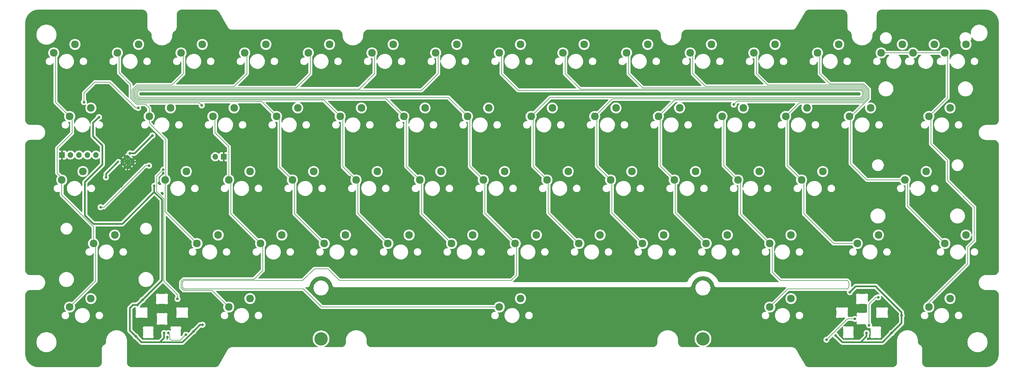
<source format=gbr>
%TF.GenerationSoftware,KiCad,Pcbnew,(7.0.0-0)*%
%TF.CreationDate,2023-06-03T23:19:53-07:00*%
%TF.ProjectId,popstar_plateless,706f7073-7461-4725-9f70-6c6174656c65,rev?*%
%TF.SameCoordinates,Original*%
%TF.FileFunction,Copper,L1,Top*%
%TF.FilePolarity,Positive*%
%FSLAX46Y46*%
G04 Gerber Fmt 4.6, Leading zero omitted, Abs format (unit mm)*
G04 Created by KiCad (PCBNEW (7.0.0-0)) date 2023-06-03 23:19:53*
%MOMM*%
%LPD*%
G01*
G04 APERTURE LIST*
%TA.AperFunction,ComponentPad*%
%ADD10C,2.300000*%
%TD*%
%TA.AperFunction,ComponentPad*%
%ADD11C,4.000000*%
%TD*%
%TA.AperFunction,ComponentPad*%
%ADD12R,1.700000X1.700000*%
%TD*%
%TA.AperFunction,ComponentPad*%
%ADD13O,1.700000X1.700000*%
%TD*%
%TA.AperFunction,ComponentPad*%
%ADD14C,0.600000*%
%TD*%
%TA.AperFunction,ViaPad*%
%ADD15C,0.800000*%
%TD*%
%TA.AperFunction,ViaPad*%
%ADD16C,0.600000*%
%TD*%
%TA.AperFunction,Conductor*%
%ADD17C,0.500000*%
%TD*%
%TA.AperFunction,Conductor*%
%ADD18C,0.600000*%
%TD*%
%TA.AperFunction,Conductor*%
%ADD19C,0.200000*%
%TD*%
G04 APERTURE END LIST*
D10*
%TO.P,SW15,1,1*%
%TO.N,COL13*%
X294640000Y-38735000D03*
%TO.P,SW15,2,2*%
%TO.N,Net-(D26-A)*%
X300990000Y-36195000D03*
%TD*%
%TO.P,SW22,1,1*%
%TO.N,COL05*%
X142240000Y-57785000D03*
%TO.P,SW22,2,2*%
%TO.N,Net-(D32-A)*%
X148590000Y-55245000D03*
%TD*%
%TO.P,SW55,1,1*%
%TO.N,COL12*%
X304165000Y-95885000D03*
%TO.P,SW55,2,2*%
%TO.N,Net-(D65-A)*%
X310515000Y-93345000D03*
%TD*%
%TO.P,SW29,1,1*%
%TO.N,COL12*%
X275590000Y-57785000D03*
%TO.P,SW29,2,2*%
%TO.N,Net-(D39-A)*%
X281940000Y-55245000D03*
%TD*%
%TO.P,SW33,1,1*%
%TO.N,COL03*%
X108902500Y-76835000D03*
%TO.P,SW33,2,2*%
%TO.N,Net-(D43-A)*%
X115252500Y-74295000D03*
%TD*%
%TO.P,SW25,1,1*%
%TO.N,COL08*%
X199390000Y-57785000D03*
%TO.P,SW25,2,2*%
%TO.N,Net-(D35-A)*%
X205740000Y-55245000D03*
%TD*%
%TO.P,SW53,1,1*%
%TO.N,COL10*%
X251777500Y-95885000D03*
%TO.P,SW53,2,2*%
%TO.N,Net-(D63-A)*%
X258127500Y-93345000D03*
%TD*%
%TO.P,SW17,1,1*%
%TO.N,COL00*%
X42227500Y-57785000D03*
%TO.P,SW17,2,2*%
%TO.N,Net-(D27-A)*%
X48577500Y-55245000D03*
%TD*%
%TO.P,SW41,1,1*%
%TO.N,COL11*%
X261302500Y-76835000D03*
%TO.P,SW41,2,2*%
%TO.N,Net-(D51-A)*%
X267652500Y-74295000D03*
%TD*%
%TO.P,SW36,1,1*%
%TO.N,COL06*%
X166052500Y-76835000D03*
%TO.P,SW36,2,2*%
%TO.N,Net-(D46-A)*%
X172402500Y-74295000D03*
%TD*%
%TO.P,SW47,1,1*%
%TO.N,COL04*%
X137477500Y-95885000D03*
%TO.P,SW47,2,2*%
%TO.N,Net-(D57-A)*%
X143827500Y-93345000D03*
%TD*%
%TO.P,SW11,1,1*%
%TO.N,COL09*%
X208915000Y-38735000D03*
%TO.P,SW11,2,2*%
%TO.N,Net-(D22-A)*%
X215265000Y-36195000D03*
%TD*%
%TO.P,SW45,1,1*%
%TO.N,COL02*%
X99377500Y-95885000D03*
%TO.P,SW45,2,2*%
%TO.N,Net-(D55-A)*%
X105727500Y-93345000D03*
%TD*%
%TO.P,SW57,1,1*%
%TO.N,COL02*%
X89852500Y-114935000D03*
%TO.P,SW57,2,2*%
%TO.N,Net-(D67-A)*%
X96202500Y-112395000D03*
%TD*%
%TO.P,SW56,1,1*%
%TO.N,COL00*%
X42227500Y-114935000D03*
%TO.P,SW56,2,2*%
%TO.N,Net-(D66-A)*%
X48577500Y-112395000D03*
%TD*%
%TO.P,SW24,1,1*%
%TO.N,COL07*%
X180340000Y-57785000D03*
%TO.P,SW24,2,2*%
%TO.N,Net-(D34-A)*%
X186690000Y-55245000D03*
%TD*%
%TO.P,SW59,1,1*%
%TO.N,COL10*%
X251777500Y-114935000D03*
%TO.P,SW59,2,2*%
%TO.N,Net-(D69-A)*%
X258127500Y-112395000D03*
%TD*%
%TO.P,SW7,1,1*%
%TO.N,COL05*%
X132715000Y-38735000D03*
%TO.P,SW7,2,2*%
%TO.N,Net-(D18-A)*%
X139065000Y-36195000D03*
%TD*%
%TO.P,SW20,1,1*%
%TO.N,COL03*%
X104140000Y-57785000D03*
%TO.P,SW20,2,2*%
%TO.N,Net-(D30-A)*%
X110490000Y-55245000D03*
%TD*%
%TO.P,SW2,1,1*%
%TO.N,COL00*%
X37465000Y-38735000D03*
%TO.P,SW2,2,2*%
%TO.N,Net-(D13-A)*%
X43815000Y-36195000D03*
%TD*%
%TO.P,SW31,1,1*%
%TO.N,COL01*%
X70802500Y-76835000D03*
%TO.P,SW31,2,2*%
%TO.N,Net-(D41-A)*%
X77152500Y-74295000D03*
%TD*%
%TO.P,SW27,1,1*%
%TO.N,COL10*%
X237490000Y-57785000D03*
%TO.P,SW27,2,2*%
%TO.N,Net-(D37-A)*%
X243840000Y-55245000D03*
%TD*%
%TO.P,SW32,1,1*%
%TO.N,COL02*%
X89852500Y-76835000D03*
%TO.P,SW32,2,2*%
%TO.N,Net-(D42-A)*%
X96202500Y-74295000D03*
%TD*%
%TO.P,SW34,1,1*%
%TO.N,COL04*%
X127952500Y-76835000D03*
%TO.P,SW34,2,2*%
%TO.N,Net-(D44-A)*%
X134302500Y-74295000D03*
%TD*%
%TO.P,SW37,1,1*%
%TO.N,COL07*%
X185102500Y-76835000D03*
%TO.P,SW37,2,2*%
%TO.N,Net-(D47-A)*%
X191452500Y-74295000D03*
%TD*%
%TO.P,SW10,1,1*%
%TO.N,COL08*%
X189865000Y-38735000D03*
%TO.P,SW10,2,2*%
%TO.N,Net-(D21-A)*%
X196215000Y-36195000D03*
%TD*%
%TO.P,SW21,1,1*%
%TO.N,COL04*%
X123190000Y-57785000D03*
%TO.P,SW21,2,2*%
%TO.N,Net-(D31-A)*%
X129540000Y-55245000D03*
%TD*%
%TO.P,SW3,1,1*%
%TO.N,COL01*%
X56515000Y-38735000D03*
%TO.P,SW3,2,2*%
%TO.N,Net-(D14-A)*%
X62865000Y-36195000D03*
%TD*%
%TO.P,SW38,1,1*%
%TO.N,COL08*%
X204152500Y-76835000D03*
%TO.P,SW38,2,2*%
%TO.N,Net-(D48-A)*%
X210502500Y-74295000D03*
%TD*%
%TO.P,SW50,1,1*%
%TO.N,COL07*%
X194627500Y-95885000D03*
%TO.P,SW50,2,2*%
%TO.N,Net-(D60-A)*%
X200977500Y-93345000D03*
%TD*%
%TO.P,SW52,1,1*%
%TO.N,COL09*%
X232727500Y-95885000D03*
%TO.P,SW52,2,2*%
%TO.N,Net-(D62-A)*%
X239077500Y-93345000D03*
%TD*%
%TO.P,SW13,1,1*%
%TO.N,COL11*%
X247015000Y-38735000D03*
%TO.P,SW13,2,2*%
%TO.N,Net-(D24-A)*%
X253365000Y-36195000D03*
%TD*%
%TO.P,SW35,1,1*%
%TO.N,COL05*%
X147002500Y-76835000D03*
%TO.P,SW35,2,2*%
%TO.N,Net-(D45-A)*%
X153352500Y-74295000D03*
%TD*%
%TO.P,SW39,1,1*%
%TO.N,COL09*%
X223202500Y-76835000D03*
%TO.P,SW39,2,2*%
%TO.N,Net-(D49-A)*%
X229552500Y-74295000D03*
%TD*%
%TO.P,SW23,1,1*%
%TO.N,COL06*%
X161290000Y-57785000D03*
%TO.P,SW23,2,2*%
%TO.N,Net-(D33-A)*%
X167640000Y-55245000D03*
%TD*%
%TO.P,SW51,1,1*%
%TO.N,COL08*%
X213677500Y-95885000D03*
%TO.P,SW51,2,2*%
%TO.N,Net-(D61-A)*%
X220027500Y-93345000D03*
%TD*%
%TO.P,SW43,1,1*%
%TO.N,COL00*%
X49371250Y-95885000D03*
%TO.P,SW43,2,2*%
%TO.N,Net-(D53-A)*%
X55721250Y-93345000D03*
%TD*%
%TO.P,SW61,1,1*%
%TO.N,COL13*%
X304165000Y-38735000D03*
%TO.P,SW61,2,2*%
%TO.N,Net-(D71-A)*%
X310515000Y-36195000D03*
%TD*%
%TO.P,SW44,1,1*%
%TO.N,COL01*%
X80327500Y-95885000D03*
%TO.P,SW44,2,2*%
%TO.N,Net-(D54-A)*%
X86677500Y-93345000D03*
%TD*%
%TO.P,SW58,1,1*%
%TO.N,COL06*%
X170815000Y-114935000D03*
%TO.P,SW58,2,2*%
%TO.N,Net-(D68-A)*%
X177165000Y-112395000D03*
%TD*%
D11*
%TO.P,S3,*%
%TO.N,*%
X231775000Y-124460000D03*
X117475000Y-124460000D03*
%TD*%
D10*
%TO.P,SW18,1,1*%
%TO.N,COL01*%
X66040000Y-57785000D03*
%TO.P,SW18,2,2*%
%TO.N,Net-(D28-A)*%
X72390000Y-55245000D03*
%TD*%
%TO.P,SW5,1,1*%
%TO.N,COL03*%
X94615000Y-38735000D03*
%TO.P,SW5,2,2*%
%TO.N,Net-(D16-A)*%
X100965000Y-36195000D03*
%TD*%
%TO.P,SW6,1,1*%
%TO.N,COL04*%
X113665000Y-38735000D03*
%TO.P,SW6,2,2*%
%TO.N,Net-(D17-A)*%
X120015000Y-36195000D03*
%TD*%
%TO.P,SW28,1,1*%
%TO.N,COL11*%
X256540000Y-57785000D03*
%TO.P,SW28,2,2*%
%TO.N,Net-(D38-A)*%
X262890000Y-55245000D03*
%TD*%
%TO.P,SW48,1,1*%
%TO.N,COL05*%
X156527500Y-95885000D03*
%TO.P,SW48,2,2*%
%TO.N,Net-(D58-A)*%
X162877500Y-93345000D03*
%TD*%
%TO.P,SW60,1,1*%
%TO.N,COL13*%
X299402500Y-114935000D03*
%TO.P,SW60,2,2*%
%TO.N,Net-(D70-A)*%
X305752500Y-112395000D03*
%TD*%
%TO.P,SW49,1,1*%
%TO.N,COL06*%
X175577500Y-95885000D03*
%TO.P,SW49,2,2*%
%TO.N,Net-(D59-A)*%
X181927500Y-93345000D03*
%TD*%
%TO.P,SW30,1,1*%
%TO.N,COL00*%
X39846250Y-76835000D03*
%TO.P,SW30,2,2*%
%TO.N,Net-(D40-A)*%
X46196250Y-74295000D03*
%TD*%
%TO.P,SW26,1,1*%
%TO.N,COL09*%
X218440000Y-57785000D03*
%TO.P,SW26,2,2*%
%TO.N,Net-(D36-A)*%
X224790000Y-55245000D03*
%TD*%
%TO.P,SW62,1,1*%
%TO.N,COL13*%
X299402500Y-57785000D03*
%TO.P,SW62,2,2*%
%TO.N,Net-(D72-A)*%
X305752500Y-55245000D03*
%TD*%
%TO.P,SW16,1,1*%
%TO.N,COL13*%
X285115000Y-38735000D03*
%TO.P,SW16,2,2*%
%TO.N,Net-(D26-A)*%
X291465000Y-36195000D03*
%TD*%
%TO.P,SW14,1,1*%
%TO.N,COL12*%
X266065000Y-38735000D03*
%TO.P,SW14,2,2*%
%TO.N,Net-(D25-A)*%
X272415000Y-36195000D03*
%TD*%
%TO.P,SW46,1,1*%
%TO.N,COL03*%
X118427500Y-95885000D03*
%TO.P,SW46,2,2*%
%TO.N,Net-(D56-A)*%
X124777500Y-93345000D03*
%TD*%
%TO.P,SW40,1,1*%
%TO.N,COL10*%
X242252500Y-76835000D03*
%TO.P,SW40,2,2*%
%TO.N,Net-(D50-A)*%
X248602500Y-74295000D03*
%TD*%
%TO.P,SW12,1,1*%
%TO.N,COL10*%
X227965000Y-38735000D03*
%TO.P,SW12,2,2*%
%TO.N,Net-(D23-A)*%
X234315000Y-36195000D03*
%TD*%
%TO.P,SW9,1,1*%
%TO.N,COL07*%
X170815000Y-38735000D03*
%TO.P,SW9,2,2*%
%TO.N,Net-(D20-A)*%
X177165000Y-36195000D03*
%TD*%
%TO.P,SW19,1,1*%
%TO.N,COL02*%
X85090000Y-57785000D03*
%TO.P,SW19,2,2*%
%TO.N,Net-(D29-A)*%
X91440000Y-55245000D03*
%TD*%
%TO.P,SW42,1,1*%
%TO.N,COL12*%
X292258750Y-76835000D03*
%TO.P,SW42,2,2*%
%TO.N,Net-(D52-A)*%
X298608750Y-74295000D03*
%TD*%
%TO.P,SW4,1,1*%
%TO.N,COL02*%
X75565000Y-38735000D03*
%TO.P,SW4,2,2*%
%TO.N,Net-(D15-A)*%
X81915000Y-36195000D03*
%TD*%
%TO.P,SW8,1,1*%
%TO.N,COL06*%
X151765000Y-38735000D03*
%TO.P,SW8,2,2*%
%TO.N,Net-(D19-A)*%
X158115000Y-36195000D03*
%TD*%
%TO.P,SW54,1,1*%
%TO.N,COL11*%
X277971250Y-95885000D03*
%TO.P,SW54,2,2*%
%TO.N,Net-(D64-A)*%
X284321250Y-93345000D03*
%TD*%
D12*
%TO.P,J2,1,Pin_1*%
%TO.N,GND*%
X39919999Y-69341999D03*
D13*
%TO.P,J2,2,Pin_2*%
%TO.N,SWCLK*%
X42459999Y-69341999D03*
%TO.P,J2,3,Pin_3*%
%TO.N,SWD*%
X44999999Y-69341999D03*
%TO.P,J2,4,Pin_4*%
%TO.N,~{RESET}*%
X47539999Y-69341999D03*
%TO.P,J2,5,Pin_5*%
%TO.N,+3V3*%
X50079999Y-69341999D03*
%TD*%
D14*
%TO.P,U6,57,GND*%
%TO.N,GND*%
X59531250Y-73240622D03*
X60432811Y-72339061D03*
X61334372Y-71437500D03*
X58629689Y-72339061D03*
X59531250Y-71437500D03*
X60432811Y-70535939D03*
X57728128Y-71437500D03*
X58629689Y-70535939D03*
X59531250Y-69634378D03*
%TD*%
D12*
%TO.P,SW1,1,1*%
%TO.N,GND*%
X88336249Y-69874999D03*
D13*
%TO.P,SW1,2,2*%
%TO.N,/~{USB_BOOT}*%
X85796249Y-69874999D03*
%TD*%
D15*
%TO.N,+1V1*%
X53086000Y-76073000D03*
X60200000Y-68850000D03*
X67000000Y-63500000D03*
D16*
X56800000Y-71350000D03*
D15*
%TO.N,GND*%
X128500000Y-89000000D03*
X282000000Y-48000000D03*
X202500000Y-120500000D03*
X165000000Y-124250000D03*
X45500000Y-76500000D03*
X83250000Y-118500000D03*
X51500000Y-104500000D03*
X65000000Y-73800500D03*
X233250000Y-47500000D03*
X288500000Y-125000000D03*
X270500000Y-124750000D03*
X166500000Y-89000000D03*
X72000000Y-82000000D03*
X70250000Y-108750000D03*
X70000000Y-81000000D03*
X67750000Y-120500000D03*
X165000000Y-120000000D03*
X56769000Y-53594000D03*
X267000000Y-125250000D03*
X155000000Y-120000000D03*
X115000000Y-120500000D03*
X62992000Y-63881000D03*
X126000000Y-76000000D03*
X261000000Y-122400000D03*
X204500000Y-89000000D03*
X60000000Y-123750000D03*
X134500000Y-46500000D03*
X54229000Y-78105000D03*
X71500000Y-88800000D03*
X283750000Y-113750000D03*
X300000000Y-93500000D03*
X306250000Y-46500000D03*
X210000000Y-120500000D03*
X292750000Y-117500000D03*
X47000000Y-63000000D03*
X49500000Y-57500000D03*
X48750000Y-73500000D03*
X196500000Y-120000000D03*
X95000000Y-122700000D03*
X65405000Y-62738000D03*
X62250000Y-112250000D03*
X59250000Y-91000000D03*
X277000000Y-107250000D03*
X265750000Y-121750000D03*
X68600000Y-101400000D03*
X76500000Y-105250000D03*
X151250000Y-116750000D03*
X66000000Y-76750000D03*
X68072000Y-71755000D03*
X64250000Y-114250000D03*
X98500000Y-121700000D03*
X76750000Y-113250000D03*
X71500000Y-101400000D03*
X50750000Y-88500000D03*
X101500000Y-123200000D03*
X233750000Y-120500000D03*
X272750000Y-110500000D03*
X51500000Y-76000000D03*
X244500000Y-120500000D03*
X289500000Y-119750000D03*
X221000000Y-76000000D03*
X163750000Y-76000000D03*
X86000000Y-122500000D03*
X55499000Y-78105000D03*
X48750000Y-83250000D03*
X109500000Y-89000000D03*
D16*
X277250000Y-119750000D03*
X71750000Y-116250000D03*
D15*
X48500000Y-104500000D03*
X72009000Y-65532000D03*
X81250000Y-122250000D03*
X48250000Y-71250000D03*
X200500000Y-82000000D03*
X68707000Y-65532000D03*
X200000000Y-116750000D03*
D16*
X69500000Y-123750000D03*
D15*
X80500000Y-73500000D03*
X76250000Y-121750000D03*
X46000000Y-71750000D03*
X45000000Y-83250000D03*
X185500000Y-89000000D03*
X124500000Y-82000000D03*
X115000000Y-46500000D03*
X285000000Y-107750000D03*
X127500000Y-116750000D03*
X115000000Y-116750000D03*
X143500000Y-82000000D03*
X72250000Y-73750000D03*
X65000000Y-84800000D03*
X54861000Y-85675000D03*
X41250000Y-67000000D03*
X147750000Y-120500000D03*
X286500000Y-122000000D03*
X281250000Y-124500000D03*
X75750000Y-111250000D03*
X272750000Y-122500000D03*
X251750000Y-47250000D03*
X74250000Y-108250000D03*
X147500000Y-89000000D03*
X103500000Y-66000000D03*
X292500000Y-39750000D03*
X45000000Y-39000000D03*
X62750000Y-122000000D03*
X81500000Y-117000000D03*
X182750000Y-76000000D03*
X177000000Y-48750000D03*
X251500000Y-122400000D03*
X162500000Y-82000000D03*
X223500000Y-89000000D03*
X49000000Y-77500000D03*
X233750000Y-116750000D03*
X68600000Y-103500000D03*
X141500000Y-66000000D03*
X96000000Y-46500000D03*
X83250000Y-121750000D03*
X61000000Y-113000000D03*
X43250000Y-86750000D03*
X283000000Y-52500000D03*
X57699500Y-78706111D03*
X63500000Y-79000000D03*
X81500000Y-56000000D03*
X262000000Y-89000000D03*
X61750000Y-119750000D03*
X181500000Y-82000000D03*
X306000000Y-79750000D03*
X71500000Y-103500000D03*
X153250000Y-124250000D03*
X195750000Y-48500000D03*
X65300000Y-70400000D03*
X106750000Y-76000000D03*
X52300000Y-86200000D03*
X66480713Y-77519287D03*
X58750000Y-119750000D03*
X87000000Y-118750000D03*
X254000000Y-104000000D03*
X198500000Y-124250000D03*
X220000000Y-82000000D03*
X68600000Y-88800000D03*
X122500000Y-66000000D03*
X239500000Y-54000000D03*
X53500000Y-72250000D03*
X77000000Y-46500000D03*
X270500000Y-46750000D03*
X198500000Y-66000000D03*
X140000000Y-116750000D03*
X243000000Y-89000000D03*
X105500000Y-82000000D03*
D16*
X72000000Y-115250000D03*
D15*
X62000000Y-125750000D03*
X259000000Y-76000000D03*
X186000000Y-120000000D03*
X144750000Y-76000000D03*
X61800000Y-84400000D03*
X58400000Y-62411000D03*
X186000000Y-124250000D03*
X153000000Y-46500000D03*
X83500000Y-54500000D03*
X90500000Y-89000000D03*
X274500000Y-66000000D03*
X279250000Y-123750000D03*
X236500000Y-66000000D03*
X79500000Y-123750000D03*
X210000000Y-116750000D03*
X71500000Y-124000000D03*
X86500000Y-82000000D03*
X165750000Y-67750000D03*
X105500000Y-119250000D03*
X59400000Y-62411000D03*
X71800000Y-121400000D03*
X83000000Y-68500000D03*
X140000000Y-120500000D03*
X301500000Y-54000000D03*
X282500000Y-114750000D03*
X41000000Y-62400000D03*
X174500000Y-104000000D03*
X104100000Y-125300000D03*
X258000000Y-82000000D03*
X63500000Y-111250000D03*
X50600000Y-86200000D03*
X301000000Y-75250000D03*
X70250000Y-74750000D03*
X201750000Y-76000000D03*
X268500000Y-120250000D03*
X64135000Y-63373000D03*
X80250000Y-119750000D03*
X104500000Y-116750000D03*
X74000000Y-69500000D03*
X89500000Y-126600000D03*
X273250000Y-113750000D03*
X39800000Y-64200000D03*
X91250000Y-121700000D03*
X214250000Y-48000000D03*
X277400000Y-110500000D03*
X108750000Y-120500000D03*
X37500000Y-56250000D03*
X289000000Y-82000000D03*
X271250000Y-125750000D03*
X241250000Y-55750000D03*
X221250000Y-116750000D03*
X50500000Y-62000000D03*
X58000000Y-117000000D03*
X57250000Y-88250000D03*
X87800000Y-124000000D03*
X64135000Y-55372000D03*
X52451000Y-58801000D03*
X67500000Y-118250000D03*
X50750000Y-67000000D03*
X46000000Y-56000000D03*
X58500000Y-57000000D03*
X47250000Y-67000000D03*
X65000000Y-79800000D03*
X57200000Y-62411000D03*
X60500000Y-46500000D03*
X53500000Y-66750000D03*
X69000000Y-77750000D03*
X247500000Y-116750000D03*
X48000000Y-91500000D03*
X50750000Y-91500000D03*
X290000000Y-75500000D03*
X77750000Y-121250000D03*
X239000000Y-82000000D03*
X240000000Y-76000000D03*
X177500000Y-104000000D03*
X98000000Y-104000000D03*
X57750000Y-61250000D03*
X217500000Y-66000000D03*
X255500000Y-66000000D03*
X39500000Y-47000000D03*
%TO.N,ARGB_5V*%
X74500000Y-112500000D03*
X70250000Y-73750000D03*
%TO.N,Net-(D6-DOUT)*%
X77000000Y-123250000D03*
X277250000Y-118500000D03*
X71750000Y-122750000D03*
X268750000Y-124750000D03*
%TO.N,Net-(D11-DOUT)*%
X281500000Y-120400000D03*
X284250000Y-112000000D03*
%TO.N,ROW1*%
X62750000Y-55250000D03*
X46500000Y-53500000D03*
%TO.N,ROW2*%
X65978417Y-72554430D03*
X51500000Y-85000000D03*
%TO.N,COL02*%
X81750000Y-54500000D03*
%TO.N,COL10*%
X241000000Y-54250000D03*
%TO.N,5V*%
X79250000Y-122250000D03*
X64020145Y-112820145D03*
X51000000Y-58000000D03*
X275750000Y-110500000D03*
X271500000Y-123500000D03*
X62000000Y-123750000D03*
X67550500Y-78589075D03*
X70500000Y-122750000D03*
X82000000Y-120250000D03*
X291250000Y-117500000D03*
X280750000Y-122750000D03*
X288250000Y-122750000D03*
X62545145Y-114295145D03*
%TD*%
D17*
%TO.N,+1V1*%
X53086000Y-76073000D02*
X53086000Y-75064000D01*
X53086000Y-75064000D02*
X56800000Y-71350000D01*
X61650000Y-68850000D02*
X60200000Y-68850000D01*
X67000000Y-63500000D02*
X61650000Y-68850000D01*
D18*
%TO.N,GND*%
X58629689Y-72339061D02*
X59531250Y-73240622D01*
X57728128Y-71437500D02*
X59531250Y-71437500D01*
X61334372Y-71437500D02*
X60432811Y-70535939D01*
X58629689Y-72339061D02*
X59531250Y-71437500D01*
X60432811Y-70535939D02*
X59531250Y-69634378D01*
X58629689Y-70535939D02*
X57728128Y-71437500D01*
X60432811Y-70535939D02*
X59531250Y-71437500D01*
X58629689Y-70535939D02*
X59531250Y-71437500D01*
X60432811Y-72339061D02*
X61334372Y-71437500D01*
X59531250Y-73240622D02*
X59531250Y-71437500D01*
X59531250Y-73240622D02*
X60432811Y-72339061D01*
X57728128Y-71437500D02*
X58629689Y-72339061D01*
X61334372Y-71437500D02*
X59531250Y-71437500D01*
X59531250Y-69634378D02*
X58629689Y-70535939D01*
X60432811Y-72339061D02*
X59531250Y-71437500D01*
X59531250Y-69634378D02*
X59531250Y-71437500D01*
D17*
X80032000Y-65532000D02*
X83000000Y-68500000D01*
X72009000Y-65532000D02*
X80032000Y-65532000D01*
D19*
%TO.N,ARGB_5V*%
X73375000Y-110125000D02*
X74500000Y-111250000D01*
X68250000Y-80347500D02*
X70402500Y-82500000D01*
X70402500Y-107152500D02*
X71000000Y-107750000D01*
X74500000Y-111250000D02*
X74500000Y-112500000D01*
X68250000Y-75750000D02*
X68250000Y-80347500D01*
X70402500Y-82500000D02*
X70402500Y-107152500D01*
X71000000Y-107750000D02*
X73375000Y-110125000D01*
X70250000Y-73750000D02*
X68250000Y-75750000D01*
%TO.N,Net-(D6-DOUT)*%
X72200000Y-123200000D02*
X72200000Y-124450000D01*
X71750000Y-122750000D02*
X72200000Y-123200000D01*
X75300000Y-124950000D02*
X77000000Y-123250000D01*
X72700000Y-124950000D02*
X75300000Y-124950000D01*
X72200000Y-124450000D02*
X72700000Y-124950000D01*
X275000000Y-118500000D02*
X277250000Y-118500000D01*
X268750000Y-124750000D02*
X275000000Y-118500000D01*
%TO.N,Net-(D11-DOUT)*%
X281500000Y-120400000D02*
X281500000Y-114000000D01*
X283500000Y-112000000D02*
X284250000Y-112000000D01*
X281500000Y-114000000D02*
X283500000Y-112000000D01*
%TO.N,ROW1*%
X46500000Y-53500000D02*
X46500000Y-50750000D01*
X46500000Y-50750000D02*
X49750000Y-47500000D01*
X49750000Y-47500000D02*
X54250000Y-47500000D01*
X54250000Y-47500000D02*
X62000000Y-55250000D01*
X62000000Y-55250000D02*
X62750000Y-55250000D01*
%TO.N,ROW2*%
X52510050Y-85000000D02*
X51500000Y-85000000D01*
X64955620Y-72554430D02*
X52510050Y-85000000D01*
X65978417Y-72554430D02*
X64955620Y-72554430D01*
%TO.N,COL00*%
X38500000Y-74777818D02*
X38500000Y-67250000D01*
X39846250Y-81346250D02*
X39846250Y-76835000D01*
X49371250Y-95885000D02*
X50000000Y-96513750D01*
X39846250Y-76835000D02*
X39846250Y-76124068D01*
X38500000Y-67250000D02*
X43000000Y-62750000D01*
X37465000Y-38735000D02*
X38000000Y-39270000D01*
X39846250Y-76124068D02*
X38500000Y-74777818D01*
X50000000Y-96513750D02*
X50000000Y-107162500D01*
X43000000Y-58557500D02*
X42227500Y-57785000D01*
X43000000Y-62750000D02*
X43000000Y-58557500D01*
X38000000Y-39270000D02*
X38000000Y-53557500D01*
X49371250Y-95885000D02*
X49371250Y-90871250D01*
X50000000Y-107162500D02*
X42227500Y-114935000D01*
X49371250Y-90871250D02*
X39846250Y-81346250D01*
X38000000Y-53557500D02*
X42227500Y-57785000D01*
%TO.N,COL01*%
X60500000Y-48250000D02*
X60500000Y-52328426D01*
X57000000Y-39220000D02*
X57000000Y-44750000D01*
X66040000Y-57785000D02*
X66040000Y-59829775D01*
X57000000Y-44750000D02*
X60500000Y-48250000D01*
X70950000Y-64739775D02*
X70950000Y-76687500D01*
X70802500Y-86360000D02*
X80327500Y-95885000D01*
X62271571Y-54099998D02*
X64900002Y-54099998D01*
X70802500Y-76835000D02*
X70802500Y-86360000D01*
X66040000Y-55239996D02*
X66040000Y-57785000D01*
X64900002Y-54099998D02*
X66040000Y-55239996D01*
X56515000Y-38735000D02*
X57000000Y-39220000D01*
X70950000Y-76687500D02*
X70802500Y-76835000D01*
X66040000Y-59829775D02*
X70950000Y-64739775D01*
X60500000Y-52328426D02*
X62271571Y-54099998D01*
%TO.N,COL02*%
X89852500Y-66833750D02*
X85725000Y-62706250D01*
X84817500Y-109900000D02*
X89852500Y-114935000D01*
X76250000Y-39420000D02*
X76250000Y-45000000D01*
X62337260Y-48400000D02*
X60900002Y-49837256D01*
X89852500Y-76835000D02*
X90487500Y-77470000D01*
X100000000Y-96500000D02*
X100000000Y-104000000D01*
X62437256Y-53699998D02*
X80950000Y-53700000D01*
X60900002Y-49837256D02*
X60900000Y-52162740D01*
X76250000Y-45000000D02*
X72850000Y-48400000D01*
X90487500Y-86995000D02*
X99377500Y-95885000D01*
X100000000Y-104000000D02*
X97400000Y-106600000D01*
X99377500Y-95885000D02*
X99385000Y-95885000D01*
X80950000Y-53700000D02*
X81750000Y-54500000D01*
X76334315Y-109900000D02*
X84817500Y-109900000D01*
X75600000Y-109165686D02*
X76334315Y-109900000D01*
X75565000Y-38735000D02*
X76250000Y-39420000D01*
X99385000Y-95885000D02*
X100000000Y-96500000D01*
X60900000Y-52162740D02*
X62437256Y-53699998D01*
X75600000Y-107334315D02*
X75600000Y-109165686D01*
X72850000Y-48400000D02*
X62337260Y-48400000D01*
X90487500Y-77470000D02*
X90487500Y-86995000D01*
X85725000Y-62706250D02*
X85725000Y-58420000D01*
X85725000Y-58420000D02*
X85090000Y-57785000D01*
X97400000Y-106600000D02*
X76334314Y-106600000D01*
X76334314Y-106600000D02*
X75600000Y-107334315D01*
X89852500Y-76835000D02*
X89852500Y-66833750D01*
%TO.N,COL03*%
X91450000Y-48800000D02*
X95250000Y-45000000D01*
X62502945Y-48800000D02*
X91450000Y-48800000D01*
X108902500Y-76835000D02*
X105000000Y-72932500D01*
X62602942Y-53299999D02*
X61300000Y-51997055D01*
X104140000Y-57785000D02*
X99655000Y-53300000D01*
X105000000Y-58645000D02*
X104140000Y-57785000D01*
X109500000Y-86957500D02*
X118427500Y-95885000D01*
X61300001Y-50002942D02*
X62502945Y-48800000D01*
X109500000Y-77432500D02*
X109500000Y-86957500D01*
X95250000Y-45000000D02*
X95250000Y-39370000D01*
X99655000Y-53300000D02*
X62602942Y-53299999D01*
X61300000Y-51997055D02*
X61300001Y-50002942D01*
X108902500Y-76835000D02*
X109500000Y-77432500D01*
X95250000Y-39370000D02*
X94615000Y-38735000D01*
X105000000Y-72932500D02*
X105000000Y-58645000D01*
%TO.N,COL04*%
X123190000Y-57785000D02*
X118305000Y-52900000D01*
X128500000Y-77382500D02*
X128500000Y-86907500D01*
X61700000Y-51831370D02*
X61700000Y-50168628D01*
X127952500Y-76835000D02*
X124000000Y-72882500D01*
X127952500Y-76835000D02*
X128500000Y-77382500D01*
X118305000Y-52900000D02*
X62768628Y-52900000D01*
X128500000Y-86907500D02*
X137477500Y-95885000D01*
X124000000Y-58595000D02*
X123190000Y-57785000D01*
X114250000Y-45000000D02*
X114250000Y-39320000D01*
X124000000Y-72882500D02*
X124000000Y-58595000D01*
X62668630Y-49200000D02*
X110050000Y-49200000D01*
X62768628Y-52900000D02*
X61700000Y-51831370D01*
X61700000Y-50168628D02*
X62668630Y-49200000D01*
X110050000Y-49200000D02*
X114250000Y-45000000D01*
X114250000Y-39320000D02*
X113665000Y-38735000D01*
%TO.N,COL05*%
X147500000Y-77332500D02*
X147500000Y-86857500D01*
X62100000Y-51665685D02*
X62100000Y-50334314D01*
X147002500Y-76835000D02*
X143000000Y-72832500D01*
X147500000Y-86857500D02*
X156527500Y-95885000D01*
X133500000Y-45000000D02*
X133500000Y-39520000D01*
X128900000Y-49600000D02*
X133500000Y-45000000D01*
X147002500Y-76835000D02*
X147500000Y-77332500D01*
X62100000Y-50334314D02*
X62834315Y-49600000D01*
X62834315Y-49600000D02*
X128900000Y-49600000D01*
X143000000Y-72832500D02*
X143000000Y-58545000D01*
X133500000Y-39520000D02*
X132715000Y-38735000D01*
X142240000Y-57785000D02*
X136955000Y-52500000D01*
X136955000Y-52500000D02*
X62934314Y-52500000D01*
X62934314Y-52500000D02*
X62100000Y-51665685D01*
X143000000Y-58545000D02*
X142240000Y-57785000D01*
%TO.N,COL06*%
X117685000Y-114935000D02*
X112250000Y-109500000D01*
X63000000Y-50000000D02*
X147500000Y-50000000D01*
X123000000Y-107000000D02*
X174400000Y-107000000D01*
X112250000Y-109500000D02*
X76500000Y-109500000D01*
X166500000Y-77282500D02*
X166500000Y-86807500D01*
X63100000Y-52100000D02*
X62500000Y-51500000D01*
X176000000Y-105400000D02*
X176000000Y-96307500D01*
X166500000Y-86807500D02*
X175577500Y-95885000D01*
X76500000Y-107000000D02*
X112000000Y-107000000D01*
X119500000Y-103500000D02*
X123000000Y-107000000D01*
X112000000Y-107000000D02*
X115500000Y-103500000D01*
X152500000Y-39470000D02*
X151765000Y-38735000D01*
X162000000Y-58495000D02*
X161290000Y-57785000D01*
X76000000Y-107500000D02*
X76500000Y-107000000D01*
X166052500Y-76835000D02*
X166500000Y-77282500D01*
X76500000Y-109500000D02*
X76000000Y-109000000D01*
X176000000Y-96307500D02*
X175577500Y-95885000D01*
X166052500Y-76835000D02*
X162000000Y-72782500D01*
X174400000Y-107000000D02*
X176000000Y-105400000D01*
X152500000Y-45000000D02*
X152500000Y-39470000D01*
X161290000Y-57785000D02*
X155605000Y-52100000D01*
X155605000Y-52100000D02*
X63100000Y-52100000D01*
X170815000Y-114935000D02*
X117685000Y-114935000D01*
X147500000Y-50000000D02*
X152500000Y-45000000D01*
X62500000Y-50500000D02*
X63000000Y-50000000D01*
X162000000Y-72782500D02*
X162000000Y-58495000D01*
X76000000Y-109000000D02*
X76000000Y-107500000D01*
X115500000Y-103500000D02*
X119500000Y-103500000D01*
X62500000Y-51500000D02*
X62500000Y-50500000D01*
%TO.N,COL07*%
X171500000Y-39420000D02*
X170815000Y-38735000D01*
X185102500Y-77102500D02*
X185500000Y-77500000D01*
X185500000Y-86757500D02*
X194627500Y-95885000D01*
X180340000Y-57785000D02*
X186025000Y-52100000D01*
X185102500Y-76835000D02*
X181000000Y-72732500D01*
X185102500Y-76835000D02*
X185102500Y-77102500D01*
X171500000Y-45000000D02*
X171500000Y-39420000D01*
X176500000Y-50000000D02*
X171500000Y-45000000D01*
X181000000Y-72732500D02*
X181000000Y-58445000D01*
X181000000Y-58445000D02*
X180340000Y-57785000D01*
X279000000Y-50000000D02*
X176500000Y-50000000D01*
X185500000Y-77500000D02*
X185500000Y-86757500D01*
X186025000Y-52100000D02*
X279000000Y-52100000D01*
X279500000Y-50500000D02*
X279000000Y-50000000D01*
X279000000Y-52100000D02*
X279500000Y-51600000D01*
X279500000Y-51600000D02*
X279500000Y-50500000D01*
%TO.N,COL08*%
X190500000Y-39370000D02*
X189865000Y-38735000D01*
X190500000Y-45000000D02*
X190500000Y-39370000D01*
X279165686Y-52500000D02*
X279900000Y-51765685D01*
X279900000Y-50334314D02*
X279165685Y-49600000D01*
X195100000Y-49600000D02*
X190500000Y-45000000D01*
X204152500Y-76835000D02*
X204335000Y-76835000D01*
X279165685Y-49600000D02*
X195100000Y-49600000D01*
X200000000Y-58395000D02*
X199390000Y-57785000D01*
X204335000Y-76835000D02*
X204500000Y-77000000D01*
X204152500Y-76835000D02*
X200000000Y-72682500D01*
X204675000Y-52500000D02*
X279165686Y-52500000D01*
X204152500Y-76835000D02*
X204500000Y-77182500D01*
X279900000Y-51765685D02*
X279900000Y-50334314D01*
X200000000Y-72682500D02*
X200000000Y-58395000D01*
X204500000Y-77182500D02*
X204500000Y-86707500D01*
X199390000Y-57785000D02*
X204675000Y-52500000D01*
X204500000Y-86707500D02*
X213677500Y-95885000D01*
%TO.N,COL09*%
X280300000Y-51931370D02*
X280300000Y-50168628D01*
X209500000Y-45000000D02*
X209500000Y-39320000D01*
X223500000Y-86657500D02*
X232727500Y-95885000D01*
X219000000Y-58345000D02*
X218440000Y-57785000D01*
X219000000Y-72632500D02*
X219000000Y-58345000D01*
X218440000Y-57785000D02*
X223325000Y-52900000D01*
X279331370Y-49200000D02*
X213700000Y-49200000D01*
X279331370Y-52900000D02*
X279865685Y-52365685D01*
X223202500Y-76835000D02*
X223500000Y-77132500D01*
X279865685Y-52365685D02*
X280300000Y-51931370D01*
X279331372Y-52900000D02*
X279865685Y-52365685D01*
X223325000Y-52900000D02*
X279331370Y-52900000D01*
X280300000Y-50168628D02*
X279331370Y-49200000D01*
X209500000Y-39320000D02*
X208915000Y-38735000D01*
X213700000Y-49200000D02*
X209500000Y-45000000D01*
X223202500Y-76835000D02*
X219000000Y-72632500D01*
X223500000Y-77132500D02*
X223500000Y-86657500D01*
%TO.N,COL10*%
X243000000Y-77582500D02*
X243000000Y-87107500D01*
X242252500Y-76835000D02*
X243000000Y-77582500D01*
X252500000Y-96607500D02*
X252500000Y-104500000D01*
X238000000Y-72582500D02*
X242252500Y-76835000D01*
X228750000Y-39520000D02*
X227965000Y-38735000D01*
X242000000Y-53300000D02*
X279497056Y-53300000D01*
X255000000Y-107000000D02*
X275000000Y-107000000D01*
X275500000Y-109000000D02*
X275000000Y-109500000D01*
X279497055Y-48800000D02*
X232550000Y-48800000D01*
X280699999Y-50002942D02*
X279497055Y-48800000D01*
X257212500Y-109500000D02*
X251777500Y-114935000D01*
X243000000Y-87107500D02*
X251777500Y-95885000D01*
X228750000Y-45000000D02*
X228750000Y-39520000D01*
X238000000Y-58295000D02*
X238000000Y-72582500D01*
X280700000Y-52097055D02*
X280699999Y-50002942D01*
X275000000Y-107000000D02*
X275500000Y-107500000D01*
X241950000Y-53300000D02*
X241000000Y-54250000D01*
X232550000Y-48800000D02*
X228750000Y-45000000D01*
X237490000Y-57785000D02*
X238000000Y-58295000D01*
X279898528Y-52898528D02*
X280700000Y-52097055D01*
X252500000Y-104500000D02*
X255000000Y-107000000D01*
X242000000Y-53300000D02*
X241950000Y-53300000D01*
X251777500Y-95885000D02*
X252500000Y-96607500D01*
X279497056Y-53300000D02*
X279898528Y-52898528D01*
X275500000Y-107500000D02*
X275500000Y-109000000D01*
X275000000Y-109500000D02*
X257212500Y-109500000D01*
X279497058Y-53299999D02*
X279898528Y-52898528D01*
%TO.N,COL11*%
X281099998Y-49837256D02*
X279662740Y-48400000D01*
X257000000Y-72532500D02*
X257000000Y-58245000D01*
X281100000Y-52262740D02*
X281099998Y-49837256D01*
X247750000Y-39470000D02*
X247015000Y-38735000D01*
X279662742Y-53700000D02*
X281100000Y-52262740D01*
X279662740Y-48400000D02*
X251150000Y-48400000D01*
X270885000Y-95885000D02*
X262000000Y-87000000D01*
X262000000Y-77532500D02*
X261302500Y-76835000D01*
X247750000Y-45000000D02*
X247750000Y-39470000D01*
X261302500Y-76835000D02*
X257000000Y-72532500D01*
X262000000Y-87000000D02*
X262000000Y-77532500D01*
X251150000Y-48400000D02*
X247750000Y-45000000D01*
X260625000Y-53700000D02*
X279662742Y-53700000D01*
X257000000Y-58245000D02*
X256540000Y-57785000D01*
X277971250Y-95885000D02*
X270885000Y-95885000D01*
X256540000Y-57785000D02*
X260625000Y-53700000D01*
%TO.N,COL12*%
X266750000Y-45000000D02*
X266750000Y-39420000D01*
X292258750Y-76835000D02*
X293000000Y-77576250D01*
X276000000Y-58195000D02*
X275590000Y-57785000D01*
X293000000Y-84720000D02*
X304165000Y-95885000D01*
X269750000Y-48000000D02*
X266750000Y-45000000D01*
X266750000Y-39420000D02*
X266065000Y-38735000D01*
X276000000Y-72000000D02*
X276000000Y-58195000D01*
X275590000Y-57785000D02*
X276143427Y-57785000D01*
X279828426Y-48000000D02*
X269750000Y-48000000D01*
X292258750Y-76835000D02*
X280835000Y-76835000D01*
X281500000Y-49671574D02*
X279828426Y-48000000D01*
X280835000Y-76835000D02*
X276000000Y-72000000D01*
X281500000Y-52428427D02*
X281500000Y-49671574D01*
X276143427Y-57785000D02*
X281500000Y-52428427D01*
X293000000Y-77576250D02*
X293000000Y-84720000D01*
%TO.N,COL13*%
X294640000Y-38735000D02*
X285115000Y-38735000D01*
X299402500Y-113597500D02*
X299402500Y-114935000D01*
X313000000Y-95000000D02*
X311000000Y-97000000D01*
X305000000Y-39570000D02*
X304165000Y-38735000D01*
X304165000Y-38735000D02*
X294640000Y-38735000D01*
X305000000Y-52187500D02*
X305000000Y-39570000D01*
X313000000Y-85000000D02*
X313000000Y-95000000D01*
X299402500Y-57785000D02*
X300000000Y-58382500D01*
X311000000Y-97000000D02*
X311000000Y-102000000D01*
X300000000Y-58382500D02*
X300000000Y-66000000D01*
X305000000Y-71000000D02*
X305000000Y-77000000D01*
X305000000Y-77000000D02*
X313000000Y-85000000D01*
X300000000Y-66000000D02*
X305000000Y-71000000D01*
X311000000Y-102000000D02*
X299402500Y-113597500D01*
X299402500Y-57785000D02*
X305000000Y-52187500D01*
D17*
%TO.N,5V*%
X68250000Y-125500000D02*
X69250000Y-125500000D01*
X285500000Y-125500000D02*
X288250000Y-122750000D01*
X60875000Y-122625000D02*
X62000000Y-123750000D01*
X60250000Y-115250000D02*
X60250000Y-122000000D01*
X291250000Y-116500000D02*
X283875000Y-109125000D01*
X69250000Y-125500000D02*
X70500000Y-124250000D01*
X58000000Y-90000000D02*
X49277818Y-90000000D01*
X52000000Y-72250000D02*
X52000000Y-66500000D01*
X70500000Y-124250000D02*
X70500000Y-122750000D01*
X49277818Y-90000000D02*
X46750000Y-87472182D01*
X68250000Y-125500000D02*
X76000000Y-125500000D01*
X61204855Y-114295145D02*
X60250000Y-115250000D01*
X79250000Y-122250000D02*
X81250000Y-120250000D01*
X271500000Y-123500000D02*
X273500000Y-125500000D01*
X69852500Y-106987790D02*
X64020145Y-112820145D01*
X291250000Y-117500000D02*
X291250000Y-116500000D01*
X52000000Y-66500000D02*
X49250000Y-63750000D01*
X279000000Y-125500000D02*
X285500000Y-125500000D01*
X60875000Y-122625000D02*
X61500000Y-123250000D01*
X61500000Y-123250000D02*
X62000000Y-123750000D01*
X69852500Y-82727818D02*
X69852500Y-106987790D01*
X67550500Y-80449500D02*
X58000000Y-90000000D01*
X282000000Y-108750000D02*
X277500000Y-108750000D01*
X283875000Y-109125000D02*
X283500000Y-108750000D01*
X67550500Y-78589075D02*
X67550500Y-79500000D01*
X291250000Y-119750000D02*
X291250000Y-118750000D01*
X67550500Y-80425818D02*
X69852500Y-82727818D01*
X49250000Y-59750000D02*
X51000000Y-58000000D01*
X273500000Y-125500000D02*
X279000000Y-125500000D01*
X279000000Y-125500000D02*
X280750000Y-123750000D01*
X288250000Y-122750000D02*
X291250000Y-119750000D01*
X67550500Y-79500000D02*
X67550500Y-80425818D01*
X277500000Y-108750000D02*
X275750000Y-110500000D01*
X60250000Y-122000000D02*
X60875000Y-122625000D01*
X67550500Y-79500000D02*
X67550500Y-80449500D01*
X62545145Y-114295145D02*
X61204855Y-114295145D01*
X64020145Y-112820145D02*
X62545145Y-114295145D01*
X49250000Y-63750000D02*
X49250000Y-59750000D01*
X76000000Y-125500000D02*
X79250000Y-122250000D01*
X81250000Y-120250000D02*
X82000000Y-120250000D01*
X46750000Y-87472182D02*
X46750000Y-77500000D01*
X291250000Y-118750000D02*
X291250000Y-117500000D01*
X63750000Y-125500000D02*
X68250000Y-125500000D01*
X280750000Y-123750000D02*
X280750000Y-122750000D01*
X62000000Y-123750000D02*
X63750000Y-125500000D01*
X283500000Y-108750000D02*
X282000000Y-108750000D01*
X46750000Y-77500000D02*
X52000000Y-72250000D01*
%TD*%
%TA.AperFunction,Conductor*%
%TO.N,GND*%
G36*
X285325358Y-111636726D02*
G01*
X290463181Y-116774549D01*
X290490061Y-116814777D01*
X290499500Y-116862230D01*
X290499500Y-116965679D01*
X290482887Y-117027679D01*
X290426069Y-117126089D01*
X290426066Y-117126094D01*
X290422821Y-117131716D01*
X290420815Y-117137888D01*
X290420813Y-117137894D01*
X290366333Y-117305564D01*
X290366331Y-117305573D01*
X290364326Y-117311744D01*
X290363648Y-117318194D01*
X290363646Y-117318204D01*
X290346075Y-117485393D01*
X290344540Y-117500000D01*
X290345219Y-117506460D01*
X290363646Y-117681795D01*
X290363647Y-117681803D01*
X290364326Y-117688256D01*
X290366331Y-117694428D01*
X290366333Y-117694435D01*
X290413176Y-117838601D01*
X290422821Y-117868284D01*
X290426068Y-117873908D01*
X290426069Y-117873910D01*
X290449434Y-117914379D01*
X290480267Y-117967784D01*
X290482887Y-117972321D01*
X290499500Y-118034321D01*
X290499500Y-119387771D01*
X290490061Y-119435224D01*
X290463181Y-119475452D01*
X288097228Y-121841402D01*
X288068715Y-121862694D01*
X288035330Y-121875011D01*
X287976556Y-121887504D01*
X287976552Y-121887504D01*
X287970197Y-121888856D01*
X287964262Y-121891498D01*
X287964254Y-121891501D01*
X287803207Y-121963205D01*
X287803202Y-121963207D01*
X287797270Y-121965849D01*
X287792016Y-121969665D01*
X287792011Y-121969669D01*
X287649388Y-122073290D01*
X287649381Y-122073295D01*
X287644129Y-122077112D01*
X287639784Y-122081937D01*
X287639779Y-122081942D01*
X287521813Y-122212956D01*
X287521808Y-122212962D01*
X287517467Y-122217784D01*
X287514222Y-122223404D01*
X287514218Y-122223410D01*
X287426069Y-122376089D01*
X287426066Y-122376094D01*
X287422821Y-122381716D01*
X287420816Y-122387885D01*
X287420814Y-122387891D01*
X287367479Y-122552039D01*
X287337229Y-122601401D01*
X285225451Y-124713181D01*
X285185223Y-124740061D01*
X285137770Y-124749500D01*
X281111230Y-124749500D01*
X281054935Y-124735985D01*
X281010912Y-124698386D01*
X280988757Y-124644898D01*
X280993299Y-124587182D01*
X281023547Y-124537820D01*
X281235648Y-124325718D01*
X281249266Y-124313950D01*
X281268530Y-124299610D01*
X281300366Y-124261667D01*
X281307680Y-124253688D01*
X281308264Y-124253103D01*
X281311591Y-124249777D01*
X281330833Y-124225439D01*
X281333090Y-124222670D01*
X281374520Y-124173296D01*
X281381302Y-124165214D01*
X281384548Y-124158748D01*
X281386436Y-124155879D01*
X281386645Y-124155589D01*
X281386819Y-124155278D01*
X281388624Y-124152350D01*
X281393111Y-124146677D01*
X281424834Y-124078645D01*
X281426349Y-124075514D01*
X281460040Y-124008433D01*
X281461708Y-124001391D01*
X281462878Y-123998178D01*
X281463022Y-123997831D01*
X281463118Y-123997492D01*
X281464199Y-123994227D01*
X281467257Y-123987673D01*
X281482435Y-123914157D01*
X281483197Y-123910722D01*
X281500500Y-123837721D01*
X281500500Y-123830501D01*
X281500902Y-123827062D01*
X281500956Y-123826723D01*
X281500972Y-123826373D01*
X281501273Y-123822930D01*
X281502734Y-123815855D01*
X281500552Y-123740869D01*
X281500500Y-123737262D01*
X281500500Y-123284321D01*
X281517113Y-123222321D01*
X281577179Y-123118284D01*
X281635674Y-122938256D01*
X281655460Y-122750000D01*
X281635674Y-122561744D01*
X281577179Y-122381716D01*
X281482533Y-122217784D01*
X281449702Y-122181322D01*
X281360220Y-122081942D01*
X281360219Y-122081941D01*
X281355871Y-122077112D01*
X281350613Y-122073292D01*
X281350611Y-122073290D01*
X281207988Y-121969669D01*
X281207987Y-121969668D01*
X281202730Y-121965849D01*
X281196792Y-121963205D01*
X281035745Y-121891501D01*
X281035740Y-121891499D01*
X281029803Y-121888856D01*
X281023444Y-121887504D01*
X281023440Y-121887503D01*
X280851008Y-121850852D01*
X280851005Y-121850851D01*
X280844646Y-121849500D01*
X280655354Y-121849500D01*
X280648995Y-121850851D01*
X280648991Y-121850852D01*
X280476559Y-121887503D01*
X280476552Y-121887505D01*
X280470197Y-121888856D01*
X280464262Y-121891498D01*
X280464254Y-121891501D01*
X280303207Y-121963205D01*
X280303202Y-121963207D01*
X280297270Y-121965849D01*
X280292016Y-121969665D01*
X280292011Y-121969669D01*
X280149388Y-122073290D01*
X280149381Y-122073295D01*
X280144129Y-122077112D01*
X280139784Y-122081937D01*
X280139779Y-122081942D01*
X280021813Y-122212956D01*
X280021808Y-122212962D01*
X280017467Y-122217784D01*
X280014222Y-122223404D01*
X280014218Y-122223410D01*
X279926069Y-122376089D01*
X279926066Y-122376094D01*
X279922821Y-122381716D01*
X279920815Y-122387888D01*
X279920813Y-122387894D01*
X279866333Y-122555564D01*
X279866331Y-122555573D01*
X279864326Y-122561744D01*
X279863648Y-122568194D01*
X279863646Y-122568204D01*
X279848115Y-122715981D01*
X279844540Y-122750000D01*
X279845219Y-122756460D01*
X279863646Y-122931795D01*
X279863647Y-122931803D01*
X279864326Y-122938256D01*
X279866331Y-122944428D01*
X279866333Y-122944435D01*
X279919642Y-123108500D01*
X279922821Y-123118284D01*
X279980267Y-123217784D01*
X279982887Y-123222321D01*
X279999500Y-123284321D01*
X279999500Y-123387771D01*
X279990061Y-123435224D01*
X279963181Y-123475452D01*
X278725451Y-124713181D01*
X278685223Y-124740061D01*
X278637770Y-124749500D01*
X273862230Y-124749500D01*
X273814777Y-124740061D01*
X273774549Y-124713181D01*
X272412770Y-123351402D01*
X272382521Y-123302041D01*
X272327179Y-123131716D01*
X272232533Y-122967784D01*
X272211509Y-122944435D01*
X272110220Y-122831942D01*
X272110219Y-122831941D01*
X272105871Y-122827112D01*
X272100613Y-122823292D01*
X272100611Y-122823290D01*
X271957988Y-122719669D01*
X271957987Y-122719668D01*
X271952730Y-122715849D01*
X271896584Y-122690851D01*
X271849643Y-122654341D01*
X271825098Y-122600170D01*
X271828600Y-122540802D01*
X271859339Y-122489894D01*
X273519076Y-120830158D01*
X273580172Y-120796723D01*
X273649656Y-120801497D01*
X273705605Y-120842975D01*
X273730371Y-120908071D01*
X273716138Y-120976248D01*
X273695517Y-121014863D01*
X273695512Y-121014874D01*
X273691792Y-121021842D01*
X273689947Y-121029525D01*
X273689946Y-121029529D01*
X273663706Y-121138823D01*
X273663706Y-121138824D01*
X273661860Y-121146514D01*
X273662011Y-121154415D01*
X273662011Y-121154423D01*
X273664170Y-121266785D01*
X273664322Y-121274705D01*
X273666462Y-121282318D01*
X273666463Y-121282324D01*
X273689057Y-121362694D01*
X273699020Y-121398136D01*
X273702969Y-121404921D01*
X273702972Y-121404927D01*
X273728566Y-121448898D01*
X273733559Y-121458399D01*
X273734921Y-121461288D01*
X273737134Y-121466263D01*
X273772272Y-121550161D01*
X273777591Y-121565667D01*
X273782930Y-121585393D01*
X273786155Y-121601443D01*
X273798081Y-121691126D01*
X273798680Y-121696541D01*
X273799017Y-121700349D01*
X273799500Y-121711280D01*
X273799500Y-123288980D01*
X273799017Y-123299908D01*
X273798932Y-123300877D01*
X273798749Y-123302945D01*
X273798150Y-123308352D01*
X273786131Y-123398731D01*
X273782905Y-123414784D01*
X273777658Y-123434168D01*
X273772340Y-123449670D01*
X273736925Y-123534231D01*
X273734719Y-123539191D01*
X273733497Y-123541784D01*
X273728498Y-123551299D01*
X273703008Y-123595091D01*
X273703002Y-123595104D01*
X273699058Y-123601881D01*
X273696936Y-123609430D01*
X273696932Y-123609440D01*
X273666504Y-123717681D01*
X273666502Y-123717689D01*
X273664363Y-123725301D01*
X273664211Y-123733206D01*
X273664210Y-123733214D01*
X273662052Y-123845572D01*
X273662052Y-123845579D01*
X273661901Y-123853482D01*
X273663746Y-123861169D01*
X273663747Y-123861172D01*
X273675629Y-123910661D01*
X273691831Y-123978144D01*
X273695554Y-123985117D01*
X273695555Y-123985118D01*
X273744649Y-124077057D01*
X273752220Y-124091234D01*
X273757586Y-124097048D01*
X273757588Y-124097051D01*
X273833799Y-124179632D01*
X273833802Y-124179634D01*
X273839168Y-124185449D01*
X273947057Y-124254704D01*
X274068921Y-124294523D01*
X274196887Y-124302337D01*
X274322690Y-124277640D01*
X274376422Y-124251885D01*
X274384661Y-124248301D01*
X274390810Y-124245889D01*
X274395018Y-124244329D01*
X274463438Y-124220405D01*
X274476735Y-124216576D01*
X274495940Y-124212193D01*
X274509608Y-124209870D01*
X274581974Y-124201710D01*
X274586448Y-124201291D01*
X274592377Y-124200845D01*
X274601641Y-124200499D01*
X275998204Y-124200499D01*
X276007455Y-124200844D01*
X276013778Y-124201318D01*
X276018343Y-124201746D01*
X276090399Y-124209868D01*
X276104051Y-124212187D01*
X276123219Y-124216560D01*
X276136549Y-124220398D01*
X276205241Y-124244420D01*
X276209549Y-124246018D01*
X276211933Y-124246953D01*
X276214648Y-124248018D01*
X276222956Y-124251633D01*
X276270209Y-124274281D01*
X276270214Y-124274282D01*
X276277296Y-124277677D01*
X276403109Y-124302376D01*
X276531085Y-124294562D01*
X276652959Y-124254739D01*
X276760857Y-124185479D01*
X276847812Y-124091257D01*
X276908206Y-123978157D01*
X276938138Y-123853485D01*
X276935676Y-123725294D01*
X276900977Y-123601864D01*
X276871433Y-123551106D01*
X276866470Y-123541665D01*
X276866243Y-123541183D01*
X276865060Y-123538675D01*
X276862874Y-123533764D01*
X276827653Y-123449662D01*
X276822352Y-123434211D01*
X276817095Y-123414804D01*
X276813869Y-123398755D01*
X276801774Y-123307802D01*
X276801176Y-123302390D01*
X276800981Y-123300184D01*
X276800499Y-123289266D01*
X276800499Y-121711010D01*
X276800976Y-121700148D01*
X276801090Y-121698845D01*
X276801244Y-121697096D01*
X276801838Y-121691716D01*
X276813869Y-121601246D01*
X276817086Y-121585231D01*
X276822340Y-121565820D01*
X276827645Y-121550357D01*
X276863115Y-121465663D01*
X276865255Y-121460852D01*
X276866516Y-121458179D01*
X276871472Y-121448748D01*
X276900943Y-121398121D01*
X276935638Y-121274699D01*
X276938100Y-121146518D01*
X276908170Y-121021856D01*
X276847780Y-120908765D01*
X276842395Y-120902930D01*
X276766194Y-120820359D01*
X276766193Y-120820358D01*
X276760832Y-120814549D01*
X276740498Y-120801497D01*
X276659596Y-120749566D01*
X276659595Y-120749565D01*
X276652942Y-120745295D01*
X276645427Y-120742839D01*
X276645424Y-120742838D01*
X276559256Y-120714682D01*
X276531077Y-120705475D01*
X276523187Y-120704993D01*
X276523186Y-120704993D01*
X276411002Y-120698143D01*
X276410995Y-120698143D01*
X276403111Y-120697662D01*
X276395355Y-120699184D01*
X276395349Y-120699185D01*
X276285017Y-120720846D01*
X276285014Y-120720846D01*
X276277307Y-120722360D01*
X276270227Y-120725753D01*
X276270225Y-120725754D01*
X276223583Y-120748109D01*
X276215272Y-120751724D01*
X276209294Y-120754069D01*
X276204956Y-120755678D01*
X276136573Y-120779599D01*
X276123220Y-120783446D01*
X276104103Y-120787809D01*
X276090392Y-120790138D01*
X276017978Y-120798295D01*
X276013392Y-120798725D01*
X276007711Y-120799152D01*
X275998417Y-120799501D01*
X274601799Y-120799501D01*
X274592521Y-120799153D01*
X274588816Y-120798875D01*
X274586174Y-120798677D01*
X274581584Y-120798246D01*
X274509756Y-120790156D01*
X274496043Y-120787826D01*
X274479956Y-120784154D01*
X274476636Y-120783397D01*
X274463290Y-120779552D01*
X274395486Y-120755835D01*
X274391158Y-120754230D01*
X274384992Y-120751810D01*
X274376714Y-120748207D01*
X274329789Y-120725716D01*
X274329780Y-120725713D01*
X274322703Y-120722321D01*
X274314996Y-120720808D01*
X274314993Y-120720807D01*
X274204652Y-120699145D01*
X274204645Y-120699144D01*
X274196890Y-120697622D01*
X274189004Y-120698103D01*
X274188997Y-120698103D01*
X274076803Y-120704954D01*
X274076801Y-120704954D01*
X274068913Y-120705436D01*
X274061397Y-120707891D01*
X274061396Y-120707892D01*
X273980551Y-120734309D01*
X273947040Y-120745259D01*
X273940389Y-120749527D01*
X273940145Y-120749644D01*
X273872534Y-120760780D01*
X273809333Y-120734309D01*
X273769839Y-120678314D01*
X273766112Y-120609894D01*
X273799289Y-120549945D01*
X275212415Y-119136819D01*
X275252644Y-119109939D01*
X275300097Y-119100500D01*
X276523741Y-119100500D01*
X276574176Y-119111220D01*
X276615890Y-119141527D01*
X276639776Y-119168055D01*
X276639782Y-119168061D01*
X276644129Y-119172888D01*
X276797270Y-119284151D01*
X276970197Y-119361144D01*
X277155354Y-119400500D01*
X277338143Y-119400500D01*
X277344646Y-119400500D01*
X277529803Y-119361144D01*
X277653077Y-119306258D01*
X277713970Y-119295980D01*
X277772272Y-119316351D01*
X277813517Y-119362318D01*
X277827474Y-119422479D01*
X277810680Y-119481911D01*
X277803009Y-119495091D01*
X277803006Y-119495097D01*
X277799058Y-119501881D01*
X277796935Y-119509432D01*
X277796932Y-119509440D01*
X277766504Y-119617681D01*
X277766502Y-119617689D01*
X277764363Y-119625301D01*
X277764211Y-119633206D01*
X277764210Y-119633214D01*
X277762052Y-119745572D01*
X277762052Y-119745579D01*
X277761901Y-119753482D01*
X277763746Y-119761169D01*
X277763747Y-119761172D01*
X277775143Y-119808637D01*
X277791831Y-119878144D01*
X277795554Y-119885117D01*
X277795555Y-119885118D01*
X277841131Y-119970469D01*
X277852220Y-119991234D01*
X277857586Y-119997049D01*
X277857588Y-119997051D01*
X277933799Y-120079632D01*
X277933802Y-120079634D01*
X277939168Y-120085449D01*
X278047057Y-120154704D01*
X278168921Y-120194523D01*
X278296887Y-120202337D01*
X278422690Y-120177640D01*
X278476422Y-120151885D01*
X278484661Y-120148301D01*
X278490810Y-120145889D01*
X278495018Y-120144329D01*
X278563438Y-120120405D01*
X278576735Y-120116576D01*
X278595940Y-120112193D01*
X278609608Y-120109870D01*
X278681974Y-120101710D01*
X278686448Y-120101291D01*
X278692377Y-120100845D01*
X278701641Y-120100499D01*
X280098204Y-120100499D01*
X280107455Y-120100844D01*
X280113778Y-120101318D01*
X280118343Y-120101746D01*
X280190399Y-120109868D01*
X280204051Y-120112187D01*
X280223219Y-120116560D01*
X280236549Y-120120398D01*
X280305241Y-120144420D01*
X280309549Y-120146018D01*
X280313855Y-120147707D01*
X280314648Y-120148018D01*
X280322956Y-120151633D01*
X280370209Y-120174281D01*
X280370214Y-120174282D01*
X280377296Y-120177677D01*
X280501757Y-120202110D01*
X280556579Y-120227972D01*
X280592593Y-120276736D01*
X280601187Y-120336745D01*
X280595219Y-120393537D01*
X280594540Y-120400000D01*
X280595219Y-120406459D01*
X280595219Y-120406460D01*
X280613646Y-120581795D01*
X280613647Y-120581803D01*
X280614326Y-120588256D01*
X280616331Y-120594428D01*
X280616333Y-120594435D01*
X280670813Y-120762105D01*
X280672821Y-120768284D01*
X280676068Y-120773908D01*
X280676069Y-120773910D01*
X280753927Y-120908765D01*
X280767467Y-120932216D01*
X280771811Y-120937041D01*
X280771813Y-120937043D01*
X280884898Y-121062636D01*
X280894129Y-121072888D01*
X281047270Y-121184151D01*
X281220197Y-121261144D01*
X281405354Y-121300500D01*
X281588143Y-121300500D01*
X281594646Y-121300500D01*
X281742264Y-121269123D01*
X281803813Y-121271684D01*
X281856534Y-121303548D01*
X281887416Y-121356852D01*
X281896896Y-121390573D01*
X281896897Y-121390575D01*
X281899023Y-121398136D01*
X281902972Y-121404920D01*
X281902973Y-121404923D01*
X281928556Y-121448876D01*
X281933524Y-121458325D01*
X281934914Y-121461270D01*
X281937137Y-121466263D01*
X281938564Y-121469669D01*
X281972338Y-121550317D01*
X281977649Y-121565794D01*
X281982900Y-121585179D01*
X281986131Y-121601253D01*
X281998223Y-121692179D01*
X281998822Y-121697596D01*
X281999018Y-121699811D01*
X281999501Y-121710741D01*
X281999501Y-123288980D01*
X281999017Y-123299927D01*
X281998749Y-123302951D01*
X281998151Y-123308348D01*
X281986132Y-123398737D01*
X281982906Y-123414794D01*
X281977663Y-123434162D01*
X281972345Y-123449662D01*
X281936922Y-123534242D01*
X281934715Y-123539205D01*
X281933508Y-123541766D01*
X281928509Y-123551280D01*
X281922419Y-123561744D01*
X281899057Y-123601879D01*
X281896932Y-123609440D01*
X281896930Y-123609445D01*
X281866503Y-123717681D01*
X281866501Y-123717688D01*
X281864362Y-123725301D01*
X281864210Y-123733206D01*
X281864209Y-123733214D01*
X281862051Y-123845572D01*
X281862051Y-123845579D01*
X281861900Y-123853482D01*
X281863745Y-123861169D01*
X281863746Y-123861172D01*
X281875628Y-123910661D01*
X281891830Y-123978144D01*
X281895553Y-123985117D01*
X281895554Y-123985118D01*
X281948491Y-124084253D01*
X281952220Y-124091235D01*
X281957582Y-124097045D01*
X281957584Y-124097048D01*
X282031100Y-124176709D01*
X282039168Y-124185451D01*
X282147058Y-124254705D01*
X282268923Y-124294525D01*
X282396889Y-124302338D01*
X282522693Y-124277640D01*
X282576433Y-124251881D01*
X282584688Y-124248289D01*
X282590705Y-124245928D01*
X282594994Y-124244337D01*
X282663442Y-124220394D01*
X282676774Y-124216553D01*
X282695901Y-124212188D01*
X282709592Y-124209862D01*
X282782126Y-124201692D01*
X282786631Y-124201270D01*
X282790605Y-124200972D01*
X282792312Y-124200845D01*
X282801564Y-124200499D01*
X284198201Y-124200499D01*
X284207454Y-124200845D01*
X284208703Y-124200938D01*
X284213851Y-124201324D01*
X284218353Y-124201745D01*
X284290266Y-124209845D01*
X284303927Y-124212166D01*
X284323386Y-124216608D01*
X284336701Y-124220443D01*
X284404537Y-124244172D01*
X284408816Y-124245760D01*
X284415013Y-124248191D01*
X284423282Y-124251791D01*
X284469139Y-124273769D01*
X284477297Y-124277679D01*
X284603110Y-124302378D01*
X284731087Y-124294564D01*
X284852960Y-124254741D01*
X284960859Y-124185481D01*
X285047813Y-124091258D01*
X285108208Y-123978158D01*
X285138140Y-123853486D01*
X285135678Y-123725295D01*
X285100980Y-123601864D01*
X285071434Y-123551105D01*
X285066447Y-123541616D01*
X285066215Y-123541123D01*
X285065076Y-123538709D01*
X285062880Y-123533773D01*
X285027719Y-123449818D01*
X285022409Y-123434338D01*
X285017066Y-123414597D01*
X285013845Y-123398568D01*
X285001914Y-123308850D01*
X285001317Y-123303444D01*
X285000979Y-123299607D01*
X285000500Y-123288722D01*
X285000500Y-121711013D01*
X285000977Y-121700151D01*
X285001249Y-121697066D01*
X285001840Y-121691707D01*
X285013871Y-121601243D01*
X285017090Y-121585225D01*
X285022341Y-121565824D01*
X285027648Y-121550353D01*
X285063118Y-121465660D01*
X285065277Y-121460810D01*
X285066527Y-121458159D01*
X285071492Y-121448713D01*
X285100942Y-121398119D01*
X285135637Y-121274699D01*
X285138099Y-121146518D01*
X285108169Y-121021856D01*
X285047780Y-120908766D01*
X285042394Y-120902930D01*
X284966200Y-120820367D01*
X284966197Y-120820364D01*
X284960832Y-120814551D01*
X284852943Y-120745296D01*
X284845425Y-120742839D01*
X284845422Y-120742838D01*
X284738603Y-120707935D01*
X284738599Y-120707934D01*
X284731079Y-120705477D01*
X284723182Y-120704994D01*
X284723178Y-120704994D01*
X284611007Y-120698145D01*
X284603113Y-120697663D01*
X284595357Y-120699185D01*
X284595350Y-120699186D01*
X284485022Y-120720845D01*
X284485014Y-120720847D01*
X284477310Y-120722360D01*
X284470227Y-120725754D01*
X284470226Y-120725755D01*
X284423604Y-120748100D01*
X284415290Y-120751717D01*
X284409268Y-120754079D01*
X284404927Y-120755688D01*
X284365410Y-120769506D01*
X284336585Y-120779586D01*
X284323244Y-120783427D01*
X284304068Y-120787803D01*
X284290374Y-120790130D01*
X284218123Y-120798277D01*
X284213534Y-120798708D01*
X284207647Y-120799151D01*
X284198342Y-120799501D01*
X282801810Y-120799501D01*
X282792517Y-120799152D01*
X282786210Y-120798678D01*
X282781615Y-120798247D01*
X282709614Y-120790132D01*
X282695922Y-120787806D01*
X282689408Y-120786320D01*
X282676792Y-120783442D01*
X282663441Y-120779597D01*
X282594789Y-120755589D01*
X282590465Y-120753986D01*
X282585376Y-120751991D01*
X282577038Y-120748365D01*
X282529786Y-120725717D01*
X282529783Y-120725716D01*
X282522704Y-120722323D01*
X282485922Y-120715102D01*
X282431099Y-120689239D01*
X282395085Y-120640474D01*
X282386492Y-120580467D01*
X282405460Y-120400000D01*
X282390921Y-120261669D01*
X282386353Y-120218204D01*
X282386352Y-120218203D01*
X282385674Y-120211744D01*
X282327179Y-120031716D01*
X282232533Y-119867784D01*
X282219655Y-119853482D01*
X282132350Y-119756520D01*
X282108736Y-119717986D01*
X282100500Y-119673548D01*
X282100500Y-117703110D01*
X283597622Y-117703110D01*
X283598103Y-117710995D01*
X283598103Y-117711002D01*
X283604954Y-117823194D01*
X283605436Y-117831087D01*
X283607892Y-117838603D01*
X283642796Y-117945424D01*
X283645259Y-117952960D01*
X283649529Y-117959612D01*
X283649530Y-117959614D01*
X283710230Y-118054177D01*
X283714519Y-118060859D01*
X283720326Y-118066218D01*
X283720329Y-118066221D01*
X283802928Y-118142448D01*
X283802930Y-118142449D01*
X283808742Y-118147813D01*
X283921842Y-118208208D01*
X284046514Y-118238140D01*
X284174705Y-118235678D01*
X284298136Y-118200980D01*
X284348911Y-118171424D01*
X284358360Y-118166458D01*
X284361332Y-118165057D01*
X284366192Y-118162894D01*
X284450190Y-118127715D01*
X284465652Y-118122412D01*
X284485408Y-118117064D01*
X284501429Y-118113846D01*
X284591144Y-118101915D01*
X284596530Y-118101319D01*
X284600399Y-118100978D01*
X284611276Y-118100500D01*
X286188985Y-118100500D01*
X286199879Y-118100979D01*
X286202917Y-118101248D01*
X286208341Y-118101847D01*
X286298747Y-118113870D01*
X286314780Y-118117092D01*
X286328153Y-118120712D01*
X286334168Y-118122340D01*
X286349663Y-118127655D01*
X286434263Y-118163086D01*
X286439219Y-118165291D01*
X286441816Y-118166516D01*
X286451297Y-118171499D01*
X286461138Y-118177227D01*
X286501881Y-118200942D01*
X286509446Y-118203068D01*
X286509447Y-118203069D01*
X286577754Y-118222271D01*
X286625301Y-118235637D01*
X286633213Y-118235788D01*
X286633214Y-118235789D01*
X286635193Y-118235827D01*
X286753482Y-118238099D01*
X286878144Y-118208169D01*
X286991234Y-118147780D01*
X287085449Y-118060832D01*
X287154704Y-117952943D01*
X287194523Y-117831079D01*
X287202337Y-117703113D01*
X287177640Y-117577310D01*
X287151897Y-117523600D01*
X287148284Y-117515294D01*
X287146891Y-117511744D01*
X287145916Y-117509259D01*
X287144318Y-117504947D01*
X287120407Y-117436565D01*
X287116574Y-117423254D01*
X287112194Y-117404065D01*
X287109868Y-117390373D01*
X287109853Y-117390242D01*
X287101720Y-117318113D01*
X287101289Y-117313517D01*
X287100847Y-117307630D01*
X287100499Y-117298346D01*
X287100499Y-115901798D01*
X287100845Y-115892543D01*
X287101017Y-115890236D01*
X287101318Y-115886227D01*
X287101745Y-115881667D01*
X287109869Y-115809594D01*
X287112185Y-115795956D01*
X287116564Y-115776763D01*
X287120396Y-115763457D01*
X287144441Y-115694699D01*
X287145999Y-115690496D01*
X287148019Y-115685346D01*
X287151615Y-115677078D01*
X287177677Y-115622704D01*
X287202376Y-115496891D01*
X287194562Y-115368915D01*
X287154739Y-115247041D01*
X287144539Y-115231151D01*
X287089751Y-115145798D01*
X287089750Y-115145797D01*
X287085479Y-115139143D01*
X286991257Y-115052188D01*
X286878157Y-114991794D01*
X286870470Y-114989948D01*
X286870469Y-114989948D01*
X286761175Y-114963708D01*
X286761173Y-114963707D01*
X286753485Y-114961862D01*
X286745582Y-114962013D01*
X286745575Y-114962013D01*
X286633206Y-114964172D01*
X286633205Y-114964172D01*
X286625294Y-114964324D01*
X286617679Y-114966464D01*
X286617677Y-114966465D01*
X286509424Y-114996897D01*
X286509419Y-114996899D01*
X286501864Y-114999023D01*
X286495078Y-115002972D01*
X286495077Y-115002973D01*
X286451116Y-115028560D01*
X286441648Y-115033536D01*
X286438708Y-115034923D01*
X286433699Y-115037153D01*
X286349681Y-115072338D01*
X286334204Y-115077649D01*
X286314819Y-115082900D01*
X286298744Y-115086131D01*
X286207839Y-115098220D01*
X286202451Y-115098817D01*
X286200208Y-115099016D01*
X286189250Y-115099501D01*
X284611018Y-115099501D01*
X284600064Y-115099016D01*
X284597042Y-115098748D01*
X284591652Y-115098151D01*
X284501261Y-115086132D01*
X284485205Y-115082906D01*
X284481724Y-115081964D01*
X284465836Y-115077663D01*
X284450337Y-115072346D01*
X284382948Y-115044123D01*
X284365762Y-115036926D01*
X284360795Y-115034716D01*
X284358226Y-115033505D01*
X284348732Y-115028517D01*
X284298121Y-114999057D01*
X284265849Y-114989985D01*
X284182318Y-114966503D01*
X284182312Y-114966502D01*
X284174699Y-114964362D01*
X284166792Y-114964210D01*
X284166785Y-114964209D01*
X284054427Y-114962051D01*
X284054419Y-114962051D01*
X284046518Y-114961900D01*
X284038831Y-114963745D01*
X284038827Y-114963746D01*
X283929544Y-114989984D01*
X283929542Y-114989984D01*
X283921856Y-114991830D01*
X283914884Y-114995552D01*
X283914881Y-114995554D01*
X283815743Y-115048493D01*
X283815738Y-115048496D01*
X283808765Y-115052220D01*
X283802958Y-115057578D01*
X283802951Y-115057584D01*
X283720359Y-115133805D01*
X283720354Y-115133810D01*
X283714549Y-115139168D01*
X283710280Y-115145817D01*
X283710277Y-115145822D01*
X283649566Y-115240403D01*
X283649563Y-115240407D01*
X283645295Y-115247058D01*
X283642840Y-115254569D01*
X283642838Y-115254575D01*
X283612003Y-115348945D01*
X283605475Y-115368923D01*
X283604993Y-115376810D01*
X283604993Y-115376813D01*
X283598143Y-115488997D01*
X283598143Y-115489003D01*
X283597662Y-115496889D01*
X283599184Y-115504644D01*
X283599185Y-115504650D01*
X283620846Y-115614985D01*
X283620847Y-115614990D01*
X283622360Y-115622693D01*
X283625752Y-115629770D01*
X283625755Y-115629779D01*
X283648106Y-115676411D01*
X283651723Y-115684724D01*
X283654066Y-115690697D01*
X283655675Y-115695035D01*
X283679601Y-115763432D01*
X283683448Y-115776788D01*
X283687809Y-115795898D01*
X283690138Y-115809606D01*
X283698295Y-115882021D01*
X283698725Y-115886607D01*
X283699152Y-115892288D01*
X283699501Y-115901582D01*
X283699501Y-117298201D01*
X283699152Y-117307492D01*
X283698676Y-117313827D01*
X283698246Y-117318414D01*
X283690156Y-117390242D01*
X283687826Y-117403959D01*
X283683397Y-117423362D01*
X283679552Y-117436708D01*
X283655833Y-117504518D01*
X283654215Y-117508880D01*
X283651815Y-117514995D01*
X283648208Y-117523285D01*
X283629977Y-117561324D01*
X283622321Y-117577297D01*
X283620808Y-117585001D01*
X283620807Y-117585006D01*
X283599145Y-117695347D01*
X283599145Y-117695350D01*
X283597622Y-117703110D01*
X282100500Y-117703110D01*
X282100500Y-114300097D01*
X282109939Y-114252644D01*
X282136819Y-114212416D01*
X282496293Y-113852942D01*
X283587904Y-112761329D01*
X283637265Y-112731081D01*
X283694981Y-112726539D01*
X283748465Y-112748692D01*
X283797270Y-112784151D01*
X283970197Y-112861144D01*
X284155354Y-112900500D01*
X284338143Y-112900500D01*
X284344646Y-112900500D01*
X284529803Y-112861144D01*
X284702730Y-112784151D01*
X284855871Y-112672888D01*
X284982533Y-112532216D01*
X285077179Y-112368284D01*
X285135674Y-112188256D01*
X285155460Y-112000000D01*
X285135674Y-111811744D01*
X285119746Y-111762725D01*
X285116663Y-111697359D01*
X285147284Y-111639524D01*
X285203081Y-111605331D01*
X285268514Y-111604303D01*
X285325358Y-111636726D01*
G37*
%TD.AperFunction*%
%TA.AperFunction,Conductor*%
G36*
X71424935Y-123590991D02*
G01*
X71470197Y-123611144D01*
X71476558Y-123612496D01*
X71501281Y-123617751D01*
X71551842Y-123641327D01*
X71586950Y-123684683D01*
X71599500Y-123739041D01*
X71599500Y-124402513D01*
X71598438Y-124418698D01*
X71594318Y-124450000D01*
X71595379Y-124458059D01*
X71599500Y-124489361D01*
X71614956Y-124606762D01*
X71612922Y-124607029D01*
X71614318Y-124649694D01*
X71591076Y-124700988D01*
X71547544Y-124736713D01*
X71492701Y-124749500D01*
X71290006Y-124749500D01*
X71229574Y-124733777D01*
X71184467Y-124690597D01*
X71166124Y-124630909D01*
X71179196Y-124569849D01*
X71199043Y-124530330D01*
X71210040Y-124508433D01*
X71211708Y-124501391D01*
X71212878Y-124498178D01*
X71213022Y-124497830D01*
X71213118Y-124497492D01*
X71214199Y-124494227D01*
X71217257Y-124487673D01*
X71232450Y-124414088D01*
X71233186Y-124410771D01*
X71250500Y-124337721D01*
X71250500Y-124330489D01*
X71250900Y-124327067D01*
X71250957Y-124326714D01*
X71250972Y-124326374D01*
X71251273Y-124322931D01*
X71252734Y-124315856D01*
X71250552Y-124240870D01*
X71250500Y-124237263D01*
X71250500Y-123704271D01*
X71265527Y-123645103D01*
X71306965Y-123600276D01*
X71364772Y-123580653D01*
X71424935Y-123590991D01*
G37*
%TD.AperFunction*%
%TA.AperFunction,Conductor*%
G36*
X48443382Y-60599805D02*
G01*
X48484572Y-60644588D01*
X48499500Y-60703574D01*
X48499500Y-63686293D01*
X48498191Y-63704264D01*
X48494711Y-63728023D01*
X48495340Y-63735214D01*
X48495340Y-63735221D01*
X48499028Y-63777369D01*
X48499500Y-63788176D01*
X48499500Y-63793709D01*
X48499916Y-63797272D01*
X48499917Y-63797282D01*
X48503098Y-63824496D01*
X48503464Y-63828082D01*
X48509371Y-63895604D01*
X48509372Y-63895609D01*
X48510001Y-63902797D01*
X48512271Y-63909649D01*
X48512976Y-63913063D01*
X48513028Y-63913384D01*
X48513120Y-63913709D01*
X48513920Y-63917085D01*
X48514759Y-63924255D01*
X48540413Y-63994742D01*
X48541582Y-63998108D01*
X48562913Y-64062479D01*
X48562917Y-64062489D01*
X48565186Y-64069334D01*
X48568971Y-64075472D01*
X48570443Y-64078628D01*
X48570570Y-64078935D01*
X48570729Y-64079220D01*
X48572295Y-64082338D01*
X48574763Y-64089117D01*
X48578727Y-64095144D01*
X48578729Y-64095148D01*
X48615979Y-64151784D01*
X48617900Y-64154799D01*
X48657288Y-64218656D01*
X48662392Y-64223760D01*
X48664542Y-64226479D01*
X48664739Y-64226752D01*
X48664973Y-64227007D01*
X48667202Y-64229663D01*
X48671170Y-64235696D01*
X48676423Y-64240652D01*
X48676424Y-64240653D01*
X48725709Y-64287151D01*
X48728296Y-64289664D01*
X49980565Y-65541933D01*
X51213181Y-66774548D01*
X51240061Y-66814776D01*
X51249500Y-66862229D01*
X51249500Y-68302242D01*
X51235985Y-68358537D01*
X51198385Y-68402560D01*
X51144898Y-68424715D01*
X51087182Y-68420173D01*
X51037819Y-68389923D01*
X50955232Y-68307336D01*
X50955230Y-68307334D01*
X50951401Y-68303505D01*
X50946970Y-68300402D01*
X50946966Y-68300399D01*
X50762259Y-68171066D01*
X50762257Y-68171064D01*
X50757830Y-68167965D01*
X50752933Y-68165681D01*
X50752927Y-68165678D01*
X50548572Y-68070386D01*
X50548570Y-68070385D01*
X50543663Y-68068097D01*
X50538438Y-68066697D01*
X50538430Y-68066694D01*
X50320634Y-68008337D01*
X50320630Y-68008336D01*
X50315408Y-68006937D01*
X50310020Y-68006465D01*
X50310017Y-68006465D01*
X50085395Y-67986813D01*
X50080000Y-67986341D01*
X50074605Y-67986813D01*
X49849982Y-68006465D01*
X49849977Y-68006465D01*
X49844592Y-68006937D01*
X49839371Y-68008335D01*
X49839365Y-68008337D01*
X49621569Y-68066694D01*
X49621557Y-68066698D01*
X49616337Y-68068097D01*
X49611432Y-68070383D01*
X49611427Y-68070386D01*
X49407081Y-68165675D01*
X49407077Y-68165677D01*
X49402171Y-68167965D01*
X49397738Y-68171068D01*
X49397731Y-68171073D01*
X49213034Y-68300399D01*
X49213029Y-68300402D01*
X49208599Y-68303505D01*
X49204775Y-68307328D01*
X49204769Y-68307334D01*
X49045334Y-68466769D01*
X49045328Y-68466775D01*
X49041505Y-68470599D01*
X49038402Y-68475029D01*
X49038399Y-68475034D01*
X48911575Y-68656159D01*
X48867257Y-68695025D01*
X48810000Y-68709036D01*
X48752743Y-68695025D01*
X48708425Y-68656159D01*
X48620489Y-68530573D01*
X48578495Y-68470599D01*
X48411401Y-68303505D01*
X48406970Y-68300402D01*
X48406966Y-68300399D01*
X48222259Y-68171066D01*
X48222257Y-68171064D01*
X48217830Y-68167965D01*
X48212933Y-68165681D01*
X48212927Y-68165678D01*
X48008572Y-68070386D01*
X48008570Y-68070385D01*
X48003663Y-68068097D01*
X47998438Y-68066697D01*
X47998430Y-68066694D01*
X47780634Y-68008337D01*
X47780630Y-68008336D01*
X47775408Y-68006937D01*
X47770020Y-68006465D01*
X47770017Y-68006465D01*
X47545395Y-67986813D01*
X47540000Y-67986341D01*
X47534605Y-67986813D01*
X47309982Y-68006465D01*
X47309977Y-68006465D01*
X47304592Y-68006937D01*
X47299371Y-68008335D01*
X47299365Y-68008337D01*
X47081569Y-68066694D01*
X47081557Y-68066698D01*
X47076337Y-68068097D01*
X47071432Y-68070383D01*
X47071427Y-68070386D01*
X46867081Y-68165675D01*
X46867077Y-68165677D01*
X46862171Y-68167965D01*
X46857738Y-68171068D01*
X46857731Y-68171073D01*
X46673034Y-68300399D01*
X46673029Y-68300402D01*
X46668599Y-68303505D01*
X46664775Y-68307328D01*
X46664769Y-68307334D01*
X46505334Y-68466769D01*
X46505328Y-68466775D01*
X46501505Y-68470599D01*
X46498402Y-68475029D01*
X46498399Y-68475034D01*
X46371575Y-68656159D01*
X46327257Y-68695025D01*
X46270000Y-68709036D01*
X46212743Y-68695025D01*
X46168425Y-68656159D01*
X46080489Y-68530573D01*
X46038495Y-68470599D01*
X45871401Y-68303505D01*
X45866970Y-68300402D01*
X45866966Y-68300399D01*
X45682259Y-68171066D01*
X45682257Y-68171064D01*
X45677830Y-68167965D01*
X45672933Y-68165681D01*
X45672927Y-68165678D01*
X45468572Y-68070386D01*
X45468570Y-68070385D01*
X45463663Y-68068097D01*
X45458438Y-68066697D01*
X45458430Y-68066694D01*
X45240634Y-68008337D01*
X45240630Y-68008336D01*
X45235408Y-68006937D01*
X45230020Y-68006465D01*
X45230017Y-68006465D01*
X45005395Y-67986813D01*
X45000000Y-67986341D01*
X44994605Y-67986813D01*
X44769982Y-68006465D01*
X44769977Y-68006465D01*
X44764592Y-68006937D01*
X44759371Y-68008335D01*
X44759365Y-68008337D01*
X44541569Y-68066694D01*
X44541557Y-68066698D01*
X44536337Y-68068097D01*
X44531432Y-68070383D01*
X44531427Y-68070386D01*
X44327081Y-68165675D01*
X44327077Y-68165677D01*
X44322171Y-68167965D01*
X44317738Y-68171068D01*
X44317731Y-68171073D01*
X44133034Y-68300399D01*
X44133029Y-68300402D01*
X44128599Y-68303505D01*
X44124775Y-68307328D01*
X44124769Y-68307334D01*
X43965334Y-68466769D01*
X43965328Y-68466775D01*
X43961505Y-68470599D01*
X43958402Y-68475029D01*
X43958399Y-68475034D01*
X43831575Y-68656159D01*
X43787257Y-68695025D01*
X43730000Y-68709036D01*
X43672743Y-68695025D01*
X43628425Y-68656159D01*
X43540489Y-68530573D01*
X43498495Y-68470599D01*
X43331401Y-68303505D01*
X43326970Y-68300402D01*
X43326966Y-68300399D01*
X43142259Y-68171066D01*
X43142257Y-68171064D01*
X43137830Y-68167965D01*
X43132933Y-68165681D01*
X43132927Y-68165678D01*
X42928572Y-68070386D01*
X42928570Y-68070385D01*
X42923663Y-68068097D01*
X42918438Y-68066697D01*
X42918430Y-68066694D01*
X42700634Y-68008337D01*
X42700630Y-68008336D01*
X42695408Y-68006937D01*
X42690020Y-68006465D01*
X42690017Y-68006465D01*
X42465395Y-67986813D01*
X42460000Y-67986341D01*
X42454605Y-67986813D01*
X42229982Y-68006465D01*
X42229977Y-68006465D01*
X42224592Y-68006937D01*
X42219371Y-68008335D01*
X42219365Y-68008337D01*
X42001569Y-68066694D01*
X42001557Y-68066698D01*
X41996337Y-68068097D01*
X41991432Y-68070383D01*
X41991427Y-68070386D01*
X41787081Y-68165675D01*
X41787077Y-68165677D01*
X41782171Y-68167965D01*
X41777738Y-68171068D01*
X41777731Y-68171073D01*
X41593034Y-68300399D01*
X41593029Y-68300402D01*
X41588599Y-68303505D01*
X41584775Y-68307328D01*
X41584775Y-68307329D01*
X41466285Y-68425819D01*
X41413538Y-68457114D01*
X41352246Y-68459303D01*
X41297401Y-68431850D01*
X41262422Y-68381471D01*
X41216451Y-68258220D01*
X41208037Y-68242810D01*
X41132501Y-68141907D01*
X41120092Y-68129498D01*
X41019189Y-68053962D01*
X41003777Y-68045547D01*
X40884641Y-68001111D01*
X40869667Y-67997573D01*
X40821114Y-67992353D01*
X40814518Y-67992000D01*
X40186326Y-67992000D01*
X40173450Y-67995450D01*
X40170000Y-68008326D01*
X40170000Y-70675674D01*
X40173450Y-70688549D01*
X40186326Y-70692000D01*
X40814518Y-70692000D01*
X40821114Y-70691646D01*
X40869667Y-70686426D01*
X40884641Y-70682888D01*
X41003777Y-70638452D01*
X41019189Y-70630037D01*
X41120092Y-70554501D01*
X41132501Y-70542092D01*
X41208037Y-70441189D01*
X41216452Y-70425777D01*
X41262422Y-70302529D01*
X41297401Y-70252149D01*
X41352246Y-70224696D01*
X41413539Y-70226885D01*
X41466285Y-70258181D01*
X41588599Y-70380495D01*
X41782170Y-70516035D01*
X41996337Y-70615903D01*
X42224592Y-70677063D01*
X42460000Y-70697659D01*
X42695408Y-70677063D01*
X42923663Y-70615903D01*
X43137830Y-70516035D01*
X43331401Y-70380495D01*
X43498495Y-70213401D01*
X43628424Y-70027842D01*
X43672743Y-69988976D01*
X43730000Y-69974965D01*
X43787257Y-69988976D01*
X43831575Y-70027842D01*
X43958395Y-70208961D01*
X43958401Y-70208968D01*
X43961505Y-70213401D01*
X44128599Y-70380495D01*
X44322170Y-70516035D01*
X44536337Y-70615903D01*
X44764592Y-70677063D01*
X45000000Y-70697659D01*
X45235408Y-70677063D01*
X45463663Y-70615903D01*
X45677830Y-70516035D01*
X45871401Y-70380495D01*
X46038495Y-70213401D01*
X46168424Y-70027842D01*
X46212743Y-69988976D01*
X46270000Y-69974965D01*
X46327257Y-69988976D01*
X46371575Y-70027842D01*
X46498395Y-70208961D01*
X46498401Y-70208968D01*
X46501505Y-70213401D01*
X46668599Y-70380495D01*
X46862170Y-70516035D01*
X47076337Y-70615903D01*
X47304592Y-70677063D01*
X47540000Y-70697659D01*
X47775408Y-70677063D01*
X48003663Y-70615903D01*
X48217830Y-70516035D01*
X48411401Y-70380495D01*
X48578495Y-70213401D01*
X48708424Y-70027842D01*
X48752743Y-69988976D01*
X48810000Y-69974965D01*
X48867257Y-69988976D01*
X48911575Y-70027842D01*
X49038395Y-70208961D01*
X49038401Y-70208968D01*
X49041505Y-70213401D01*
X49208599Y-70380495D01*
X49402170Y-70516035D01*
X49616337Y-70615903D01*
X49844592Y-70677063D01*
X50080000Y-70697659D01*
X50315408Y-70677063D01*
X50543663Y-70615903D01*
X50757830Y-70516035D01*
X50951401Y-70380495D01*
X51037819Y-70294077D01*
X51087182Y-70263827D01*
X51144898Y-70259285D01*
X51198385Y-70281440D01*
X51235985Y-70325463D01*
X51249500Y-70381758D01*
X51249500Y-71887770D01*
X51240061Y-71935223D01*
X51213181Y-71975451D01*
X46264358Y-76924272D01*
X46250730Y-76936050D01*
X46237263Y-76946076D01*
X46237257Y-76946081D01*
X46231470Y-76950390D01*
X46226832Y-76955916D01*
X46226830Y-76955919D01*
X46199633Y-76988330D01*
X46192350Y-76996280D01*
X46190969Y-76997661D01*
X46190955Y-76997676D01*
X46188409Y-77000223D01*
X46186173Y-77003050D01*
X46186171Y-77003053D01*
X46169176Y-77024546D01*
X46166902Y-77027337D01*
X46123339Y-77079254D01*
X46123335Y-77079258D01*
X46118698Y-77084786D01*
X46115460Y-77091230D01*
X46113537Y-77094155D01*
X46113352Y-77094411D01*
X46113192Y-77094698D01*
X46111363Y-77097663D01*
X46106889Y-77103323D01*
X46103839Y-77109862D01*
X46103838Y-77109865D01*
X46075192Y-77171294D01*
X46073623Y-77174536D01*
X46043196Y-77235122D01*
X46043194Y-77235127D01*
X46039960Y-77241567D01*
X46038296Y-77248584D01*
X46037109Y-77251847D01*
X46036977Y-77252163D01*
X46036888Y-77252480D01*
X46035791Y-77255787D01*
X46032743Y-77262327D01*
X46031284Y-77269390D01*
X46031283Y-77269395D01*
X46017574Y-77335787D01*
X46016794Y-77339306D01*
X46001164Y-77405255D01*
X46001163Y-77405260D01*
X45999500Y-77412279D01*
X45999500Y-77419491D01*
X45999097Y-77422939D01*
X45999043Y-77423273D01*
X45999028Y-77423626D01*
X45998726Y-77427070D01*
X45997266Y-77434144D01*
X45997476Y-77441360D01*
X45997476Y-77441361D01*
X45999448Y-77509130D01*
X45999500Y-77512737D01*
X45999500Y-78547420D01*
X45980901Y-78612739D01*
X45930684Y-78658464D01*
X45863913Y-78670877D01*
X45800618Y-78646257D01*
X45759786Y-78591987D01*
X45742621Y-78547420D01*
X45696681Y-78428140D01*
X45692853Y-78421155D01*
X45598937Y-78249780D01*
X45552271Y-78164625D01*
X45516484Y-78116055D01*
X45437499Y-78008855D01*
X45374027Y-77922710D01*
X45165129Y-77706711D01*
X44985140Y-77564575D01*
X44932558Y-77523051D01*
X44932551Y-77523046D01*
X44929304Y-77520482D01*
X44925743Y-77518372D01*
X44925736Y-77518368D01*
X44674324Y-77369457D01*
X44674321Y-77369455D01*
X44670763Y-77367348D01*
X44666964Y-77365737D01*
X44666954Y-77365732D01*
X44397926Y-77251655D01*
X44397923Y-77251654D01*
X44394117Y-77250040D01*
X44390130Y-77248948D01*
X44390122Y-77248945D01*
X44108299Y-77171746D01*
X44108294Y-77171745D01*
X44104304Y-77170652D01*
X44100209Y-77170101D01*
X44100203Y-77170100D01*
X43810594Y-77131151D01*
X43810590Y-77131150D01*
X43806495Y-77130600D01*
X43581217Y-77130600D01*
X43579143Y-77130738D01*
X43579138Y-77130739D01*
X43360563Y-77145371D01*
X43360557Y-77145371D01*
X43356431Y-77145648D01*
X43352374Y-77146472D01*
X43352371Y-77146473D01*
X43066031Y-77204674D01*
X43066028Y-77204674D01*
X43061963Y-77205501D01*
X43058049Y-77206860D01*
X43058042Y-77206862D01*
X42782011Y-77302710D01*
X42782003Y-77302713D01*
X42778099Y-77304069D01*
X42774402Y-77305936D01*
X42774400Y-77305938D01*
X42513608Y-77437722D01*
X42513598Y-77437727D01*
X42509907Y-77439593D01*
X42506496Y-77441934D01*
X42506490Y-77441938D01*
X42265587Y-77607307D01*
X42265573Y-77607317D01*
X42262170Y-77609654D01*
X42259105Y-77612425D01*
X42259095Y-77612434D01*
X42042385Y-77808437D01*
X42042379Y-77808442D01*
X42039311Y-77811218D01*
X42036642Y-77814373D01*
X42036636Y-77814381D01*
X41847982Y-78037523D01*
X41847976Y-78037530D01*
X41845307Y-78040688D01*
X41843084Y-78044169D01*
X41843076Y-78044181D01*
X41685845Y-78290480D01*
X41685841Y-78290487D01*
X41683619Y-78293968D01*
X41681879Y-78297717D01*
X41681876Y-78297723D01*
X41558877Y-78562778D01*
X41558873Y-78562787D01*
X41557132Y-78566540D01*
X41555906Y-78570490D01*
X41555904Y-78570497D01*
X41477101Y-78824533D01*
X41468104Y-78853538D01*
X41467415Y-78857616D01*
X41467415Y-78857621D01*
X41420249Y-79137247D01*
X41418124Y-79149842D01*
X41417986Y-79153965D01*
X41417985Y-79153977D01*
X41408221Y-79446016D01*
X41408221Y-79446026D01*
X41408083Y-79450164D01*
X41408497Y-79454285D01*
X41408498Y-79454296D01*
X41437723Y-79744790D01*
X41438161Y-79749145D01*
X41439121Y-79753173D01*
X41439123Y-79753185D01*
X41488430Y-79960085D01*
X41507820Y-80041449D01*
X41509310Y-80045318D01*
X41509312Y-80045324D01*
X41538084Y-80120028D01*
X41615819Y-80321860D01*
X41617803Y-80325481D01*
X41617809Y-80325493D01*
X41713562Y-80500219D01*
X41760229Y-80585375D01*
X41762685Y-80588708D01*
X41762688Y-80588713D01*
X41936012Y-80823950D01*
X41938473Y-80827290D01*
X42147371Y-81043289D01*
X42302031Y-81165423D01*
X42379941Y-81226948D01*
X42379945Y-81226950D01*
X42383196Y-81229518D01*
X42386760Y-81231629D01*
X42386763Y-81231631D01*
X42513824Y-81306889D01*
X42641737Y-81382652D01*
X42645541Y-81384265D01*
X42645545Y-81384267D01*
X42648715Y-81385611D01*
X42918383Y-81499960D01*
X43208196Y-81579348D01*
X43506005Y-81619400D01*
X43729201Y-81619400D01*
X43731283Y-81619400D01*
X43956069Y-81604352D01*
X44250537Y-81544499D01*
X44534401Y-81445931D01*
X44802593Y-81310407D01*
X45050330Y-81140346D01*
X45273189Y-80938782D01*
X45467193Y-80709312D01*
X45628881Y-80456032D01*
X45755368Y-80183460D01*
X45757067Y-80177981D01*
X45757340Y-80177569D01*
X45758088Y-80175628D01*
X45758516Y-80175793D01*
X45795442Y-80120028D01*
X45858973Y-80091827D01*
X45927696Y-80102242D01*
X45980019Y-80147999D01*
X45999500Y-80214721D01*
X45999500Y-86350903D01*
X45985985Y-86407198D01*
X45948385Y-86451221D01*
X45894898Y-86473376D01*
X45837182Y-86468834D01*
X45787819Y-86438584D01*
X40483069Y-81133834D01*
X40456189Y-81093606D01*
X40446750Y-81046153D01*
X40446750Y-78455607D01*
X40456189Y-78408154D01*
X40483069Y-78367925D01*
X40523298Y-78341046D01*
X40554620Y-78328072D01*
X40597878Y-78310154D01*
X40819390Y-78174412D01*
X41016939Y-78005689D01*
X41185662Y-77808140D01*
X41321404Y-77586628D01*
X41420823Y-77346610D01*
X41481471Y-77093994D01*
X41501854Y-76835000D01*
X41481471Y-76576006D01*
X41420823Y-76323390D01*
X41321404Y-76083372D01*
X41311089Y-76066540D01*
X41188207Y-75866013D01*
X41188204Y-75866009D01*
X41185662Y-75861860D01*
X41016939Y-75664311D01*
X41013238Y-75661150D01*
X40823097Y-75498754D01*
X40823096Y-75498753D01*
X40819390Y-75495588D01*
X40815239Y-75493044D01*
X40815236Y-75493042D01*
X40602024Y-75362386D01*
X40602017Y-75362382D01*
X40597878Y-75359846D01*
X40593383Y-75357984D01*
X40593381Y-75357983D01*
X40362360Y-75262291D01*
X40357860Y-75260427D01*
X40353131Y-75259291D01*
X40353123Y-75259289D01*
X40109977Y-75200915D01*
X40109973Y-75200914D01*
X40105244Y-75199779D01*
X40100393Y-75199397D01*
X40100392Y-75199397D01*
X39851104Y-75179778D01*
X39846250Y-75179396D01*
X39841395Y-75179778D01*
X39841391Y-75179778D01*
X39814758Y-75181873D01*
X39762113Y-75174590D01*
X39717353Y-75145936D01*
X39136819Y-74565402D01*
X39109939Y-74525174D01*
X39100500Y-74477721D01*
X39100500Y-74295000D01*
X44540646Y-74295000D01*
X44541028Y-74299854D01*
X44556783Y-74500050D01*
X44561029Y-74553994D01*
X44562164Y-74558723D01*
X44562165Y-74558727D01*
X44620539Y-74801873D01*
X44620541Y-74801881D01*
X44621677Y-74806610D01*
X44623541Y-74811110D01*
X44704002Y-75005361D01*
X44721096Y-75046628D01*
X44723632Y-75050767D01*
X44723636Y-75050774D01*
X44853254Y-75262292D01*
X44856838Y-75268140D01*
X44860003Y-75271846D01*
X44860004Y-75271847D01*
X44933571Y-75357983D01*
X45025561Y-75465689D01*
X45223110Y-75634412D01*
X45227262Y-75636956D01*
X45227263Y-75636957D01*
X45424884Y-75758059D01*
X45444622Y-75770154D01*
X45684640Y-75869573D01*
X45937256Y-75930221D01*
X46196250Y-75950604D01*
X46455244Y-75930221D01*
X46707860Y-75869573D01*
X46947878Y-75770154D01*
X47169390Y-75634412D01*
X47366939Y-75465689D01*
X47535662Y-75268140D01*
X47671404Y-75046628D01*
X47770823Y-74806610D01*
X47831471Y-74553994D01*
X47851854Y-74295000D01*
X47831471Y-74036006D01*
X47770823Y-73783390D01*
X47671404Y-73543372D01*
X47649083Y-73506948D01*
X47538207Y-73326013D01*
X47538206Y-73326012D01*
X47535662Y-73321860D01*
X47366939Y-73124311D01*
X47328491Y-73091473D01*
X47173097Y-72958754D01*
X47173096Y-72958753D01*
X47169390Y-72955588D01*
X47165239Y-72953044D01*
X47165236Y-72953042D01*
X46952024Y-72822386D01*
X46952017Y-72822382D01*
X46947878Y-72819846D01*
X46943383Y-72817984D01*
X46943381Y-72817983D01*
X46712360Y-72722291D01*
X46707860Y-72720427D01*
X46703131Y-72719291D01*
X46703123Y-72719289D01*
X46459977Y-72660915D01*
X46459973Y-72660914D01*
X46455244Y-72659779D01*
X46450393Y-72659397D01*
X46450392Y-72659397D01*
X46201104Y-72639778D01*
X46196250Y-72639396D01*
X46191396Y-72639778D01*
X45942107Y-72659397D01*
X45942104Y-72659397D01*
X45937256Y-72659779D01*
X45932528Y-72660913D01*
X45932522Y-72660915D01*
X45689376Y-72719289D01*
X45689364Y-72719292D01*
X45684640Y-72720427D01*
X45680143Y-72722289D01*
X45680139Y-72722291D01*
X45449118Y-72817983D01*
X45449110Y-72817986D01*
X45444622Y-72819846D01*
X45440487Y-72822379D01*
X45440475Y-72822386D01*
X45227263Y-72953042D01*
X45227253Y-72953048D01*
X45223110Y-72955588D01*
X45219409Y-72958748D01*
X45219402Y-72958754D01*
X45029261Y-73121150D01*
X45029254Y-73121156D01*
X45025561Y-73124311D01*
X45022406Y-73128004D01*
X45022400Y-73128011D01*
X44860004Y-73318152D01*
X44859998Y-73318159D01*
X44856838Y-73321860D01*
X44854298Y-73326003D01*
X44854292Y-73326013D01*
X44723636Y-73539225D01*
X44723629Y-73539237D01*
X44721096Y-73543372D01*
X44719236Y-73547860D01*
X44719233Y-73547868D01*
X44633775Y-73754183D01*
X44621677Y-73783390D01*
X44620542Y-73788114D01*
X44620539Y-73788126D01*
X44562165Y-74031272D01*
X44562163Y-74031278D01*
X44561029Y-74036006D01*
X44560647Y-74040854D01*
X44560647Y-74040857D01*
X44556665Y-74091452D01*
X44540646Y-74295000D01*
X39100500Y-74295000D01*
X39100500Y-70816000D01*
X39117113Y-70754000D01*
X39162500Y-70708613D01*
X39224500Y-70692000D01*
X39653674Y-70692000D01*
X39666549Y-70688549D01*
X39670000Y-70675674D01*
X39670000Y-68008326D01*
X39666549Y-67995450D01*
X39653674Y-67992000D01*
X39224500Y-67992000D01*
X39162500Y-67975387D01*
X39117113Y-67930000D01*
X39100500Y-67868000D01*
X39100500Y-67550097D01*
X39109939Y-67502644D01*
X39136819Y-67462416D01*
X40198716Y-66400519D01*
X43391044Y-63208189D01*
X43403222Y-63197510D01*
X43428282Y-63178282D01*
X43524536Y-63052841D01*
X43585044Y-62906762D01*
X43600500Y-62789361D01*
X43605682Y-62750000D01*
X43601561Y-62718698D01*
X43600500Y-62702513D01*
X43600500Y-60835779D01*
X43614778Y-60778012D01*
X43654323Y-60733548D01*
X43710028Y-60712626D01*
X43769067Y-60720065D01*
X43817842Y-60754150D01*
X43845122Y-60807034D01*
X43875336Y-60933821D01*
X43889070Y-60991449D01*
X43890560Y-60995318D01*
X43890562Y-60995324D01*
X43919721Y-61071033D01*
X43997069Y-61271860D01*
X43999053Y-61275481D01*
X43999059Y-61275493D01*
X44094812Y-61450219D01*
X44141479Y-61535375D01*
X44143935Y-61538708D01*
X44143938Y-61538713D01*
X44292726Y-61740649D01*
X44319723Y-61777290D01*
X44528621Y-61993289D01*
X44651526Y-62090346D01*
X44761191Y-62176948D01*
X44761195Y-62176950D01*
X44764446Y-62179518D01*
X45022987Y-62332652D01*
X45026791Y-62334265D01*
X45026795Y-62334267D01*
X45131690Y-62378746D01*
X45299633Y-62449960D01*
X45589446Y-62529348D01*
X45887255Y-62569400D01*
X46110451Y-62569400D01*
X46112533Y-62569400D01*
X46337319Y-62554352D01*
X46631787Y-62494499D01*
X46915651Y-62395931D01*
X47183843Y-62260407D01*
X47431580Y-62090346D01*
X47654439Y-61888782D01*
X47848443Y-61659312D01*
X48010131Y-61406032D01*
X48136618Y-61133460D01*
X48225646Y-60846462D01*
X48253227Y-60682948D01*
X48277758Y-60627268D01*
X48325823Y-60589960D01*
X48385848Y-60580007D01*
X48443382Y-60599805D01*
G37*
%TD.AperFunction*%
%TA.AperFunction,Conductor*%
G36*
X70142538Y-80393667D02*
G01*
X70186117Y-80438830D01*
X70202000Y-80499548D01*
X70202000Y-81150903D01*
X70188485Y-81207198D01*
X70150885Y-81251221D01*
X70097398Y-81273376D01*
X70039682Y-81268834D01*
X69990319Y-81238584D01*
X69463916Y-80712181D01*
X69433666Y-80662818D01*
X69429124Y-80605102D01*
X69451279Y-80551615D01*
X69495302Y-80514015D01*
X69551597Y-80500500D01*
X69583164Y-80500500D01*
X69586118Y-80500500D01*
X69746471Y-80485188D01*
X69952709Y-80424631D01*
X70021179Y-80389332D01*
X70082426Y-80375627D01*
X70142538Y-80393667D01*
G37*
%TD.AperFunction*%
%TA.AperFunction,Conductor*%
G36*
X70298385Y-74698779D02*
G01*
X70335985Y-74742802D01*
X70349500Y-74799097D01*
X70349500Y-75153296D01*
X70340061Y-75200749D01*
X70313181Y-75240977D01*
X70272953Y-75267856D01*
X70263320Y-75271847D01*
X70055368Y-75357983D01*
X70055360Y-75357986D01*
X70050872Y-75359846D01*
X70046737Y-75362379D01*
X70046725Y-75362386D01*
X69833513Y-75493042D01*
X69833503Y-75493048D01*
X69829360Y-75495588D01*
X69825659Y-75498748D01*
X69825652Y-75498754D01*
X69635511Y-75661150D01*
X69635504Y-75661156D01*
X69631811Y-75664311D01*
X69628656Y-75668004D01*
X69628650Y-75668011D01*
X69466254Y-75858152D01*
X69466250Y-75858158D01*
X69463088Y-75861860D01*
X69460548Y-75866003D01*
X69460542Y-75866013D01*
X69329886Y-76079225D01*
X69329879Y-76079237D01*
X69327346Y-76083372D01*
X69325486Y-76087860D01*
X69325483Y-76087868D01*
X69251104Y-76267435D01*
X69227927Y-76323390D01*
X69226792Y-76328114D01*
X69226789Y-76328126D01*
X69168415Y-76571272D01*
X69168413Y-76571278D01*
X69167279Y-76576006D01*
X69146896Y-76835000D01*
X69147278Y-76839854D01*
X69161924Y-77025959D01*
X69167279Y-77093994D01*
X69168414Y-77098723D01*
X69168415Y-77098727D01*
X69226789Y-77341873D01*
X69226791Y-77341881D01*
X69227927Y-77346610D01*
X69229791Y-77351110D01*
X69325481Y-77582127D01*
X69327346Y-77586628D01*
X69329882Y-77590767D01*
X69329886Y-77590774D01*
X69454500Y-77794126D01*
X69463088Y-77808140D01*
X69466253Y-77811846D01*
X69466254Y-77811847D01*
X69624790Y-77997468D01*
X69631811Y-78005689D01*
X69635511Y-78008849D01*
X69661692Y-78031210D01*
X69696452Y-78079853D01*
X69704411Y-78139107D01*
X69683718Y-78195199D01*
X69639183Y-78235087D01*
X69581160Y-78249500D01*
X69478882Y-78249500D01*
X69475953Y-78249779D01*
X69475946Y-78249780D01*
X69324409Y-78264250D01*
X69324403Y-78264251D01*
X69318529Y-78264812D01*
X69312859Y-78266476D01*
X69312858Y-78266477D01*
X69117953Y-78323706D01*
X69117948Y-78323707D01*
X69112291Y-78325369D01*
X69107054Y-78328068D01*
X69107046Y-78328072D01*
X69031320Y-78367112D01*
X68970074Y-78380817D01*
X68909962Y-78362777D01*
X68866383Y-78317614D01*
X68850500Y-78256896D01*
X68850500Y-76050097D01*
X68859939Y-76002644D01*
X68886819Y-75962416D01*
X70137819Y-74711416D01*
X70187182Y-74681166D01*
X70244898Y-74676624D01*
X70298385Y-74698779D01*
G37*
%TD.AperFunction*%
%TA.AperFunction,Conductor*%
G36*
X85655874Y-25775792D02*
G01*
X85669159Y-25776787D01*
X85691239Y-25778443D01*
X85692624Y-25778555D01*
X85882180Y-25795098D01*
X85898978Y-25797735D01*
X85984310Y-25817214D01*
X85988623Y-25818284D01*
X86120546Y-25853638D01*
X86133726Y-25857975D01*
X86223159Y-25893079D01*
X86230245Y-25896119D01*
X86346871Y-25950508D01*
X86356449Y-25955494D01*
X86441270Y-26004469D01*
X86441289Y-26004480D01*
X86450411Y-26010291D01*
X86555852Y-26084128D01*
X86562001Y-26088726D01*
X86637109Y-26148627D01*
X86647465Y-26157882D01*
X86742316Y-26252741D01*
X86743973Y-26254398D01*
X86747154Y-26257701D01*
X86806620Y-26321795D01*
X86806665Y-26321843D01*
X86817339Y-26335060D01*
X86923932Y-26487302D01*
X86924726Y-26488451D01*
X86947694Y-26522141D01*
X86952607Y-26529961D01*
X89547702Y-31024799D01*
X89547702Y-31024800D01*
X89547709Y-31024813D01*
X89547739Y-31024868D01*
X89547741Y-31024867D01*
X89547952Y-31025233D01*
X89547942Y-31025239D01*
X89548002Y-31025343D01*
X89548003Y-31025345D01*
X89601845Y-31118602D01*
X89601848Y-31118607D01*
X89604166Y-31122621D01*
X89744386Y-31298451D01*
X89909246Y-31451418D01*
X90095064Y-31578105D01*
X90099251Y-31580121D01*
X90099254Y-31580123D01*
X90293503Y-31673667D01*
X90293507Y-31673668D01*
X90297688Y-31675682D01*
X90512593Y-31741968D01*
X90734976Y-31775484D01*
X90847424Y-31775483D01*
X90847924Y-31775483D01*
X122395078Y-31775482D01*
X122403923Y-31775798D01*
X122408988Y-31776160D01*
X122468522Y-31780418D01*
X122468919Y-31780448D01*
X122612040Y-31791720D01*
X122628632Y-31794166D01*
X122717501Y-31813499D01*
X122719890Y-31814045D01*
X122832163Y-31840999D01*
X122846529Y-31845386D01*
X122936869Y-31879080D01*
X122940938Y-31880681D01*
X123001455Y-31905748D01*
X123042408Y-31922712D01*
X123054381Y-31928441D01*
X123140842Y-31975652D01*
X123146204Y-31978756D01*
X123146813Y-31979129D01*
X123238053Y-32035040D01*
X123247558Y-32041491D01*
X123327207Y-32101115D01*
X123333399Y-32106068D01*
X123383635Y-32148973D01*
X123414693Y-32175499D01*
X123421842Y-32182108D01*
X123492383Y-32252649D01*
X123498991Y-32259797D01*
X123524814Y-32290031D01*
X123568418Y-32341084D01*
X123573379Y-32347286D01*
X123632999Y-32426928D01*
X123639458Y-32436446D01*
X123695349Y-32527650D01*
X123695724Y-32528261D01*
X123698823Y-32533616D01*
X123712477Y-32558620D01*
X123746060Y-32620122D01*
X123751789Y-32632096D01*
X123793804Y-32733528D01*
X123795424Y-32737646D01*
X123829104Y-32827941D01*
X123833497Y-32842328D01*
X123860436Y-32954534D01*
X123861028Y-32957124D01*
X123880324Y-33045825D01*
X123882776Y-33062453D01*
X123894124Y-33206621D01*
X123894190Y-33207502D01*
X123898690Y-33270399D01*
X123899006Y-33279248D01*
X123899006Y-33384463D01*
X123899000Y-33384508D01*
X123898994Y-33384508D01*
X123898994Y-33552612D01*
X123899356Y-33555949D01*
X123899357Y-33555950D01*
X123934981Y-33883503D01*
X123934983Y-33883520D01*
X123935346Y-33886850D01*
X123936067Y-33890127D01*
X123936069Y-33890137D01*
X124006897Y-34211911D01*
X124006899Y-34211919D01*
X124007621Y-34215198D01*
X124008690Y-34218370D01*
X124008694Y-34218385D01*
X124097734Y-34482643D01*
X124114974Y-34533807D01*
X124116382Y-34536852D01*
X124116384Y-34536855D01*
X124254732Y-34835888D01*
X124254733Y-34835889D01*
X124256145Y-34838941D01*
X124429479Y-35127023D01*
X124431507Y-35129691D01*
X124431514Y-35129701D01*
X124561006Y-35300044D01*
X124632944Y-35394676D01*
X124635252Y-35397112D01*
X124635255Y-35397116D01*
X124861845Y-35636324D01*
X124861850Y-35636329D01*
X124864155Y-35638762D01*
X124866710Y-35640932D01*
X124866713Y-35640935D01*
X124991535Y-35746960D01*
X125120400Y-35856419D01*
X125155526Y-35880235D01*
X125395786Y-36043135D01*
X125398676Y-36045094D01*
X125435280Y-36064500D01*
X125692744Y-36200999D01*
X125695721Y-36202577D01*
X126008051Y-36327020D01*
X126332005Y-36416966D01*
X126663784Y-36471358D01*
X126999499Y-36489560D01*
X127335215Y-36471358D01*
X127666994Y-36416966D01*
X127990948Y-36327021D01*
X128303278Y-36202577D01*
X128317570Y-36195000D01*
X137409396Y-36195000D01*
X137409778Y-36199854D01*
X137428938Y-36443316D01*
X137429779Y-36453994D01*
X137430914Y-36458723D01*
X137430915Y-36458727D01*
X137489289Y-36701873D01*
X137489291Y-36701881D01*
X137490427Y-36706610D01*
X137589846Y-36946628D01*
X137592382Y-36950767D01*
X137592386Y-36950774D01*
X137723042Y-37163986D01*
X137725588Y-37168140D01*
X137894311Y-37365689D01*
X138091860Y-37534412D01*
X138313372Y-37670154D01*
X138553390Y-37769573D01*
X138806006Y-37830221D01*
X139065000Y-37850604D01*
X139323994Y-37830221D01*
X139576610Y-37769573D01*
X139816628Y-37670154D01*
X140038140Y-37534412D01*
X140235689Y-37365689D01*
X140404412Y-37168140D01*
X140540154Y-36946628D01*
X140639573Y-36706610D01*
X140700221Y-36453994D01*
X140720604Y-36195000D01*
X156459396Y-36195000D01*
X156459778Y-36199854D01*
X156478938Y-36443316D01*
X156479779Y-36453994D01*
X156480914Y-36458723D01*
X156480915Y-36458727D01*
X156539289Y-36701873D01*
X156539291Y-36701881D01*
X156540427Y-36706610D01*
X156639846Y-36946628D01*
X156642382Y-36950767D01*
X156642386Y-36950774D01*
X156773042Y-37163986D01*
X156775588Y-37168140D01*
X156944311Y-37365689D01*
X157141860Y-37534412D01*
X157363372Y-37670154D01*
X157603390Y-37769573D01*
X157856006Y-37830221D01*
X158115000Y-37850604D01*
X158373994Y-37830221D01*
X158626610Y-37769573D01*
X158866628Y-37670154D01*
X159088140Y-37534412D01*
X159285689Y-37365689D01*
X159454412Y-37168140D01*
X159590154Y-36946628D01*
X159689573Y-36706610D01*
X159750221Y-36453994D01*
X159770604Y-36195000D01*
X175509396Y-36195000D01*
X175509778Y-36199854D01*
X175528938Y-36443316D01*
X175529779Y-36453994D01*
X175530914Y-36458723D01*
X175530915Y-36458727D01*
X175589289Y-36701873D01*
X175589291Y-36701881D01*
X175590427Y-36706610D01*
X175689846Y-36946628D01*
X175692382Y-36950767D01*
X175692386Y-36950774D01*
X175823042Y-37163986D01*
X175825588Y-37168140D01*
X175994311Y-37365689D01*
X176191860Y-37534412D01*
X176413372Y-37670154D01*
X176653390Y-37769573D01*
X176906006Y-37830221D01*
X177165000Y-37850604D01*
X177423994Y-37830221D01*
X177676610Y-37769573D01*
X177916628Y-37670154D01*
X178138140Y-37534412D01*
X178335689Y-37365689D01*
X178504412Y-37168140D01*
X178640154Y-36946628D01*
X178739573Y-36706610D01*
X178800221Y-36453994D01*
X178820604Y-36195000D01*
X194559396Y-36195000D01*
X194559778Y-36199854D01*
X194578938Y-36443316D01*
X194579779Y-36453994D01*
X194580914Y-36458723D01*
X194580915Y-36458727D01*
X194639289Y-36701873D01*
X194639291Y-36701881D01*
X194640427Y-36706610D01*
X194739846Y-36946628D01*
X194742382Y-36950767D01*
X194742386Y-36950774D01*
X194873042Y-37163986D01*
X194875588Y-37168140D01*
X195044311Y-37365689D01*
X195241860Y-37534412D01*
X195463372Y-37670154D01*
X195703390Y-37769573D01*
X195956006Y-37830221D01*
X196215000Y-37850604D01*
X196473994Y-37830221D01*
X196726610Y-37769573D01*
X196966628Y-37670154D01*
X197188140Y-37534412D01*
X197385689Y-37365689D01*
X197554412Y-37168140D01*
X197690154Y-36946628D01*
X197789573Y-36706610D01*
X197850221Y-36453994D01*
X197870604Y-36195000D01*
X213609396Y-36195000D01*
X213609778Y-36199854D01*
X213628938Y-36443316D01*
X213629779Y-36453994D01*
X213630914Y-36458723D01*
X213630915Y-36458727D01*
X213689289Y-36701873D01*
X213689291Y-36701881D01*
X213690427Y-36706610D01*
X213789846Y-36946628D01*
X213792382Y-36950767D01*
X213792386Y-36950774D01*
X213923042Y-37163986D01*
X213925588Y-37168140D01*
X214094311Y-37365689D01*
X214291860Y-37534412D01*
X214513372Y-37670154D01*
X214753390Y-37769573D01*
X215006006Y-37830221D01*
X215265000Y-37850604D01*
X215523994Y-37830221D01*
X215776610Y-37769573D01*
X216016628Y-37670154D01*
X216238140Y-37534412D01*
X216435689Y-37365689D01*
X216604412Y-37168140D01*
X216740154Y-36946628D01*
X216839573Y-36706610D01*
X216900221Y-36453994D01*
X216920604Y-36195000D01*
X216900221Y-35936006D01*
X216839573Y-35683390D01*
X216740154Y-35443372D01*
X216711808Y-35397116D01*
X216606957Y-35226013D01*
X216606956Y-35226012D01*
X216604412Y-35221860D01*
X216435689Y-35024311D01*
X216342002Y-34944295D01*
X216241847Y-34858754D01*
X216241846Y-34858753D01*
X216238140Y-34855588D01*
X216233989Y-34853044D01*
X216233986Y-34853042D01*
X216020774Y-34722386D01*
X216020767Y-34722382D01*
X216016628Y-34719846D01*
X216012133Y-34717984D01*
X216012131Y-34717983D01*
X215781110Y-34622291D01*
X215776610Y-34620427D01*
X215771881Y-34619291D01*
X215771873Y-34619289D01*
X215528727Y-34560915D01*
X215528723Y-34560914D01*
X215523994Y-34559779D01*
X215519143Y-34559397D01*
X215519142Y-34559397D01*
X215269854Y-34539778D01*
X215265000Y-34539396D01*
X215260146Y-34539778D01*
X215010857Y-34559397D01*
X215010854Y-34559397D01*
X215006006Y-34559779D01*
X215001278Y-34560913D01*
X215001272Y-34560915D01*
X214758126Y-34619289D01*
X214758114Y-34619292D01*
X214753390Y-34620427D01*
X214748893Y-34622289D01*
X214748889Y-34622291D01*
X214517868Y-34717983D01*
X214517860Y-34717986D01*
X214513372Y-34719846D01*
X214509237Y-34722379D01*
X214509225Y-34722386D01*
X214296013Y-34853042D01*
X214296003Y-34853048D01*
X214291860Y-34855588D01*
X214288159Y-34858748D01*
X214288152Y-34858754D01*
X214098011Y-35021150D01*
X214098004Y-35021156D01*
X214094311Y-35024311D01*
X214091156Y-35028004D01*
X214091150Y-35028011D01*
X213928754Y-35218152D01*
X213928748Y-35218159D01*
X213925588Y-35221860D01*
X213923048Y-35226003D01*
X213923042Y-35226013D01*
X213792386Y-35439225D01*
X213792379Y-35439237D01*
X213789846Y-35443372D01*
X213787986Y-35447860D01*
X213787983Y-35447868D01*
X213692291Y-35678889D01*
X213690427Y-35683390D01*
X213689292Y-35688114D01*
X213689289Y-35688126D01*
X213630915Y-35931272D01*
X213630913Y-35931278D01*
X213629779Y-35936006D01*
X213629397Y-35940854D01*
X213629397Y-35940857D01*
X213612477Y-36155851D01*
X213609396Y-36195000D01*
X197870604Y-36195000D01*
X197850221Y-35936006D01*
X197789573Y-35683390D01*
X197690154Y-35443372D01*
X197661808Y-35397116D01*
X197556957Y-35226013D01*
X197556956Y-35226012D01*
X197554412Y-35221860D01*
X197385689Y-35024311D01*
X197292002Y-34944295D01*
X197191847Y-34858754D01*
X197191846Y-34858753D01*
X197188140Y-34855588D01*
X197183989Y-34853044D01*
X197183986Y-34853042D01*
X196970774Y-34722386D01*
X196970767Y-34722382D01*
X196966628Y-34719846D01*
X196962133Y-34717984D01*
X196962131Y-34717983D01*
X196731110Y-34622291D01*
X196726610Y-34620427D01*
X196721881Y-34619291D01*
X196721873Y-34619289D01*
X196478727Y-34560915D01*
X196478723Y-34560914D01*
X196473994Y-34559779D01*
X196469143Y-34559397D01*
X196469142Y-34559397D01*
X196219854Y-34539778D01*
X196215000Y-34539396D01*
X196210146Y-34539778D01*
X195960857Y-34559397D01*
X195960854Y-34559397D01*
X195956006Y-34559779D01*
X195951278Y-34560913D01*
X195951272Y-34560915D01*
X195708126Y-34619289D01*
X195708114Y-34619292D01*
X195703390Y-34620427D01*
X195698893Y-34622289D01*
X195698889Y-34622291D01*
X195467868Y-34717983D01*
X195467860Y-34717986D01*
X195463372Y-34719846D01*
X195459237Y-34722379D01*
X195459225Y-34722386D01*
X195246013Y-34853042D01*
X195246003Y-34853048D01*
X195241860Y-34855588D01*
X195238159Y-34858748D01*
X195238152Y-34858754D01*
X195048011Y-35021150D01*
X195048004Y-35021156D01*
X195044311Y-35024311D01*
X195041156Y-35028004D01*
X195041150Y-35028011D01*
X194878754Y-35218152D01*
X194878748Y-35218159D01*
X194875588Y-35221860D01*
X194873048Y-35226003D01*
X194873042Y-35226013D01*
X194742386Y-35439225D01*
X194742379Y-35439237D01*
X194739846Y-35443372D01*
X194737986Y-35447860D01*
X194737983Y-35447868D01*
X194642291Y-35678889D01*
X194640427Y-35683390D01*
X194639292Y-35688114D01*
X194639289Y-35688126D01*
X194580915Y-35931272D01*
X194580913Y-35931278D01*
X194579779Y-35936006D01*
X194579397Y-35940854D01*
X194579397Y-35940857D01*
X194562477Y-36155851D01*
X194559396Y-36195000D01*
X178820604Y-36195000D01*
X178800221Y-35936006D01*
X178739573Y-35683390D01*
X178640154Y-35443372D01*
X178611808Y-35397116D01*
X178506957Y-35226013D01*
X178506956Y-35226012D01*
X178504412Y-35221860D01*
X178335689Y-35024311D01*
X178242002Y-34944295D01*
X178141847Y-34858754D01*
X178141846Y-34858753D01*
X178138140Y-34855588D01*
X178133989Y-34853044D01*
X178133986Y-34853042D01*
X177920774Y-34722386D01*
X177920767Y-34722382D01*
X177916628Y-34719846D01*
X177912133Y-34717984D01*
X177912131Y-34717983D01*
X177681110Y-34622291D01*
X177676610Y-34620427D01*
X177671881Y-34619291D01*
X177671873Y-34619289D01*
X177428727Y-34560915D01*
X177428723Y-34560914D01*
X177423994Y-34559779D01*
X177419143Y-34559397D01*
X177419142Y-34559397D01*
X177169854Y-34539778D01*
X177165000Y-34539396D01*
X177160146Y-34539778D01*
X176910857Y-34559397D01*
X176910854Y-34559397D01*
X176906006Y-34559779D01*
X176901278Y-34560913D01*
X176901272Y-34560915D01*
X176658126Y-34619289D01*
X176658114Y-34619292D01*
X176653390Y-34620427D01*
X176648893Y-34622289D01*
X176648889Y-34622291D01*
X176417868Y-34717983D01*
X176417860Y-34717986D01*
X176413372Y-34719846D01*
X176409237Y-34722379D01*
X176409225Y-34722386D01*
X176196013Y-34853042D01*
X176196003Y-34853048D01*
X176191860Y-34855588D01*
X176188159Y-34858748D01*
X176188152Y-34858754D01*
X175998011Y-35021150D01*
X175998004Y-35021156D01*
X175994311Y-35024311D01*
X175991156Y-35028004D01*
X175991150Y-35028011D01*
X175828754Y-35218152D01*
X175828748Y-35218159D01*
X175825588Y-35221860D01*
X175823048Y-35226003D01*
X175823042Y-35226013D01*
X175692386Y-35439225D01*
X175692379Y-35439237D01*
X175689846Y-35443372D01*
X175687986Y-35447860D01*
X175687983Y-35447868D01*
X175592291Y-35678889D01*
X175590427Y-35683390D01*
X175589292Y-35688114D01*
X175589289Y-35688126D01*
X175530915Y-35931272D01*
X175530913Y-35931278D01*
X175529779Y-35936006D01*
X175529397Y-35940854D01*
X175529397Y-35940857D01*
X175512477Y-36155851D01*
X175509396Y-36195000D01*
X159770604Y-36195000D01*
X159750221Y-35936006D01*
X159689573Y-35683390D01*
X159590154Y-35443372D01*
X159561808Y-35397116D01*
X159456957Y-35226013D01*
X159456956Y-35226012D01*
X159454412Y-35221860D01*
X159285689Y-35024311D01*
X159192002Y-34944295D01*
X159091847Y-34858754D01*
X159091846Y-34858753D01*
X159088140Y-34855588D01*
X159083989Y-34853044D01*
X159083986Y-34853042D01*
X158870774Y-34722386D01*
X158870767Y-34722382D01*
X158866628Y-34719846D01*
X158862133Y-34717984D01*
X158862131Y-34717983D01*
X158631110Y-34622291D01*
X158626610Y-34620427D01*
X158621881Y-34619291D01*
X158621873Y-34619289D01*
X158378727Y-34560915D01*
X158378723Y-34560914D01*
X158373994Y-34559779D01*
X158369143Y-34559397D01*
X158369142Y-34559397D01*
X158119854Y-34539778D01*
X158115000Y-34539396D01*
X158110146Y-34539778D01*
X157860857Y-34559397D01*
X157860854Y-34559397D01*
X157856006Y-34559779D01*
X157851278Y-34560913D01*
X157851272Y-34560915D01*
X157608126Y-34619289D01*
X157608114Y-34619292D01*
X157603390Y-34620427D01*
X157598893Y-34622289D01*
X157598889Y-34622291D01*
X157367868Y-34717983D01*
X157367860Y-34717986D01*
X157363372Y-34719846D01*
X157359237Y-34722379D01*
X157359225Y-34722386D01*
X157146013Y-34853042D01*
X157146003Y-34853048D01*
X157141860Y-34855588D01*
X157138159Y-34858748D01*
X157138152Y-34858754D01*
X156948011Y-35021150D01*
X156948004Y-35021156D01*
X156944311Y-35024311D01*
X156941156Y-35028004D01*
X156941150Y-35028011D01*
X156778754Y-35218152D01*
X156778748Y-35218159D01*
X156775588Y-35221860D01*
X156773048Y-35226003D01*
X156773042Y-35226013D01*
X156642386Y-35439225D01*
X156642379Y-35439237D01*
X156639846Y-35443372D01*
X156637986Y-35447860D01*
X156637983Y-35447868D01*
X156542291Y-35678889D01*
X156540427Y-35683390D01*
X156539292Y-35688114D01*
X156539289Y-35688126D01*
X156480915Y-35931272D01*
X156480913Y-35931278D01*
X156479779Y-35936006D01*
X156479397Y-35940854D01*
X156479397Y-35940857D01*
X156462477Y-36155851D01*
X156459396Y-36195000D01*
X140720604Y-36195000D01*
X140700221Y-35936006D01*
X140639573Y-35683390D01*
X140540154Y-35443372D01*
X140511808Y-35397116D01*
X140406957Y-35226013D01*
X140406956Y-35226012D01*
X140404412Y-35221860D01*
X140235689Y-35024311D01*
X140142002Y-34944295D01*
X140041847Y-34858754D01*
X140041846Y-34858753D01*
X140038140Y-34855588D01*
X140033989Y-34853044D01*
X140033986Y-34853042D01*
X139820774Y-34722386D01*
X139820767Y-34722382D01*
X139816628Y-34719846D01*
X139812133Y-34717984D01*
X139812131Y-34717983D01*
X139581110Y-34622291D01*
X139576610Y-34620427D01*
X139571881Y-34619291D01*
X139571873Y-34619289D01*
X139328727Y-34560915D01*
X139328723Y-34560914D01*
X139323994Y-34559779D01*
X139319143Y-34559397D01*
X139319142Y-34559397D01*
X139069854Y-34539778D01*
X139065000Y-34539396D01*
X139060146Y-34539778D01*
X138810857Y-34559397D01*
X138810854Y-34559397D01*
X138806006Y-34559779D01*
X138801278Y-34560913D01*
X138801272Y-34560915D01*
X138558126Y-34619289D01*
X138558114Y-34619292D01*
X138553390Y-34620427D01*
X138548893Y-34622289D01*
X138548889Y-34622291D01*
X138317868Y-34717983D01*
X138317860Y-34717986D01*
X138313372Y-34719846D01*
X138309237Y-34722379D01*
X138309225Y-34722386D01*
X138096013Y-34853042D01*
X138096003Y-34853048D01*
X138091860Y-34855588D01*
X138088159Y-34858748D01*
X138088152Y-34858754D01*
X137898011Y-35021150D01*
X137898004Y-35021156D01*
X137894311Y-35024311D01*
X137891156Y-35028004D01*
X137891150Y-35028011D01*
X137728754Y-35218152D01*
X137728748Y-35218159D01*
X137725588Y-35221860D01*
X137723048Y-35226003D01*
X137723042Y-35226013D01*
X137592386Y-35439225D01*
X137592379Y-35439237D01*
X137589846Y-35443372D01*
X137587986Y-35447860D01*
X137587983Y-35447868D01*
X137492291Y-35678889D01*
X137490427Y-35683390D01*
X137489292Y-35688114D01*
X137489289Y-35688126D01*
X137430915Y-35931272D01*
X137430913Y-35931278D01*
X137429779Y-35936006D01*
X137429397Y-35940854D01*
X137429397Y-35940857D01*
X137412477Y-36155851D01*
X137409396Y-36195000D01*
X128317570Y-36195000D01*
X128600323Y-36045095D01*
X128878599Y-35856419D01*
X129134845Y-35638763D01*
X129366056Y-35394677D01*
X129569521Y-35127024D01*
X129742855Y-34838942D01*
X129884026Y-34533808D01*
X129991379Y-34215199D01*
X130063654Y-33886851D01*
X130100006Y-33552613D01*
X130100006Y-33384509D01*
X130100006Y-33384009D01*
X130100006Y-33279412D01*
X130100322Y-33270567D01*
X130102985Y-33233336D01*
X130105072Y-33204167D01*
X130116192Y-33062702D01*
X130118640Y-33046096D01*
X130138377Y-32955372D01*
X130138929Y-32952956D01*
X130165422Y-32842608D01*
X130169810Y-32828241D01*
X130172986Y-32819728D01*
X130203961Y-32736680D01*
X130205557Y-32732622D01*
X130247081Y-32632376D01*
X130252783Y-32620456D01*
X130300561Y-32532958D01*
X130303614Y-32527686D01*
X130359340Y-32436751D01*
X130365768Y-32427277D01*
X130425986Y-32346836D01*
X130430919Y-32340670D01*
X130499740Y-32260091D01*
X130506275Y-32253021D01*
X130577533Y-32181765D01*
X130584604Y-32175228D01*
X130665182Y-32106409D01*
X130671351Y-32101475D01*
X130751785Y-32041263D01*
X130761260Y-32034834D01*
X130852208Y-31979101D01*
X130857475Y-31976052D01*
X130944963Y-31928280D01*
X130956890Y-31922574D01*
X131057151Y-31881045D01*
X131061179Y-31879460D01*
X131152777Y-31845296D01*
X131167105Y-31840922D01*
X131277477Y-31814425D01*
X131279908Y-31813868D01*
X131370627Y-31794134D01*
X131387216Y-31791688D01*
X131526161Y-31780754D01*
X131526981Y-31780692D01*
X131564345Y-31778020D01*
X131595423Y-31775798D01*
X131604268Y-31775482D01*
X217645558Y-31775482D01*
X217654392Y-31775796D01*
X217718352Y-31780366D01*
X217862673Y-31791736D01*
X217879279Y-31794185D01*
X217966975Y-31813256D01*
X217969415Y-31813815D01*
X218082824Y-31841035D01*
X218097185Y-31845417D01*
X218186838Y-31878851D01*
X218190870Y-31880438D01*
X218293082Y-31922770D01*
X218305048Y-31928495D01*
X218389960Y-31974857D01*
X218390977Y-31975412D01*
X218396336Y-31978513D01*
X218488757Y-32035145D01*
X218498252Y-32041588D01*
X218577441Y-32100865D01*
X218583646Y-32105829D01*
X218665223Y-32175499D01*
X218665415Y-32175663D01*
X218672566Y-32182273D01*
X218742705Y-32252411D01*
X218749314Y-32259561D01*
X218818933Y-32341074D01*
X218819143Y-32341319D01*
X218824102Y-32347518D01*
X218873403Y-32413375D01*
X218883377Y-32426699D01*
X218889837Y-32436219D01*
X218946468Y-32528633D01*
X218949573Y-32533998D01*
X218996486Y-32619917D01*
X219002215Y-32631891D01*
X219044535Y-32734065D01*
X219046156Y-32738185D01*
X219079564Y-32827762D01*
X219083956Y-32842150D01*
X219111158Y-32955471D01*
X219111750Y-32958061D01*
X219130804Y-33045667D01*
X219133255Y-33062297D01*
X219144839Y-33209574D01*
X219144905Y-33210456D01*
X219149168Y-33270097D01*
X219149484Y-33278938D01*
X219149484Y-33384624D01*
X219149498Y-33384659D01*
X219149506Y-33384733D01*
X219149506Y-33549270D01*
X219149506Y-33549288D01*
X219149507Y-33552628D01*
X219149868Y-33555947D01*
X219149869Y-33555965D01*
X219185496Y-33883518D01*
X219185860Y-33886863D01*
X219186580Y-33890134D01*
X219186582Y-33890146D01*
X219257415Y-34211932D01*
X219257418Y-34211943D01*
X219258137Y-34215209D01*
X219365490Y-34533815D01*
X219366898Y-34536860D01*
X219366900Y-34536863D01*
X219505248Y-34835894D01*
X219505252Y-34835901D01*
X219506661Y-34838947D01*
X219679995Y-35127027D01*
X219883460Y-35394677D01*
X219885767Y-35397112D01*
X219885771Y-35397117D01*
X219990282Y-35507446D01*
X220114670Y-35638760D01*
X220117224Y-35640929D01*
X220117228Y-35640933D01*
X220242049Y-35746956D01*
X220370915Y-35856415D01*
X220406047Y-35880235D01*
X220646412Y-36043205D01*
X220646418Y-36043209D01*
X220649190Y-36045088D01*
X220946232Y-36202569D01*
X221258561Y-36327011D01*
X221506385Y-36395818D01*
X221579277Y-36416057D01*
X221579280Y-36416057D01*
X221582512Y-36416955D01*
X221914290Y-36471347D01*
X222250003Y-36489548D01*
X222585716Y-36471346D01*
X222917494Y-36416954D01*
X223241445Y-36327009D01*
X223553773Y-36202567D01*
X223568046Y-36195000D01*
X232659396Y-36195000D01*
X232659778Y-36199854D01*
X232678938Y-36443316D01*
X232679779Y-36453994D01*
X232680914Y-36458723D01*
X232680915Y-36458727D01*
X232739289Y-36701873D01*
X232739291Y-36701881D01*
X232740427Y-36706610D01*
X232839846Y-36946628D01*
X232842382Y-36950767D01*
X232842386Y-36950774D01*
X232973042Y-37163986D01*
X232975588Y-37168140D01*
X233144311Y-37365689D01*
X233341860Y-37534412D01*
X233563372Y-37670154D01*
X233803390Y-37769573D01*
X234056006Y-37830221D01*
X234315000Y-37850604D01*
X234573994Y-37830221D01*
X234826610Y-37769573D01*
X235066628Y-37670154D01*
X235288140Y-37534412D01*
X235485689Y-37365689D01*
X235654412Y-37168140D01*
X235790154Y-36946628D01*
X235889573Y-36706610D01*
X235950221Y-36453994D01*
X235970604Y-36195000D01*
X251709396Y-36195000D01*
X251709778Y-36199854D01*
X251728938Y-36443316D01*
X251729779Y-36453994D01*
X251730914Y-36458723D01*
X251730915Y-36458727D01*
X251789289Y-36701873D01*
X251789291Y-36701881D01*
X251790427Y-36706610D01*
X251889846Y-36946628D01*
X251892382Y-36950767D01*
X251892386Y-36950774D01*
X252023042Y-37163986D01*
X252025588Y-37168140D01*
X252194311Y-37365689D01*
X252391860Y-37534412D01*
X252613372Y-37670154D01*
X252853390Y-37769573D01*
X253106006Y-37830221D01*
X253365000Y-37850604D01*
X253623994Y-37830221D01*
X253876610Y-37769573D01*
X254116628Y-37670154D01*
X254338140Y-37534412D01*
X254535689Y-37365689D01*
X254704412Y-37168140D01*
X254840154Y-36946628D01*
X254939573Y-36706610D01*
X255000221Y-36453994D01*
X255020604Y-36195000D01*
X270759396Y-36195000D01*
X270759778Y-36199854D01*
X270778938Y-36443316D01*
X270779779Y-36453994D01*
X270780914Y-36458723D01*
X270780915Y-36458727D01*
X270839289Y-36701873D01*
X270839291Y-36701881D01*
X270840427Y-36706610D01*
X270939846Y-36946628D01*
X270942382Y-36950767D01*
X270942386Y-36950774D01*
X271073042Y-37163986D01*
X271075588Y-37168140D01*
X271244311Y-37365689D01*
X271441860Y-37534412D01*
X271663372Y-37670154D01*
X271903390Y-37769573D01*
X272156006Y-37830221D01*
X272415000Y-37850604D01*
X272673994Y-37830221D01*
X272926610Y-37769573D01*
X273166628Y-37670154D01*
X273388140Y-37534412D01*
X273585689Y-37365689D01*
X273754412Y-37168140D01*
X273890154Y-36946628D01*
X273989573Y-36706610D01*
X274050221Y-36453994D01*
X274070604Y-36195000D01*
X274050221Y-35936006D01*
X273989573Y-35683390D01*
X273890154Y-35443372D01*
X273861808Y-35397116D01*
X273756957Y-35226013D01*
X273756956Y-35226012D01*
X273754412Y-35221860D01*
X273585689Y-35024311D01*
X273492002Y-34944295D01*
X273391847Y-34858754D01*
X273391846Y-34858753D01*
X273388140Y-34855588D01*
X273383989Y-34853044D01*
X273383986Y-34853042D01*
X273170774Y-34722386D01*
X273170767Y-34722382D01*
X273166628Y-34719846D01*
X273162133Y-34717984D01*
X273162131Y-34717983D01*
X272931110Y-34622291D01*
X272926610Y-34620427D01*
X272921881Y-34619291D01*
X272921873Y-34619289D01*
X272678727Y-34560915D01*
X272678723Y-34560914D01*
X272673994Y-34559779D01*
X272669143Y-34559397D01*
X272669142Y-34559397D01*
X272419854Y-34539778D01*
X272415000Y-34539396D01*
X272410146Y-34539778D01*
X272160857Y-34559397D01*
X272160854Y-34559397D01*
X272156006Y-34559779D01*
X272151278Y-34560913D01*
X272151272Y-34560915D01*
X271908126Y-34619289D01*
X271908114Y-34619292D01*
X271903390Y-34620427D01*
X271898893Y-34622289D01*
X271898889Y-34622291D01*
X271667868Y-34717983D01*
X271667860Y-34717986D01*
X271663372Y-34719846D01*
X271659237Y-34722379D01*
X271659225Y-34722386D01*
X271446013Y-34853042D01*
X271446003Y-34853048D01*
X271441860Y-34855588D01*
X271438159Y-34858748D01*
X271438152Y-34858754D01*
X271248011Y-35021150D01*
X271248004Y-35021156D01*
X271244311Y-35024311D01*
X271241156Y-35028004D01*
X271241150Y-35028011D01*
X271078754Y-35218152D01*
X271078748Y-35218159D01*
X271075588Y-35221860D01*
X271073048Y-35226003D01*
X271073042Y-35226013D01*
X270942386Y-35439225D01*
X270942379Y-35439237D01*
X270939846Y-35443372D01*
X270937986Y-35447860D01*
X270937983Y-35447868D01*
X270842291Y-35678889D01*
X270840427Y-35683390D01*
X270839292Y-35688114D01*
X270839289Y-35688126D01*
X270780915Y-35931272D01*
X270780913Y-35931278D01*
X270779779Y-35936006D01*
X270779397Y-35940854D01*
X270779397Y-35940857D01*
X270762477Y-36155851D01*
X270759396Y-36195000D01*
X255020604Y-36195000D01*
X255000221Y-35936006D01*
X254939573Y-35683390D01*
X254840154Y-35443372D01*
X254811808Y-35397116D01*
X254706957Y-35226013D01*
X254706956Y-35226012D01*
X254704412Y-35221860D01*
X254535689Y-35024311D01*
X254442002Y-34944295D01*
X254341847Y-34858754D01*
X254341846Y-34858753D01*
X254338140Y-34855588D01*
X254333989Y-34853044D01*
X254333986Y-34853042D01*
X254120774Y-34722386D01*
X254120767Y-34722382D01*
X254116628Y-34719846D01*
X254112133Y-34717984D01*
X254112131Y-34717983D01*
X253881110Y-34622291D01*
X253876610Y-34620427D01*
X253871881Y-34619291D01*
X253871873Y-34619289D01*
X253628727Y-34560915D01*
X253628723Y-34560914D01*
X253623994Y-34559779D01*
X253619143Y-34559397D01*
X253619142Y-34559397D01*
X253369854Y-34539778D01*
X253365000Y-34539396D01*
X253360146Y-34539778D01*
X253110857Y-34559397D01*
X253110854Y-34559397D01*
X253106006Y-34559779D01*
X253101278Y-34560913D01*
X253101272Y-34560915D01*
X252858126Y-34619289D01*
X252858114Y-34619292D01*
X252853390Y-34620427D01*
X252848893Y-34622289D01*
X252848889Y-34622291D01*
X252617868Y-34717983D01*
X252617860Y-34717986D01*
X252613372Y-34719846D01*
X252609237Y-34722379D01*
X252609225Y-34722386D01*
X252396013Y-34853042D01*
X252396003Y-34853048D01*
X252391860Y-34855588D01*
X252388159Y-34858748D01*
X252388152Y-34858754D01*
X252198011Y-35021150D01*
X252198004Y-35021156D01*
X252194311Y-35024311D01*
X252191156Y-35028004D01*
X252191150Y-35028011D01*
X252028754Y-35218152D01*
X252028748Y-35218159D01*
X252025588Y-35221860D01*
X252023048Y-35226003D01*
X252023042Y-35226013D01*
X251892386Y-35439225D01*
X251892379Y-35439237D01*
X251889846Y-35443372D01*
X251887986Y-35447860D01*
X251887983Y-35447868D01*
X251792291Y-35678889D01*
X251790427Y-35683390D01*
X251789292Y-35688114D01*
X251789289Y-35688126D01*
X251730915Y-35931272D01*
X251730913Y-35931278D01*
X251729779Y-35936006D01*
X251729397Y-35940854D01*
X251729397Y-35940857D01*
X251712477Y-36155851D01*
X251709396Y-36195000D01*
X235970604Y-36195000D01*
X235950221Y-35936006D01*
X235889573Y-35683390D01*
X235790154Y-35443372D01*
X235761808Y-35397116D01*
X235656957Y-35226013D01*
X235656956Y-35226012D01*
X235654412Y-35221860D01*
X235485689Y-35024311D01*
X235392002Y-34944295D01*
X235291847Y-34858754D01*
X235291846Y-34858753D01*
X235288140Y-34855588D01*
X235283989Y-34853044D01*
X235283986Y-34853042D01*
X235070774Y-34722386D01*
X235070767Y-34722382D01*
X235066628Y-34719846D01*
X235062133Y-34717984D01*
X235062131Y-34717983D01*
X234831110Y-34622291D01*
X234826610Y-34620427D01*
X234821881Y-34619291D01*
X234821873Y-34619289D01*
X234578727Y-34560915D01*
X234578723Y-34560914D01*
X234573994Y-34559779D01*
X234569143Y-34559397D01*
X234569142Y-34559397D01*
X234319854Y-34539778D01*
X234315000Y-34539396D01*
X234310146Y-34539778D01*
X234060857Y-34559397D01*
X234060854Y-34559397D01*
X234056006Y-34559779D01*
X234051278Y-34560913D01*
X234051272Y-34560915D01*
X233808126Y-34619289D01*
X233808114Y-34619292D01*
X233803390Y-34620427D01*
X233798893Y-34622289D01*
X233798889Y-34622291D01*
X233567868Y-34717983D01*
X233567860Y-34717986D01*
X233563372Y-34719846D01*
X233559237Y-34722379D01*
X233559225Y-34722386D01*
X233346013Y-34853042D01*
X233346003Y-34853048D01*
X233341860Y-34855588D01*
X233338159Y-34858748D01*
X233338152Y-34858754D01*
X233148011Y-35021150D01*
X233148004Y-35021156D01*
X233144311Y-35024311D01*
X233141156Y-35028004D01*
X233141150Y-35028011D01*
X232978754Y-35218152D01*
X232978748Y-35218159D01*
X232975588Y-35221860D01*
X232973048Y-35226003D01*
X232973042Y-35226013D01*
X232842386Y-35439225D01*
X232842379Y-35439237D01*
X232839846Y-35443372D01*
X232837986Y-35447860D01*
X232837983Y-35447868D01*
X232742291Y-35678889D01*
X232740427Y-35683390D01*
X232739292Y-35688114D01*
X232739289Y-35688126D01*
X232680915Y-35931272D01*
X232680913Y-35931278D01*
X232679779Y-35936006D01*
X232679397Y-35940854D01*
X232679397Y-35940857D01*
X232662477Y-36155851D01*
X232659396Y-36195000D01*
X223568046Y-36195000D01*
X223850816Y-36045085D01*
X224129090Y-35856411D01*
X224385334Y-35638756D01*
X224616544Y-35394672D01*
X224820008Y-35127022D01*
X224993342Y-34838941D01*
X225134512Y-34533809D01*
X225241865Y-34215203D01*
X225314141Y-33886857D01*
X225350493Y-33552622D01*
X225350494Y-33384519D01*
X225350494Y-33384019D01*
X225350494Y-33279412D01*
X225350809Y-33270574D01*
X225351637Y-33258985D01*
X225355204Y-33209070D01*
X225355245Y-33208529D01*
X225366834Y-33061884D01*
X225369275Y-33045344D01*
X225387734Y-32960467D01*
X225388293Y-32958025D01*
X225416214Y-32841701D01*
X225420590Y-32827365D01*
X225453345Y-32739535D01*
X225454902Y-32735575D01*
X225498047Y-32631400D01*
X225503738Y-32619505D01*
X225549953Y-32534861D01*
X225552992Y-32529611D01*
X225610520Y-32435728D01*
X225616945Y-32426258D01*
X225675403Y-32348162D01*
X225680339Y-32341991D01*
X225751191Y-32259029D01*
X225757756Y-32251927D01*
X225826959Y-32182720D01*
X225834075Y-32176141D01*
X225917030Y-32105287D01*
X225923182Y-32100366D01*
X226001282Y-32041897D01*
X226010758Y-32035466D01*
X226104621Y-31977945D01*
X226109929Y-31974872D01*
X226194498Y-31928691D01*
X226206428Y-31922982D01*
X226310576Y-31879841D01*
X226314578Y-31878267D01*
X226402373Y-31845519D01*
X226416718Y-31841139D01*
X226533056Y-31813208D01*
X226535502Y-31812649D01*
X226620295Y-31794202D01*
X226636895Y-31791755D01*
X226792405Y-31779514D01*
X226792794Y-31779485D01*
X226844345Y-31775797D01*
X226853190Y-31775482D01*
X258401866Y-31775482D01*
X258402048Y-31775482D01*
X258402104Y-31775458D01*
X258402231Y-31775446D01*
X258514395Y-31775449D01*
X258736776Y-31741937D01*
X258951679Y-31675655D01*
X259154302Y-31578082D01*
X259340118Y-31451399D01*
X259504978Y-31298436D01*
X259645197Y-31122609D01*
X259701370Y-31025317D01*
X259701373Y-31025315D01*
X262297106Y-26529347D01*
X262302036Y-26521502D01*
X262308922Y-26511400D01*
X262321892Y-26492377D01*
X262322476Y-26491533D01*
X262432048Y-26335004D01*
X262442697Y-26321818D01*
X262501619Y-26258319D01*
X262504798Y-26255020D01*
X262506265Y-26253553D01*
X262601967Y-26157854D01*
X262612313Y-26148608D01*
X262686964Y-26089079D01*
X262693067Y-26084517D01*
X262799114Y-26010265D01*
X262808196Y-26004480D01*
X262892556Y-25955777D01*
X262902128Y-25950794D01*
X263019446Y-25896091D01*
X263026486Y-25893072D01*
X263115334Y-25858204D01*
X263128515Y-25853867D01*
X263261240Y-25818306D01*
X263265638Y-25817215D01*
X263350181Y-25797920D01*
X263366924Y-25795291D01*
X263554409Y-25778892D01*
X263555489Y-25778804D01*
X263593975Y-25775920D01*
X263603180Y-25775576D01*
X273495309Y-25775565D01*
X273504156Y-25775881D01*
X273506875Y-25776075D01*
X273569578Y-25780561D01*
X273569783Y-25780577D01*
X273712147Y-25791780D01*
X273728745Y-25794228D01*
X273795040Y-25808651D01*
X273818536Y-25813763D01*
X273821075Y-25814344D01*
X273932247Y-25841036D01*
X273946601Y-25845418D01*
X274037610Y-25879364D01*
X274041643Y-25880951D01*
X274142490Y-25922724D01*
X274154435Y-25928441D01*
X274168994Y-25936391D01*
X274241424Y-25975942D01*
X274246762Y-25979032D01*
X274338108Y-26035010D01*
X274347598Y-26041449D01*
X274386782Y-26070782D01*
X274427659Y-26101383D01*
X274433878Y-26106359D01*
X274514737Y-26175419D01*
X274521888Y-26182028D01*
X274592776Y-26252917D01*
X274599378Y-26260058D01*
X274668465Y-26340949D01*
X274673399Y-26347117D01*
X274733349Y-26427200D01*
X274739799Y-26436706D01*
X274795758Y-26528022D01*
X274798863Y-26533385D01*
X274846357Y-26620363D01*
X274852086Y-26632336D01*
X274893829Y-26733110D01*
X274895449Y-26737229D01*
X274929377Y-26828189D01*
X274933769Y-26842575D01*
X274960443Y-26953673D01*
X274961036Y-26956263D01*
X274980569Y-27046050D01*
X274983021Y-27062677D01*
X274994149Y-27204031D01*
X274994215Y-27204912D01*
X274998926Y-27270746D01*
X274999242Y-27279597D01*
X274999242Y-31020284D01*
X274996078Y-31020284D01*
X274996077Y-31020285D01*
X274999237Y-31020284D01*
X274999281Y-31128229D01*
X274999915Y-31132619D01*
X274999916Y-31132620D01*
X275029543Y-31337481D01*
X275029544Y-31337489D01*
X275030182Y-31341895D01*
X275031442Y-31346162D01*
X275031444Y-31346168D01*
X275081010Y-31513936D01*
X275091351Y-31548938D01*
X275093208Y-31552978D01*
X275093212Y-31552988D01*
X275164414Y-31707870D01*
X275181526Y-31745093D01*
X275183946Y-31748831D01*
X275183951Y-31748840D01*
X275296427Y-31922574D01*
X275298852Y-31926319D01*
X275301781Y-31929671D01*
X275301782Y-31929672D01*
X275425022Y-32070703D01*
X275440911Y-32088885D01*
X275454870Y-32100858D01*
X275601211Y-32226382D01*
X275604778Y-32229441D01*
X275692159Y-32284926D01*
X275699451Y-32289932D01*
X275728669Y-32311560D01*
X275729753Y-32312371D01*
X275848755Y-32402697D01*
X275861041Y-32413366D01*
X275912674Y-32464529D01*
X275915715Y-32467653D01*
X275927830Y-32480552D01*
X275991829Y-32548694D01*
X276000430Y-32558901D01*
X276048257Y-32622293D01*
X276052547Y-32628348D01*
X276110637Y-32715766D01*
X276116017Y-32724648D01*
X276146263Y-32779656D01*
X276155012Y-32795566D01*
X276159628Y-32804863D01*
X276202067Y-32900162D01*
X276202330Y-32900751D01*
X276205144Y-32907617D01*
X276233055Y-32981971D01*
X276237067Y-32994702D01*
X276264711Y-33102332D01*
X276265741Y-33106664D01*
X276281269Y-33177603D01*
X276283701Y-33193733D01*
X276296289Y-33343508D01*
X276296405Y-33344984D01*
X276298832Y-33378676D01*
X276299152Y-33387585D01*
X276299152Y-33552711D01*
X276299514Y-33556048D01*
X276299515Y-33556049D01*
X276335139Y-33883606D01*
X276335141Y-33883623D01*
X276335504Y-33886953D01*
X276336225Y-33890230D01*
X276336227Y-33890240D01*
X276407036Y-34211927D01*
X276407780Y-34215306D01*
X276408854Y-34218493D01*
X276514060Y-34530734D01*
X276514063Y-34530742D01*
X276515134Y-34533920D01*
X276656307Y-34839059D01*
X276829643Y-35127146D01*
X276831670Y-35129812D01*
X276831678Y-35129824D01*
X276942998Y-35276262D01*
X277033111Y-35394803D01*
X277035417Y-35397237D01*
X277035422Y-35397243D01*
X277075190Y-35439225D01*
X277264326Y-35638892D01*
X277520575Y-35856552D01*
X277798856Y-36045231D01*
X278003609Y-36153784D01*
X278092542Y-36200934D01*
X278095904Y-36202716D01*
X278408239Y-36327161D01*
X278619009Y-36385680D01*
X278728963Y-36416209D01*
X278728966Y-36416209D01*
X278732198Y-36417107D01*
X279063982Y-36471500D01*
X279399703Y-36489702D01*
X279406915Y-36489311D01*
X279434418Y-36487819D01*
X279735423Y-36471499D01*
X280067208Y-36417106D01*
X280391166Y-36327159D01*
X280703501Y-36202713D01*
X280718049Y-36195000D01*
X289809396Y-36195000D01*
X289809778Y-36199854D01*
X289828938Y-36443316D01*
X289829779Y-36453994D01*
X289830914Y-36458723D01*
X289830915Y-36458727D01*
X289889289Y-36701873D01*
X289889291Y-36701881D01*
X289890427Y-36706610D01*
X289989846Y-36946628D01*
X289992382Y-36950767D01*
X289992386Y-36950774D01*
X290123042Y-37163986D01*
X290125588Y-37168140D01*
X290294311Y-37365689D01*
X290491860Y-37534412D01*
X290713372Y-37670154D01*
X290953390Y-37769573D01*
X291206006Y-37830221D01*
X291465000Y-37850604D01*
X291723994Y-37830221D01*
X291976610Y-37769573D01*
X292216628Y-37670154D01*
X292438140Y-37534412D01*
X292635689Y-37365689D01*
X292804412Y-37168140D01*
X292940154Y-36946628D01*
X293039573Y-36706610D01*
X293100221Y-36453994D01*
X293120604Y-36195000D01*
X299334396Y-36195000D01*
X299334778Y-36199854D01*
X299353938Y-36443316D01*
X299354779Y-36453994D01*
X299355914Y-36458723D01*
X299355915Y-36458727D01*
X299414289Y-36701873D01*
X299414291Y-36701881D01*
X299415427Y-36706610D01*
X299514846Y-36946628D01*
X299517382Y-36950767D01*
X299517386Y-36950774D01*
X299648042Y-37163986D01*
X299650588Y-37168140D01*
X299819311Y-37365689D01*
X300016860Y-37534412D01*
X300238372Y-37670154D01*
X300478390Y-37769573D01*
X300731006Y-37830221D01*
X300990000Y-37850604D01*
X301248994Y-37830221D01*
X301501610Y-37769573D01*
X301741628Y-37670154D01*
X301963140Y-37534412D01*
X302160689Y-37365689D01*
X302329412Y-37168140D01*
X302465154Y-36946628D01*
X302564573Y-36706610D01*
X302625221Y-36453994D01*
X302645604Y-36195000D01*
X302625221Y-35936006D01*
X302564573Y-35683390D01*
X302465154Y-35443372D01*
X302436808Y-35397116D01*
X302331957Y-35226013D01*
X302331956Y-35226012D01*
X302329412Y-35221860D01*
X302160689Y-35024311D01*
X302067002Y-34944295D01*
X301966847Y-34858754D01*
X301966846Y-34858753D01*
X301963140Y-34855588D01*
X301958989Y-34853044D01*
X301958986Y-34853042D01*
X301745774Y-34722386D01*
X301745767Y-34722382D01*
X301741628Y-34719846D01*
X301737133Y-34717984D01*
X301737131Y-34717983D01*
X301506110Y-34622291D01*
X301501610Y-34620427D01*
X301496881Y-34619291D01*
X301496873Y-34619289D01*
X301253727Y-34560915D01*
X301253723Y-34560914D01*
X301248994Y-34559779D01*
X301244143Y-34559397D01*
X301244142Y-34559397D01*
X300994854Y-34539778D01*
X300990000Y-34539396D01*
X300985146Y-34539778D01*
X300735857Y-34559397D01*
X300735854Y-34559397D01*
X300731006Y-34559779D01*
X300726278Y-34560913D01*
X300726272Y-34560915D01*
X300483126Y-34619289D01*
X300483114Y-34619292D01*
X300478390Y-34620427D01*
X300473893Y-34622289D01*
X300473889Y-34622291D01*
X300242868Y-34717983D01*
X300242860Y-34717986D01*
X300238372Y-34719846D01*
X300234237Y-34722379D01*
X300234225Y-34722386D01*
X300021013Y-34853042D01*
X300021003Y-34853048D01*
X300016860Y-34855588D01*
X300013159Y-34858748D01*
X300013152Y-34858754D01*
X299823011Y-35021150D01*
X299823004Y-35021156D01*
X299819311Y-35024311D01*
X299816156Y-35028004D01*
X299816150Y-35028011D01*
X299653754Y-35218152D01*
X299653748Y-35218159D01*
X299650588Y-35221860D01*
X299648048Y-35226003D01*
X299648042Y-35226013D01*
X299517386Y-35439225D01*
X299517379Y-35439237D01*
X299514846Y-35443372D01*
X299512986Y-35447860D01*
X299512983Y-35447868D01*
X299417291Y-35678889D01*
X299415427Y-35683390D01*
X299414292Y-35688114D01*
X299414289Y-35688126D01*
X299355915Y-35931272D01*
X299355913Y-35931278D01*
X299354779Y-35936006D01*
X299354397Y-35940854D01*
X299354397Y-35940857D01*
X299337477Y-36155851D01*
X299334396Y-36195000D01*
X293120604Y-36195000D01*
X293100221Y-35936006D01*
X293039573Y-35683390D01*
X292940154Y-35443372D01*
X292911808Y-35397116D01*
X292806957Y-35226013D01*
X292806956Y-35226012D01*
X292804412Y-35221860D01*
X292635689Y-35024311D01*
X292542002Y-34944295D01*
X292441847Y-34858754D01*
X292441846Y-34858753D01*
X292438140Y-34855588D01*
X292433989Y-34853044D01*
X292433986Y-34853042D01*
X292220774Y-34722386D01*
X292220767Y-34722382D01*
X292216628Y-34719846D01*
X292212133Y-34717984D01*
X292212131Y-34717983D01*
X291981110Y-34622291D01*
X291976610Y-34620427D01*
X291971881Y-34619291D01*
X291971873Y-34619289D01*
X291728727Y-34560915D01*
X291728723Y-34560914D01*
X291723994Y-34559779D01*
X291719143Y-34559397D01*
X291719142Y-34559397D01*
X291469854Y-34539778D01*
X291465000Y-34539396D01*
X291460146Y-34539778D01*
X291210857Y-34559397D01*
X291210854Y-34559397D01*
X291206006Y-34559779D01*
X291201278Y-34560913D01*
X291201272Y-34560915D01*
X290958126Y-34619289D01*
X290958114Y-34619292D01*
X290953390Y-34620427D01*
X290948893Y-34622289D01*
X290948889Y-34622291D01*
X290717868Y-34717983D01*
X290717860Y-34717986D01*
X290713372Y-34719846D01*
X290709237Y-34722379D01*
X290709225Y-34722386D01*
X290496013Y-34853042D01*
X290496003Y-34853048D01*
X290491860Y-34855588D01*
X290488159Y-34858748D01*
X290488152Y-34858754D01*
X290298011Y-35021150D01*
X290298004Y-35021156D01*
X290294311Y-35024311D01*
X290291156Y-35028004D01*
X290291150Y-35028011D01*
X290128754Y-35218152D01*
X290128748Y-35218159D01*
X290125588Y-35221860D01*
X290123048Y-35226003D01*
X290123042Y-35226013D01*
X289992386Y-35439225D01*
X289992379Y-35439237D01*
X289989846Y-35443372D01*
X289987986Y-35447860D01*
X289987983Y-35447868D01*
X289892291Y-35678889D01*
X289890427Y-35683390D01*
X289889292Y-35688114D01*
X289889289Y-35688126D01*
X289830915Y-35931272D01*
X289830913Y-35931278D01*
X289829779Y-35936006D01*
X289829397Y-35940854D01*
X289829397Y-35940857D01*
X289812477Y-36155851D01*
X289809396Y-36195000D01*
X280718049Y-36195000D01*
X281000550Y-36045228D01*
X281278830Y-35856549D01*
X281535079Y-35638888D01*
X281766293Y-35394799D01*
X281969760Y-35127141D01*
X282143096Y-34839054D01*
X282284268Y-34533915D01*
X282321647Y-34422980D01*
X284769250Y-34422980D01*
X284769940Y-34427564D01*
X284769941Y-34427565D01*
X284808197Y-34681385D01*
X284808199Y-34681395D01*
X284808889Y-34685971D01*
X284810253Y-34690394D01*
X284810255Y-34690401D01*
X284885915Y-34935684D01*
X284885919Y-34935694D01*
X284887283Y-34940116D01*
X284889292Y-34944289D01*
X284889295Y-34944295D01*
X284989768Y-35152928D01*
X285002679Y-35179738D01*
X285040940Y-35235856D01*
X285149307Y-35394803D01*
X285152500Y-35399485D01*
X285333399Y-35594448D01*
X285541335Y-35760272D01*
X285679389Y-35839977D01*
X285767643Y-35890931D01*
X285767648Y-35890933D01*
X285771664Y-35893252D01*
X286019240Y-35990419D01*
X286278533Y-36049601D01*
X286477349Y-36064500D01*
X286607834Y-36064500D01*
X286610151Y-36064500D01*
X286808967Y-36049601D01*
X287068260Y-35990419D01*
X287315836Y-35893252D01*
X287546165Y-35760272D01*
X287754101Y-35594448D01*
X287935000Y-35399485D01*
X288084821Y-35179738D01*
X288200217Y-34940116D01*
X288278611Y-34685971D01*
X288318250Y-34422980D01*
X308581750Y-34422980D01*
X308582440Y-34427564D01*
X308582441Y-34427565D01*
X308620697Y-34681385D01*
X308620699Y-34681395D01*
X308621389Y-34685971D01*
X308622753Y-34690394D01*
X308622755Y-34690401D01*
X308698415Y-34935684D01*
X308698419Y-34935694D01*
X308699783Y-34940116D01*
X308701792Y-34944289D01*
X308701795Y-34944295D01*
X308802268Y-35152928D01*
X308815179Y-35179738D01*
X308853440Y-35235856D01*
X308961807Y-35394803D01*
X308965000Y-35399485D01*
X308975213Y-35410492D01*
X309006361Y-35472918D01*
X308998874Y-35542283D01*
X308942290Y-35678890D01*
X308942286Y-35678900D01*
X308940427Y-35683390D01*
X308939292Y-35688114D01*
X308939290Y-35688123D01*
X308880915Y-35931272D01*
X308880913Y-35931278D01*
X308879779Y-35936006D01*
X308879397Y-35940854D01*
X308879397Y-35940857D01*
X308862477Y-36155851D01*
X308859396Y-36195000D01*
X308859778Y-36199854D01*
X308878938Y-36443316D01*
X308879779Y-36453994D01*
X308880914Y-36458723D01*
X308880915Y-36458727D01*
X308939289Y-36701873D01*
X308939291Y-36701881D01*
X308940427Y-36706610D01*
X309039846Y-36946628D01*
X309042382Y-36950767D01*
X309042386Y-36950774D01*
X309173042Y-37163986D01*
X309175588Y-37168140D01*
X309344311Y-37365689D01*
X309541860Y-37534412D01*
X309763372Y-37670154D01*
X310003390Y-37769573D01*
X310256006Y-37830221D01*
X310515000Y-37850604D01*
X310773994Y-37830221D01*
X311026610Y-37769573D01*
X311266628Y-37670154D01*
X311488140Y-37534412D01*
X311685689Y-37365689D01*
X311854412Y-37168140D01*
X311990154Y-36946628D01*
X312089573Y-36706610D01*
X312150221Y-36453994D01*
X312170604Y-36195000D01*
X312150221Y-35936006D01*
X312089573Y-35683390D01*
X311990154Y-35443372D01*
X311961808Y-35397116D01*
X311902323Y-35300044D01*
X311884061Y-35236866D01*
X311898791Y-35180446D01*
X311897321Y-35179738D01*
X311899337Y-35175552D01*
X312012717Y-34940116D01*
X312091111Y-34685971D01*
X312130750Y-34422980D01*
X312130750Y-34182688D01*
X312146847Y-34121590D01*
X312190960Y-34076355D01*
X312251634Y-34058727D01*
X312313117Y-34073284D01*
X312359447Y-34116246D01*
X312441239Y-34245131D01*
X312441243Y-34245137D01*
X312443330Y-34248425D01*
X312445809Y-34251422D01*
X312445813Y-34251427D01*
X312547307Y-34374111D01*
X312643887Y-34490856D01*
X312873247Y-34706240D01*
X313127793Y-34891178D01*
X313131200Y-34893051D01*
X313294064Y-34982587D01*
X313403511Y-35042756D01*
X313696052Y-35158581D01*
X314000804Y-35236828D01*
X314312959Y-35276262D01*
X314623700Y-35276262D01*
X314627595Y-35276262D01*
X314939750Y-35236828D01*
X315244502Y-35158581D01*
X315537043Y-35042756D01*
X315812761Y-34891178D01*
X316067307Y-34706240D01*
X316296667Y-34490856D01*
X316497224Y-34248425D01*
X316665814Y-33982769D01*
X316799780Y-33698077D01*
X316897008Y-33398841D01*
X316955965Y-33089777D01*
X316975721Y-32775762D01*
X316955965Y-32461747D01*
X316897008Y-32152683D01*
X316799780Y-31853447D01*
X316665814Y-31568755D01*
X316589338Y-31448248D01*
X316499314Y-31306392D01*
X316499312Y-31306389D01*
X316497224Y-31303099D01*
X316493366Y-31298436D01*
X316420122Y-31209899D01*
X316296667Y-31060668D01*
X316067307Y-30845284D01*
X315812761Y-30660346D01*
X315809358Y-30658475D01*
X315809353Y-30658472D01*
X315540460Y-30510646D01*
X315540453Y-30510642D01*
X315537043Y-30508768D01*
X315533417Y-30507332D01*
X315533412Y-30507330D01*
X315248124Y-30394377D01*
X315248123Y-30394376D01*
X315244502Y-30392943D01*
X315240732Y-30391975D01*
X315240729Y-30391974D01*
X314943533Y-30315667D01*
X314943528Y-30315666D01*
X314939750Y-30314696D01*
X314935879Y-30314207D01*
X314935874Y-30314206D01*
X314631461Y-30275750D01*
X314631454Y-30275749D01*
X314627595Y-30275262D01*
X314312959Y-30275262D01*
X314309100Y-30275749D01*
X314309092Y-30275750D01*
X314004679Y-30314206D01*
X314004671Y-30314207D01*
X314000804Y-30314696D01*
X313997028Y-30315665D01*
X313997020Y-30315667D01*
X313699824Y-30391974D01*
X313699816Y-30391976D01*
X313696052Y-30392943D01*
X313692435Y-30394374D01*
X313692429Y-30394377D01*
X313407141Y-30507330D01*
X313407130Y-30507334D01*
X313403511Y-30508768D01*
X313400106Y-30510639D01*
X313400093Y-30510646D01*
X313131200Y-30658472D01*
X313131188Y-30658479D01*
X313127793Y-30660346D01*
X313124649Y-30662629D01*
X313124643Y-30662634D01*
X312876403Y-30842990D01*
X312876392Y-30842998D01*
X312873247Y-30845284D01*
X312870412Y-30847945D01*
X312870405Y-30847952D01*
X312646724Y-31058003D01*
X312646717Y-31058010D01*
X312643887Y-31060668D01*
X312641412Y-31063659D01*
X312641408Y-31063664D01*
X312445813Y-31300096D01*
X312445803Y-31300108D01*
X312443330Y-31303099D01*
X312441248Y-31306378D01*
X312441239Y-31306392D01*
X312276825Y-31565468D01*
X312276818Y-31565479D01*
X312274740Y-31568755D01*
X312273087Y-31572266D01*
X312273084Y-31572273D01*
X312144500Y-31845528D01*
X312140774Y-31853447D01*
X312139572Y-31857144D01*
X312139570Y-31857151D01*
X312047097Y-32141753D01*
X312043546Y-32152683D01*
X312042817Y-32156503D01*
X312042815Y-32156512D01*
X311985318Y-32457920D01*
X311985315Y-32457936D01*
X311984589Y-32461747D01*
X311984344Y-32465638D01*
X311984344Y-32465640D01*
X311973872Y-32632096D01*
X311964833Y-32775762D01*
X311968989Y-32841813D01*
X311982814Y-33061572D01*
X311984589Y-33089777D01*
X311985316Y-33093591D01*
X311985319Y-33093610D01*
X311988951Y-33112648D01*
X311983291Y-33179315D01*
X311943818Y-33233336D01*
X311882024Y-33258985D01*
X311815898Y-33248795D01*
X311764693Y-33205732D01*
X311750116Y-33184352D01*
X311747500Y-33180515D01*
X311735584Y-33167673D01*
X311659694Y-33085883D01*
X311566601Y-32985552D01*
X311358665Y-32819728D01*
X311249002Y-32756414D01*
X311132356Y-32689068D01*
X311132346Y-32689063D01*
X311128336Y-32686748D01*
X311107068Y-32678401D01*
X310885084Y-32591278D01*
X310885083Y-32591277D01*
X310880760Y-32589581D01*
X310876234Y-32588548D01*
X310876231Y-32588547D01*
X310625986Y-32531430D01*
X310625980Y-32531429D01*
X310621467Y-32530399D01*
X310616845Y-32530052D01*
X310616841Y-32530052D01*
X310424965Y-32515673D01*
X310424954Y-32515672D01*
X310422651Y-32515500D01*
X310289849Y-32515500D01*
X310287546Y-32515672D01*
X310287534Y-32515673D01*
X310095658Y-32530052D01*
X310095652Y-32530052D01*
X310091033Y-32530399D01*
X310086521Y-32531428D01*
X310086513Y-32531430D01*
X309836268Y-32588547D01*
X309836261Y-32588548D01*
X309831740Y-32589581D01*
X309827420Y-32591276D01*
X309827415Y-32591278D01*
X309588484Y-32685052D01*
X309588478Y-32685054D01*
X309584164Y-32686748D01*
X309580158Y-32689060D01*
X309580143Y-32689068D01*
X309378693Y-32805376D01*
X309353835Y-32819728D01*
X309350211Y-32822617D01*
X309350208Y-32822620D01*
X309149526Y-32982659D01*
X309149521Y-32982662D01*
X309145899Y-32985552D01*
X309142743Y-32988952D01*
X309142740Y-32988956D01*
X308968159Y-33177109D01*
X308968151Y-33177118D01*
X308965000Y-33180515D01*
X308962394Y-33184336D01*
X308962387Y-33184346D01*
X308818759Y-33395011D01*
X308815179Y-33400262D01*
X308813166Y-33404440D01*
X308813163Y-33404447D01*
X308701795Y-33635704D01*
X308701790Y-33635715D01*
X308699783Y-33639884D01*
X308698420Y-33644300D01*
X308698415Y-33644315D01*
X308622755Y-33889598D01*
X308622752Y-33889607D01*
X308621389Y-33894029D01*
X308620699Y-33898601D01*
X308620697Y-33898614D01*
X308587090Y-34121590D01*
X308581750Y-34157020D01*
X308581750Y-34422980D01*
X288318250Y-34422980D01*
X288318250Y-34157020D01*
X288278611Y-33894029D01*
X288224814Y-33719624D01*
X288201584Y-33644315D01*
X288201583Y-33644312D01*
X288200217Y-33639884D01*
X288084821Y-33400262D01*
X287935000Y-33180515D01*
X287923084Y-33167673D01*
X287847194Y-33085883D01*
X287754101Y-32985552D01*
X287546165Y-32819728D01*
X287436502Y-32756414D01*
X287319856Y-32689068D01*
X287319846Y-32689063D01*
X287315836Y-32686748D01*
X287294568Y-32678401D01*
X287072584Y-32591278D01*
X287072583Y-32591277D01*
X287068260Y-32589581D01*
X287063734Y-32588548D01*
X287063731Y-32588547D01*
X286813486Y-32531430D01*
X286813480Y-32531429D01*
X286808967Y-32530399D01*
X286804345Y-32530052D01*
X286804341Y-32530052D01*
X286612465Y-32515673D01*
X286612454Y-32515672D01*
X286610151Y-32515500D01*
X286477349Y-32515500D01*
X286475046Y-32515672D01*
X286475034Y-32515673D01*
X286283158Y-32530052D01*
X286283152Y-32530052D01*
X286278533Y-32530399D01*
X286274021Y-32531428D01*
X286274013Y-32531430D01*
X286023768Y-32588547D01*
X286023761Y-32588548D01*
X286019240Y-32589581D01*
X286014920Y-32591276D01*
X286014915Y-32591278D01*
X285775984Y-32685052D01*
X285775978Y-32685054D01*
X285771664Y-32686748D01*
X285767658Y-32689060D01*
X285767643Y-32689068D01*
X285566193Y-32805376D01*
X285541335Y-32819728D01*
X285537711Y-32822617D01*
X285537708Y-32822620D01*
X285337026Y-32982659D01*
X285337021Y-32982662D01*
X285333399Y-32985552D01*
X285330243Y-32988952D01*
X285330240Y-32988956D01*
X285155659Y-33177109D01*
X285155651Y-33177118D01*
X285152500Y-33180515D01*
X285149894Y-33184336D01*
X285149887Y-33184346D01*
X285006259Y-33395011D01*
X285002679Y-33400262D01*
X285000666Y-33404440D01*
X285000663Y-33404447D01*
X284889295Y-33635704D01*
X284889290Y-33635715D01*
X284887283Y-33639884D01*
X284885920Y-33644300D01*
X284885915Y-33644315D01*
X284810255Y-33889598D01*
X284810252Y-33889607D01*
X284808889Y-33894029D01*
X284808199Y-33898601D01*
X284808197Y-33898614D01*
X284774590Y-34121590D01*
X284769250Y-34157020D01*
X284769250Y-34422980D01*
X282321647Y-34422980D01*
X282391622Y-34215301D01*
X282463897Y-33886948D01*
X282500248Y-33552705D01*
X282500248Y-33389058D01*
X282500567Y-33380163D01*
X282500674Y-33378676D01*
X282503222Y-33343251D01*
X282503311Y-33342115D01*
X282515737Y-33193984D01*
X282518167Y-33177855D01*
X282533988Y-33105566D01*
X282534978Y-33101404D01*
X282562304Y-32994993D01*
X282566294Y-32982327D01*
X282594580Y-32906973D01*
X282597350Y-32900215D01*
X282639648Y-32805232D01*
X282644245Y-32795973D01*
X282683698Y-32724221D01*
X282689036Y-32715409D01*
X282746593Y-32628797D01*
X282750835Y-32622811D01*
X282799281Y-32558601D01*
X282807840Y-32548444D01*
X282883076Y-32468345D01*
X282886069Y-32465271D01*
X282938644Y-32413179D01*
X282950933Y-32402511D01*
X283068121Y-32313588D01*
X283069086Y-32312865D01*
X283099952Y-32290020D01*
X283107230Y-32285027D01*
X283146959Y-32259797D01*
X283194725Y-32229463D01*
X283358586Y-32088899D01*
X283500640Y-31926329D01*
X283617961Y-31745099D01*
X283708133Y-31548942D01*
X283769298Y-31341897D01*
X283800198Y-31128230D01*
X283800242Y-31020285D01*
X283800242Y-31019785D01*
X283800242Y-27279483D01*
X283800558Y-27270635D01*
X283800565Y-27270536D01*
X283805208Y-27205652D01*
X283816482Y-27062536D01*
X283818930Y-27045936D01*
X283838294Y-26956930D01*
X283838829Y-26954594D01*
X283865765Y-26842407D01*
X283870145Y-26828060D01*
X283903906Y-26737547D01*
X283905454Y-26733616D01*
X283947479Y-26632163D01*
X283953190Y-26620226D01*
X284000459Y-26533660D01*
X284003536Y-26528346D01*
X284059799Y-26436533D01*
X284066249Y-26427029D01*
X284079762Y-26408978D01*
X284125912Y-26347329D01*
X284130849Y-26341156D01*
X284200287Y-26259855D01*
X284206830Y-26252777D01*
X284277452Y-26182154D01*
X284284567Y-26175578D01*
X284365852Y-26106153D01*
X284372004Y-26101231D01*
X284451741Y-26041540D01*
X284461208Y-26035115D01*
X284553076Y-25978816D01*
X284558268Y-25975810D01*
X284644927Y-25928489D01*
X284656862Y-25922779D01*
X284758302Y-25880759D01*
X284762225Y-25879215D01*
X284852754Y-25845446D01*
X284867099Y-25841067D01*
X284979295Y-25814128D01*
X284981652Y-25813589D01*
X285070615Y-25794233D01*
X285087208Y-25791786D01*
X285231480Y-25780425D01*
X285295206Y-25775865D01*
X285303996Y-25775551D01*
X316322170Y-25775515D01*
X316327897Y-25775647D01*
X316333845Y-25775922D01*
X316492626Y-25783264D01*
X316695199Y-25793237D01*
X316706228Y-25794275D01*
X316884059Y-25819083D01*
X316884544Y-25819153D01*
X317072704Y-25847066D01*
X317082880Y-25849014D01*
X317261214Y-25890959D01*
X317262801Y-25891344D01*
X317443337Y-25936568D01*
X317452567Y-25939266D01*
X317627829Y-25998008D01*
X317630048Y-25998778D01*
X317803721Y-26060919D01*
X317811996Y-26064221D01*
X317981890Y-26139237D01*
X317984608Y-26140480D01*
X318150648Y-26219012D01*
X318157920Y-26222752D01*
X318320488Y-26313302D01*
X318323850Y-26315245D01*
X318480911Y-26409384D01*
X318487206Y-26413421D01*
X318571406Y-26471100D01*
X318640941Y-26518733D01*
X318644730Y-26521434D01*
X318660844Y-26533385D01*
X318791527Y-26630305D01*
X318796850Y-26634483D01*
X318868528Y-26694003D01*
X318940373Y-26753662D01*
X318944429Y-26757182D01*
X318981528Y-26790806D01*
X319079049Y-26879194D01*
X319079738Y-26879818D01*
X319084146Y-26884014D01*
X319216055Y-27015922D01*
X319220237Y-27020314D01*
X319342209Y-27154888D01*
X319342901Y-27155651D01*
X319346420Y-27159707D01*
X319438453Y-27270536D01*
X319445977Y-27279597D01*
X319465576Y-27303198D01*
X319469759Y-27308527D01*
X319578663Y-27455365D01*
X319581335Y-27459113D01*
X319686649Y-27612851D01*
X319690708Y-27619178D01*
X319784816Y-27776183D01*
X319786786Y-27779593D01*
X319877320Y-27942128D01*
X319881083Y-27949444D01*
X319916099Y-28023477D01*
X319959564Y-28115374D01*
X319960904Y-28118305D01*
X320035849Y-28288034D01*
X320039166Y-28296345D01*
X320101301Y-28469993D01*
X320102111Y-28472332D01*
X320112169Y-28502337D01*
X320160813Y-28647467D01*
X320163524Y-28656742D01*
X320208729Y-28837197D01*
X320209152Y-28838937D01*
X320251073Y-29017162D01*
X320253024Y-29027357D01*
X320280911Y-29215328D01*
X320281065Y-29216392D01*
X320305815Y-29393798D01*
X320306855Y-29404844D01*
X320317172Y-29614757D01*
X320317189Y-29615116D01*
X320324416Y-29771391D01*
X320324548Y-29777119D01*
X320324530Y-58848192D01*
X320324213Y-58857049D01*
X320319604Y-58921411D01*
X320319538Y-58922296D01*
X320308283Y-59065113D01*
X320305831Y-59081737D01*
X320286474Y-59170693D01*
X320285881Y-59173282D01*
X320258997Y-59285229D01*
X320254605Y-59299612D01*
X320220867Y-59390056D01*
X320219247Y-59394174D01*
X320177293Y-59495451D01*
X320171563Y-59507426D01*
X320124266Y-59594037D01*
X320121162Y-59599399D01*
X320064968Y-59691094D01*
X320058508Y-59700613D01*
X319998835Y-59780325D01*
X319993859Y-59786545D01*
X319924513Y-59867738D01*
X319917905Y-59874887D01*
X319847292Y-59945501D01*
X319840143Y-59952109D01*
X319758961Y-60021447D01*
X319752740Y-60026424D01*
X319673015Y-60086107D01*
X319663496Y-60092567D01*
X319571790Y-60148768D01*
X319566427Y-60151873D01*
X319479838Y-60199157D01*
X319467866Y-60204885D01*
X319366574Y-60246847D01*
X319362456Y-60248467D01*
X319272021Y-60282203D01*
X319257636Y-60286596D01*
X319145700Y-60313477D01*
X319143110Y-60314070D01*
X319054143Y-60333429D01*
X319037517Y-60335881D01*
X318894046Y-60347184D01*
X318893164Y-60347250D01*
X318829557Y-60351805D01*
X318820700Y-60352122D01*
X316575182Y-60352122D01*
X316575017Y-60352100D01*
X316575017Y-60352078D01*
X316574855Y-60352077D01*
X316574848Y-60352077D01*
X316437320Y-60352077D01*
X316437319Y-60352077D01*
X316433425Y-60352077D01*
X316429566Y-60352564D01*
X316429557Y-60352565D01*
X316156340Y-60387078D01*
X316156328Y-60387080D01*
X316152475Y-60387567D01*
X316148710Y-60388533D01*
X316148708Y-60388534D01*
X315881953Y-60457023D01*
X315881948Y-60457024D01*
X315878188Y-60457990D01*
X315874581Y-60459418D01*
X315874572Y-60459421D01*
X315618509Y-60560802D01*
X315618501Y-60560805D01*
X315614891Y-60562235D01*
X315611486Y-60564106D01*
X315611475Y-60564112D01*
X315370160Y-60696774D01*
X315370146Y-60696782D01*
X315366735Y-60698658D01*
X315363579Y-60700950D01*
X315363571Y-60700956D01*
X315140786Y-60862817D01*
X315140776Y-60862824D01*
X315137634Y-60865108D01*
X315134804Y-60867764D01*
X315134790Y-60867777D01*
X314934047Y-61056286D01*
X314934035Y-61056297D01*
X314931202Y-61058959D01*
X314928723Y-61061954D01*
X314928715Y-61061964D01*
X314774112Y-61248846D01*
X314750693Y-61277155D01*
X314748610Y-61280437D01*
X314748608Y-61280440D01*
X314640685Y-61450500D01*
X314598956Y-61516254D01*
X314597298Y-61519777D01*
X314597296Y-61519781D01*
X314480041Y-61768959D01*
X314480037Y-61768968D01*
X314478382Y-61772486D01*
X314477180Y-61776183D01*
X314477178Y-61776190D01*
X314392075Y-62038107D01*
X314392071Y-62038119D01*
X314390873Y-62041809D01*
X314390145Y-62045620D01*
X314390144Y-62045628D01*
X314342470Y-62295543D01*
X314337809Y-62319976D01*
X314337564Y-62323861D01*
X314337564Y-62323866D01*
X314326915Y-62493137D01*
X314320028Y-62602600D01*
X314320273Y-62606494D01*
X314336411Y-62863012D01*
X314337809Y-62885224D01*
X314338537Y-62889042D01*
X314338538Y-62889047D01*
X314389978Y-63158701D01*
X314390873Y-63163391D01*
X314392072Y-63167084D01*
X314392075Y-63167092D01*
X314467969Y-63400667D01*
X314478382Y-63432714D01*
X314480039Y-63436237D01*
X314480041Y-63436240D01*
X314507005Y-63493540D01*
X314598956Y-63688946D01*
X314750693Y-63928045D01*
X314867578Y-64069334D01*
X314883944Y-64089117D01*
X314931202Y-64146241D01*
X314934043Y-64148909D01*
X314934047Y-64148913D01*
X315134790Y-64337422D01*
X315134796Y-64337426D01*
X315137634Y-64340092D01*
X315366735Y-64506542D01*
X315370158Y-64508424D01*
X315370160Y-64508425D01*
X315505837Y-64583013D01*
X315614891Y-64642965D01*
X315878188Y-64747210D01*
X316152475Y-64817633D01*
X316433425Y-64853123D01*
X316575017Y-64853122D01*
X316575517Y-64853122D01*
X318820596Y-64853122D01*
X318829441Y-64853438D01*
X318834084Y-64853770D01*
X318892619Y-64857957D01*
X318892654Y-64857960D01*
X319037842Y-64869421D01*
X319054432Y-64871869D01*
X319141119Y-64890727D01*
X319143541Y-64891281D01*
X319258007Y-64918763D01*
X319272373Y-64923149D01*
X319312754Y-64938211D01*
X319361329Y-64956329D01*
X319365436Y-64957945D01*
X319468249Y-65000531D01*
X319480216Y-65006256D01*
X319565679Y-65052922D01*
X319571027Y-65056018D01*
X319663930Y-65112948D01*
X319673420Y-65119387D01*
X319752235Y-65178386D01*
X319758421Y-65183335D01*
X319840604Y-65253524D01*
X319847743Y-65260124D01*
X319917536Y-65329915D01*
X319924144Y-65337063D01*
X319966171Y-65386267D01*
X319969802Y-65390519D01*
X319994323Y-65419227D01*
X319999293Y-65425439D01*
X320058273Y-65504223D01*
X320064719Y-65513722D01*
X320107261Y-65583139D01*
X320121652Y-65606622D01*
X320124756Y-65611984D01*
X320171415Y-65697427D01*
X320177144Y-65709400D01*
X320219744Y-65812235D01*
X320221365Y-65816355D01*
X320254530Y-65905265D01*
X320258923Y-65919650D01*
X320286386Y-66034022D01*
X320286978Y-66036610D01*
X320305813Y-66123173D01*
X320308265Y-66139802D01*
X320320079Y-66289821D01*
X320320146Y-66290705D01*
X320324208Y-66347469D01*
X320324524Y-66356320D01*
X320324500Y-103845537D01*
X320324184Y-103854383D01*
X320319657Y-103917682D01*
X320319589Y-103918582D01*
X320308230Y-104062664D01*
X320305781Y-104079273D01*
X320286757Y-104166737D01*
X320286164Y-104169327D01*
X320258922Y-104282806D01*
X320254531Y-104297192D01*
X320221160Y-104386669D01*
X320219539Y-104390790D01*
X320177172Y-104493076D01*
X320171444Y-104505048D01*
X320124574Y-104590889D01*
X320121468Y-104596253D01*
X320064801Y-104688728D01*
X320058341Y-104698249D01*
X319999122Y-104777358D01*
X319994146Y-104783579D01*
X319924264Y-104865403D01*
X319917654Y-104872553D01*
X319847579Y-104942630D01*
X319840429Y-104949240D01*
X319758602Y-105019128D01*
X319752382Y-105024104D01*
X319673289Y-105083314D01*
X319663768Y-105089775D01*
X319571280Y-105146453D01*
X319565917Y-105149558D01*
X319480077Y-105196431D01*
X319468102Y-105202160D01*
X319365802Y-105244534D01*
X319361684Y-105246154D01*
X319272242Y-105279515D01*
X319257855Y-105283908D01*
X319144302Y-105311170D01*
X319141712Y-105311762D01*
X319054344Y-105330768D01*
X319037716Y-105333220D01*
X318889916Y-105344853D01*
X318889033Y-105344919D01*
X318829927Y-105349147D01*
X318821080Y-105349463D01*
X316574899Y-105349463D01*
X316574779Y-105349511D01*
X316574524Y-105349537D01*
X316433411Y-105349537D01*
X316429552Y-105350024D01*
X316429544Y-105350025D01*
X316156345Y-105384538D01*
X316156337Y-105384539D01*
X316152470Y-105385028D01*
X316148691Y-105385998D01*
X316148687Y-105385999D01*
X315881964Y-105454482D01*
X315881956Y-105454484D01*
X315878192Y-105455451D01*
X315874575Y-105456882D01*
X315874569Y-105456885D01*
X315618533Y-105558256D01*
X315618522Y-105558260D01*
X315614903Y-105559694D01*
X315611498Y-105561565D01*
X315611485Y-105561572D01*
X315370163Y-105694241D01*
X315370151Y-105694248D01*
X315366756Y-105696115D01*
X315363612Y-105698398D01*
X315363606Y-105698403D01*
X315140819Y-105860266D01*
X315140808Y-105860274D01*
X315137663Y-105862560D01*
X315134828Y-105865221D01*
X315134821Y-105865228D01*
X314934076Y-106053742D01*
X314934069Y-106053749D01*
X314931239Y-106056407D01*
X314928764Y-106059398D01*
X314928760Y-106059403D01*
X314753212Y-106271603D01*
X314753204Y-106271613D01*
X314750737Y-106274596D01*
X314748661Y-106277866D01*
X314748656Y-106277874D01*
X314601088Y-106510402D01*
X314601079Y-106510418D01*
X314599004Y-106513688D01*
X314597353Y-106517195D01*
X314597345Y-106517211D01*
X314480094Y-106766385D01*
X314480090Y-106766393D01*
X314478435Y-106769912D01*
X314477231Y-106773617D01*
X314477230Y-106773620D01*
X314392151Y-107035466D01*
X314390929Y-107039226D01*
X314390200Y-107043046D01*
X314390198Y-107043055D01*
X314338597Y-107313558D01*
X314338594Y-107313573D01*
X314337868Y-107317385D01*
X314337623Y-107321276D01*
X314337623Y-107321278D01*
X314330891Y-107428282D01*
X314320087Y-107600000D01*
X314337868Y-107882615D01*
X314338595Y-107886428D01*
X314338597Y-107886441D01*
X314390198Y-108156944D01*
X314390929Y-108160774D01*
X314392133Y-108164481D01*
X314392134Y-108164483D01*
X314392219Y-108164745D01*
X314478435Y-108430088D01*
X314480092Y-108433611D01*
X314480094Y-108433614D01*
X314597345Y-108682788D01*
X314597350Y-108682797D01*
X314599004Y-108686312D01*
X314601083Y-108689588D01*
X314601088Y-108689597D01*
X314748169Y-108921357D01*
X314750737Y-108925404D01*
X314753208Y-108928391D01*
X314753212Y-108928396D01*
X314788299Y-108970809D01*
X314931239Y-109143593D01*
X315137663Y-109337440D01*
X315366756Y-109503885D01*
X315370163Y-109505758D01*
X315574572Y-109618134D01*
X315614903Y-109640306D01*
X315878192Y-109744549D01*
X316152470Y-109814972D01*
X316433411Y-109850463D01*
X316574899Y-109850463D01*
X316574998Y-109850463D01*
X316575498Y-109850463D01*
X318820567Y-109850463D01*
X318829402Y-109850778D01*
X318834001Y-109851106D01*
X318892949Y-109855318D01*
X318893008Y-109855323D01*
X319037738Y-109866730D01*
X319054344Y-109869179D01*
X319067645Y-109872071D01*
X319141631Y-109888162D01*
X319144097Y-109888726D01*
X319257890Y-109916039D01*
X319272264Y-109920427D01*
X319361622Y-109953751D01*
X319365700Y-109955356D01*
X319468159Y-109997791D01*
X319480107Y-110003506D01*
X319565893Y-110050344D01*
X319571210Y-110053423D01*
X319663405Y-110109916D01*
X319663808Y-110110163D01*
X319673328Y-110116623D01*
X319752351Y-110175775D01*
X319758574Y-110180753D01*
X319840503Y-110250725D01*
X319847653Y-110257334D01*
X319917637Y-110327316D01*
X319924247Y-110334466D01*
X319994224Y-110416398D01*
X319999200Y-110422619D01*
X320058342Y-110501622D01*
X320064803Y-110511143D01*
X320121548Y-110603742D01*
X320124654Y-110609107D01*
X320171463Y-110694834D01*
X320177192Y-110706808D01*
X320219636Y-110809281D01*
X320221256Y-110813399D01*
X320225298Y-110824236D01*
X320252410Y-110896930D01*
X320254552Y-110902671D01*
X320258945Y-110917060D01*
X320286269Y-111030884D01*
X320286861Y-111033474D01*
X320305807Y-111120583D01*
X320308258Y-111137212D01*
X320319941Y-111285724D01*
X320320007Y-111286609D01*
X320324178Y-111344966D01*
X320324494Y-111353806D01*
X320324483Y-128971797D01*
X320324351Y-128977527D01*
X320315833Y-129161675D01*
X320315817Y-129162004D01*
X320306938Y-129343499D01*
X320305897Y-129354574D01*
X320278999Y-129547375D01*
X320278845Y-129548438D01*
X320253261Y-129720886D01*
X320251310Y-129731080D01*
X320207098Y-129919048D01*
X320206675Y-129920789D01*
X320163927Y-130091433D01*
X320161216Y-130100708D01*
X320100093Y-130283069D01*
X320099272Y-130285438D01*
X320039760Y-130451756D01*
X320036443Y-130460068D01*
X319958892Y-130635696D01*
X319957552Y-130638627D01*
X319881890Y-130798594D01*
X319878124Y-130805915D01*
X319784805Y-130973450D01*
X319782834Y-130976860D01*
X319691762Y-131128799D01*
X319687704Y-131135127D01*
X319579391Y-131293241D01*
X319576689Y-131297031D01*
X319471114Y-131439379D01*
X319466914Y-131444729D01*
X319344511Y-131592130D01*
X319340991Y-131596186D01*
X319221935Y-131727542D01*
X319217738Y-131731950D01*
X319082289Y-131867396D01*
X319077881Y-131871593D01*
X318946510Y-131990658D01*
X318942454Y-131994177D01*
X318795074Y-132116557D01*
X318789724Y-132120757D01*
X318647345Y-132226351D01*
X318643555Y-132229053D01*
X318485468Y-132337343D01*
X318479140Y-132341402D01*
X318327176Y-132432484D01*
X318323766Y-132434455D01*
X318156241Y-132527764D01*
X318148919Y-132531529D01*
X317988945Y-132607189D01*
X317986014Y-132608529D01*
X317810388Y-132686074D01*
X317802076Y-132689391D01*
X317635783Y-132748890D01*
X317633416Y-132749710D01*
X317451031Y-132810839D01*
X317441754Y-132813551D01*
X317271097Y-132856298D01*
X317269357Y-132856721D01*
X317081388Y-132900929D01*
X317071193Y-132902880D01*
X316898792Y-132928452D01*
X316897729Y-132928605D01*
X316704832Y-132955512D01*
X316693785Y-132956552D01*
X316528039Y-132964694D01*
X316527682Y-132964711D01*
X316325961Y-132974038D01*
X316320234Y-132974170D01*
X298897743Y-132974189D01*
X298888900Y-132973873D01*
X298824461Y-132969266D01*
X298823570Y-132969199D01*
X298680802Y-132957957D01*
X298664179Y-132955506D01*
X298575344Y-132936182D01*
X298572756Y-132935590D01*
X298460689Y-132908687D01*
X298446301Y-132904295D01*
X298355901Y-132870578D01*
X298351783Y-132868958D01*
X298250448Y-132826985D01*
X298238473Y-132821256D01*
X298151919Y-132773995D01*
X298146556Y-132770890D01*
X298054794Y-132714659D01*
X298045273Y-132708198D01*
X297965602Y-132648557D01*
X297959381Y-132643581D01*
X297878141Y-132574197D01*
X297870991Y-132567587D01*
X297800415Y-132497011D01*
X297793807Y-132489863D01*
X297762450Y-132453150D01*
X297724417Y-132408619D01*
X297719466Y-132402430D01*
X297659794Y-132322717D01*
X297653347Y-132313217D01*
X297597100Y-132221430D01*
X297594030Y-132216127D01*
X297546741Y-132129524D01*
X297541026Y-132117579D01*
X297499024Y-132016177D01*
X297497438Y-132012146D01*
X297467050Y-131930672D01*
X297463706Y-131921705D01*
X297459316Y-131907330D01*
X297432381Y-131795136D01*
X297431865Y-131792880D01*
X297412489Y-131703810D01*
X297410043Y-131687212D01*
X297398709Y-131543191D01*
X297398652Y-131542420D01*
X297394135Y-131479256D01*
X297393819Y-131470411D01*
X297393819Y-127539252D01*
X297396878Y-127539252D01*
X297396878Y-127539232D01*
X297393811Y-127539234D01*
X297393771Y-127431407D01*
X297362873Y-127217740D01*
X297301708Y-127010697D01*
X297217232Y-126826935D01*
X297213391Y-126818579D01*
X297213389Y-126818577D01*
X297211535Y-126814542D01*
X297199032Y-126795230D01*
X297185460Y-126774266D01*
X297094210Y-126633316D01*
X297072220Y-126608152D01*
X296955076Y-126474097D01*
X296955075Y-126474096D01*
X296952152Y-126470751D01*
X296788285Y-126330195D01*
X296784538Y-126327815D01*
X296784533Y-126327812D01*
X296700902Y-126274708D01*
X296693598Y-126269695D01*
X296664243Y-126247966D01*
X296663058Y-126247078D01*
X296544419Y-126157048D01*
X296532098Y-126146350D01*
X296480041Y-126094766D01*
X296476936Y-126091577D01*
X296401353Y-126011102D01*
X296392750Y-126000893D01*
X296344604Y-125937077D01*
X296340314Y-125931022D01*
X296282541Y-125844078D01*
X296277161Y-125835196D01*
X296269360Y-125821008D01*
X296237934Y-125763853D01*
X296233330Y-125754581D01*
X296190834Y-125659148D01*
X296188047Y-125652346D01*
X296159951Y-125577500D01*
X296155944Y-125564783D01*
X296133084Y-125475761D01*
X310964666Y-125475761D01*
X310964876Y-125479367D01*
X310984774Y-125821008D01*
X310984989Y-125824689D01*
X310985615Y-125828243D01*
X310985617Y-125828254D01*
X311045054Y-126165340D01*
X311045056Y-126165350D01*
X311045682Y-126168898D01*
X311046714Y-126172347D01*
X311046716Y-126172353D01*
X311144873Y-126500219D01*
X311145925Y-126503733D01*
X311147344Y-126507024D01*
X311147349Y-126507036D01*
X311282934Y-126821356D01*
X311282939Y-126821366D01*
X311284363Y-126824667D01*
X311286165Y-126827789D01*
X311286167Y-126827792D01*
X311457313Y-127124227D01*
X311457319Y-127124236D01*
X311459122Y-127127359D01*
X311461281Y-127130259D01*
X311665687Y-127404825D01*
X311665693Y-127404832D01*
X311667840Y-127407716D01*
X311907695Y-127661947D01*
X311982710Y-127724892D01*
X312172599Y-127884229D01*
X312175442Y-127886614D01*
X312467460Y-128078677D01*
X312779802Y-128235541D01*
X313108242Y-128355084D01*
X313337663Y-128409457D01*
X313444833Y-128434857D01*
X313444835Y-128434857D01*
X313448340Y-128435688D01*
X313795496Y-128476265D01*
X314141416Y-128476265D01*
X314145014Y-128476265D01*
X314492170Y-128435688D01*
X314832268Y-128355084D01*
X315160708Y-128235541D01*
X315473050Y-128078677D01*
X315765068Y-127886614D01*
X316032815Y-127661947D01*
X316272670Y-127407716D01*
X316481388Y-127127359D01*
X316656147Y-126824667D01*
X316794585Y-126503733D01*
X316894828Y-126168898D01*
X316955521Y-125824689D01*
X316975844Y-125475761D01*
X316955521Y-125126833D01*
X316894828Y-124782624D01*
X316794585Y-124447789D01*
X316792062Y-124441941D01*
X316657575Y-124130165D01*
X316657573Y-124130162D01*
X316656147Y-124126855D01*
X316531328Y-123910661D01*
X316483196Y-123827294D01*
X316483193Y-123827290D01*
X316481388Y-123824163D01*
X316388343Y-123699182D01*
X316274822Y-123546696D01*
X316274817Y-123546690D01*
X316272670Y-123543806D01*
X316032815Y-123289575D01*
X315845769Y-123132624D01*
X315767824Y-123067220D01*
X315767818Y-123067215D01*
X315765068Y-123064908D01*
X315473050Y-122872845D01*
X315469821Y-122871223D01*
X315469817Y-122871221D01*
X315224268Y-122747902D01*
X315160708Y-122715981D01*
X315157324Y-122714749D01*
X315157321Y-122714748D01*
X314835660Y-122597672D01*
X314835650Y-122597669D01*
X314832268Y-122596438D01*
X314828761Y-122595606D01*
X314828755Y-122595605D01*
X314495676Y-122516664D01*
X314495660Y-122516661D01*
X314492170Y-122515834D01*
X314488605Y-122515417D01*
X314488592Y-122515415D01*
X314148584Y-122475674D01*
X314148579Y-122475673D01*
X314145014Y-122475257D01*
X313795496Y-122475257D01*
X313791931Y-122475673D01*
X313791925Y-122475674D01*
X313451917Y-122515415D01*
X313451901Y-122515417D01*
X313448340Y-122515834D01*
X313444852Y-122516660D01*
X313444833Y-122516664D01*
X313111754Y-122595605D01*
X313111743Y-122595608D01*
X313108242Y-122596438D01*
X313104863Y-122597667D01*
X313104849Y-122597672D01*
X312783188Y-122714748D01*
X312783179Y-122714751D01*
X312779802Y-122715981D01*
X312776578Y-122717600D01*
X312776576Y-122717601D01*
X312470692Y-122871221D01*
X312470680Y-122871227D01*
X312467460Y-122872845D01*
X312464446Y-122874826D01*
X312464443Y-122874829D01*
X312178444Y-123062933D01*
X312178437Y-123062937D01*
X312175442Y-123064908D01*
X312172699Y-123067208D01*
X312172685Y-123067220D01*
X311910458Y-123287256D01*
X311910452Y-123287261D01*
X311907695Y-123289575D01*
X311905222Y-123292195D01*
X311905219Y-123292199D01*
X311670314Y-123541183D01*
X311670308Y-123541189D01*
X311667840Y-123543806D01*
X311665700Y-123546680D01*
X311665687Y-123546696D01*
X311461281Y-123821262D01*
X311461275Y-123821270D01*
X311459122Y-123824163D01*
X311457323Y-123827277D01*
X311457313Y-123827294D01*
X311286167Y-124123729D01*
X311286161Y-124123739D01*
X311284363Y-124126855D01*
X311282942Y-124130148D01*
X311282934Y-124130165D01*
X311147349Y-124444485D01*
X311147342Y-124444502D01*
X311145925Y-124447789D01*
X311144896Y-124451224D01*
X311144893Y-124451234D01*
X311046716Y-124779168D01*
X311046713Y-124779178D01*
X311045682Y-124782624D01*
X311045057Y-124786167D01*
X311045054Y-124786181D01*
X310985617Y-125123267D01*
X310985615Y-125123280D01*
X310984989Y-125126833D01*
X310984779Y-125130438D01*
X310984778Y-125130447D01*
X310967523Y-125426709D01*
X310964666Y-125475761D01*
X296133084Y-125475761D01*
X296128471Y-125457799D01*
X296127444Y-125453481D01*
X296111774Y-125381881D01*
X296109346Y-125365779D01*
X296096895Y-125217557D01*
X296096797Y-125216296D01*
X296094143Y-125179413D01*
X296093823Y-125170515D01*
X296093823Y-124835882D01*
X296093823Y-124832524D01*
X296057472Y-124498286D01*
X295985197Y-124169938D01*
X295877845Y-123851330D01*
X295736675Y-123546195D01*
X295593238Y-123307802D01*
X295565071Y-123260988D01*
X295565066Y-123260980D01*
X295563341Y-123258113D01*
X295359877Y-122990460D01*
X295234296Y-122857886D01*
X295130975Y-122748811D01*
X295130969Y-122748805D01*
X295128666Y-122746374D01*
X295123800Y-122742241D01*
X294924895Y-122573290D01*
X294872421Y-122528718D01*
X294853419Y-122515834D01*
X294596933Y-122341932D01*
X294596928Y-122341929D01*
X294594145Y-122340042D01*
X294354436Y-122212956D01*
X294300072Y-122184134D01*
X294300066Y-122184131D01*
X294297101Y-122182559D01*
X294293981Y-122181316D01*
X294293977Y-122181314D01*
X293987897Y-122059361D01*
X293987888Y-122059358D01*
X293984771Y-122058116D01*
X293981543Y-122057219D01*
X293981529Y-122057215D01*
X293664058Y-121969069D01*
X293664047Y-121969066D01*
X293660818Y-121968170D01*
X293657516Y-121967628D01*
X293657504Y-121967626D01*
X293332351Y-121914321D01*
X293332348Y-121914320D01*
X293329038Y-121913778D01*
X293325693Y-121913596D01*
X293325678Y-121913595D01*
X292996680Y-121895758D01*
X292993323Y-121895576D01*
X292989966Y-121895758D01*
X292660967Y-121913595D01*
X292660950Y-121913596D01*
X292657608Y-121913778D01*
X292654299Y-121914320D01*
X292654294Y-121914321D01*
X292329141Y-121967626D01*
X292329125Y-121967629D01*
X292325828Y-121968170D01*
X292322602Y-121969065D01*
X292322587Y-121969069D01*
X292005116Y-122057215D01*
X292005096Y-122057221D01*
X292001875Y-122058116D01*
X291998762Y-122059356D01*
X291998748Y-122059361D01*
X291692668Y-122181314D01*
X291692662Y-122181317D01*
X291689545Y-122182559D01*
X291686582Y-122184129D01*
X291686573Y-122184134D01*
X291395475Y-122338465D01*
X291395471Y-122338467D01*
X291392501Y-122340042D01*
X291389724Y-122341924D01*
X291389712Y-122341932D01*
X291117007Y-122526831D01*
X291116997Y-122526837D01*
X291114225Y-122528718D01*
X291111673Y-122530885D01*
X291111666Y-122530891D01*
X290860538Y-122744200D01*
X290860525Y-122744211D01*
X290857980Y-122746374D01*
X290855685Y-122748796D01*
X290855670Y-122748811D01*
X290629079Y-122988021D01*
X290626769Y-122990460D01*
X290624745Y-122993121D01*
X290624736Y-122993133D01*
X290425354Y-123255417D01*
X290423305Y-123258113D01*
X290421584Y-123260972D01*
X290421574Y-123260988D01*
X290251705Y-123543312D01*
X290251700Y-123543321D01*
X290249971Y-123546195D01*
X290248561Y-123549240D01*
X290248557Y-123549250D01*
X290110223Y-123848256D01*
X290108801Y-123851330D01*
X290107732Y-123854501D01*
X290107727Y-123854515D01*
X290006367Y-124155341D01*
X290001449Y-124169938D01*
X290000728Y-124173211D01*
X290000725Y-124173224D01*
X289929897Y-124494998D01*
X289929894Y-124495011D01*
X289929174Y-124498286D01*
X289928810Y-124501630D01*
X289928810Y-124501632D01*
X289893191Y-124829144D01*
X289892823Y-124832524D01*
X289892823Y-124835882D01*
X289892823Y-131470276D01*
X289892506Y-131479132D01*
X289887619Y-131547386D01*
X289887556Y-131548226D01*
X289876706Y-131686566D01*
X289874251Y-131703234D01*
X289853892Y-131796800D01*
X289853299Y-131799390D01*
X289827551Y-131906611D01*
X289823159Y-131920996D01*
X289788301Y-132014440D01*
X289786680Y-132018559D01*
X289745981Y-132116802D01*
X289740251Y-132128776D01*
X289691731Y-132217624D01*
X289688627Y-132222985D01*
X289633824Y-132312409D01*
X289627363Y-132321931D01*
X289566324Y-132403462D01*
X289561348Y-132409681D01*
X289493580Y-132489023D01*
X289486971Y-132496172D01*
X289414812Y-132568328D01*
X289407663Y-132574937D01*
X289328335Y-132642687D01*
X289322113Y-132647664D01*
X289240556Y-132708714D01*
X289231036Y-132715173D01*
X289141630Y-132769959D01*
X289136269Y-132773063D01*
X289047402Y-132821588D01*
X289035426Y-132827318D01*
X288937191Y-132868007D01*
X288933073Y-132869627D01*
X288839628Y-132904480D01*
X288825242Y-132908872D01*
X288717960Y-132934628D01*
X288715371Y-132935220D01*
X288621811Y-132955573D01*
X288605184Y-132958025D01*
X288474489Y-132968313D01*
X288473607Y-132968379D01*
X288396624Y-132973887D01*
X288387775Y-132974203D01*
X263603096Y-132974230D01*
X263593834Y-132973884D01*
X263559642Y-132971323D01*
X263558092Y-132971197D01*
X263366945Y-132954467D01*
X263350167Y-132951831D01*
X263267704Y-132933011D01*
X263263205Y-132931895D01*
X263128450Y-132895793D01*
X263115245Y-132891448D01*
X263030652Y-132858250D01*
X263027834Y-132857144D01*
X263020732Y-132854098D01*
X262901949Y-132798711D01*
X262892354Y-132793716D01*
X262851204Y-132769959D01*
X262809233Y-132745728D01*
X262800135Y-132739932D01*
X262726273Y-132688215D01*
X262692745Y-132664738D01*
X262686558Y-132660112D01*
X262658014Y-132637350D01*
X262613163Y-132601583D01*
X262602801Y-132592323D01*
X262504108Y-132493629D01*
X262500891Y-132490289D01*
X262443409Y-132428337D01*
X262432733Y-132415119D01*
X262391596Y-132356369D01*
X262321769Y-132256644D01*
X262321039Y-132255587D01*
X262302613Y-132228560D01*
X262297685Y-132220717D01*
X260754835Y-129548438D01*
X259701795Y-127724529D01*
X259701777Y-127724486D01*
X259701783Y-127724484D01*
X259645563Y-127627098D01*
X259575591Y-127539351D01*
X259508237Y-127454886D01*
X259508236Y-127454884D01*
X259505347Y-127451262D01*
X259340489Y-127298291D01*
X259336658Y-127295679D01*
X259336653Y-127295675D01*
X259158502Y-127174215D01*
X259158496Y-127174211D01*
X259154670Y-127171603D01*
X259150497Y-127169593D01*
X259150491Y-127169590D01*
X258956223Y-127076039D01*
X258956212Y-127076035D01*
X258952043Y-127074027D01*
X258947608Y-127072659D01*
X258741573Y-127009113D01*
X258741567Y-127009111D01*
X258737136Y-127007745D01*
X258732548Y-127007053D01*
X258732545Y-127007053D01*
X258519339Y-126974928D01*
X258519331Y-126974927D01*
X258514749Y-126974237D01*
X258510108Y-126974237D01*
X258510105Y-126974237D01*
X258402301Y-126974243D01*
X258401801Y-126974243D01*
X232867242Y-126974272D01*
X232802120Y-126955795D01*
X232756405Y-126905871D01*
X232743722Y-126839378D01*
X232767848Y-126776131D01*
X232821593Y-126734980D01*
X232841766Y-126726994D01*
X233117484Y-126575416D01*
X233372030Y-126390478D01*
X233601390Y-126175094D01*
X233801947Y-125932663D01*
X233970537Y-125667007D01*
X234104503Y-125382315D01*
X234201731Y-125083079D01*
X234260688Y-124774015D01*
X234280444Y-124460000D01*
X234260688Y-124145985D01*
X234201731Y-123836921D01*
X234104503Y-123537685D01*
X233970537Y-123252993D01*
X233894149Y-123132624D01*
X233804037Y-122990630D01*
X233804035Y-122990627D01*
X233801947Y-122987337D01*
X233785771Y-122967784D01*
X233709914Y-122876089D01*
X233601390Y-122744906D01*
X233372030Y-122529522D01*
X233368326Y-122526831D01*
X233120633Y-122346872D01*
X233120634Y-122346872D01*
X233117484Y-122344584D01*
X233114081Y-122342713D01*
X233114076Y-122342710D01*
X232845183Y-122194884D01*
X232845176Y-122194880D01*
X232841766Y-122193006D01*
X232838140Y-122191570D01*
X232838135Y-122191568D01*
X232552847Y-122078615D01*
X232552846Y-122078614D01*
X232549225Y-122077181D01*
X232545455Y-122076213D01*
X232545452Y-122076212D01*
X232248256Y-121999905D01*
X232248251Y-121999904D01*
X232244473Y-121998934D01*
X232240602Y-121998445D01*
X232240597Y-121998444D01*
X231936184Y-121959988D01*
X231936177Y-121959987D01*
X231932318Y-121959500D01*
X231617682Y-121959500D01*
X231613823Y-121959987D01*
X231613815Y-121959988D01*
X231309402Y-121998444D01*
X231309394Y-121998445D01*
X231305527Y-121998934D01*
X231301751Y-121999903D01*
X231301743Y-121999905D01*
X231004547Y-122076212D01*
X231004539Y-122076214D01*
X231000775Y-122077181D01*
X230997158Y-122078612D01*
X230997152Y-122078615D01*
X230711864Y-122191568D01*
X230711853Y-122191572D01*
X230708234Y-122193006D01*
X230704829Y-122194877D01*
X230704816Y-122194884D01*
X230435923Y-122342710D01*
X230435911Y-122342717D01*
X230432516Y-122344584D01*
X230429372Y-122346867D01*
X230429366Y-122346872D01*
X230181126Y-122527228D01*
X230181115Y-122527236D01*
X230177970Y-122529522D01*
X230175135Y-122532183D01*
X230175128Y-122532190D01*
X229951447Y-122742241D01*
X229951440Y-122742248D01*
X229948610Y-122744906D01*
X229946135Y-122747897D01*
X229946131Y-122747902D01*
X229750536Y-122984334D01*
X229750526Y-122984346D01*
X229748053Y-122987337D01*
X229745971Y-122990616D01*
X229745962Y-122990630D01*
X229581548Y-123249706D01*
X229581541Y-123249717D01*
X229579463Y-123252993D01*
X229577810Y-123256504D01*
X229577807Y-123256511D01*
X229447160Y-123534151D01*
X229445497Y-123537685D01*
X229444295Y-123541382D01*
X229444293Y-123541389D01*
X229350137Y-123831172D01*
X229348269Y-123836921D01*
X229347540Y-123840741D01*
X229347538Y-123840750D01*
X229290041Y-124142158D01*
X229290038Y-124142174D01*
X229289312Y-124145985D01*
X229289067Y-124149876D01*
X229289067Y-124149878D01*
X229278003Y-124325731D01*
X229269556Y-124460000D01*
X229289312Y-124774015D01*
X229290039Y-124777827D01*
X229290041Y-124777841D01*
X229332636Y-125001128D01*
X229348269Y-125083079D01*
X229349473Y-125086786D01*
X229349474Y-125086788D01*
X229438576Y-125361016D01*
X229445497Y-125382315D01*
X229491225Y-125479492D01*
X229563563Y-125633219D01*
X229579463Y-125667007D01*
X229581545Y-125670288D01*
X229581548Y-125670293D01*
X229745962Y-125929369D01*
X229745966Y-125929375D01*
X229748053Y-125932663D01*
X229750532Y-125935660D01*
X229750536Y-125935665D01*
X229828650Y-126030088D01*
X229948610Y-126175094D01*
X230177970Y-126390478D01*
X230432516Y-126575416D01*
X230435923Y-126577289D01*
X230685558Y-126714528D01*
X230708234Y-126726994D01*
X230728411Y-126734982D01*
X230782157Y-126776133D01*
X230806283Y-126839380D01*
X230793600Y-126905873D01*
X230747885Y-126955797D01*
X230682763Y-126974274D01*
X225849964Y-126974279D01*
X225841122Y-126973963D01*
X225777083Y-126969385D01*
X225776189Y-126969318D01*
X225632961Y-126958037D01*
X225616342Y-126955587D01*
X225527979Y-126936367D01*
X225525389Y-126935774D01*
X225412828Y-126908753D01*
X225398442Y-126904362D01*
X225343165Y-126883746D01*
X225308366Y-126870768D01*
X225304261Y-126869152D01*
X225202572Y-126827032D01*
X225190599Y-126821304D01*
X225119453Y-126782457D01*
X225104317Y-126774192D01*
X225098957Y-126771090D01*
X225006922Y-126714692D01*
X224997402Y-126708232D01*
X224939334Y-126664764D01*
X224917929Y-126648741D01*
X224911712Y-126643768D01*
X224903846Y-126637050D01*
X224830258Y-126574200D01*
X224823111Y-126567594D01*
X224794035Y-126538518D01*
X224752711Y-126497194D01*
X224746116Y-126490059D01*
X224676539Y-126408597D01*
X224671569Y-126402383D01*
X224612075Y-126322908D01*
X224605620Y-126313396D01*
X224549208Y-126221341D01*
X224546121Y-126216007D01*
X224499002Y-126129714D01*
X224493273Y-126117741D01*
X224493271Y-126117735D01*
X224451124Y-126015982D01*
X224449558Y-126012003D01*
X224415939Y-125921866D01*
X224411557Y-125907511D01*
X224384492Y-125794774D01*
X224383943Y-125792371D01*
X224364717Y-125703991D01*
X224362269Y-125687385D01*
X224350820Y-125541896D01*
X224350756Y-125541035D01*
X224349990Y-125530330D01*
X224346354Y-125479491D01*
X224346039Y-125470647D01*
X224346039Y-125000890D01*
X224346039Y-125000486D01*
X224345986Y-125000360D01*
X224345960Y-125000090D01*
X224345960Y-124835841D01*
X224345960Y-124835836D01*
X224345960Y-124832483D01*
X224309609Y-124498251D01*
X224246130Y-124209868D01*
X224238055Y-124173184D01*
X224238054Y-124173180D01*
X224237334Y-124169909D01*
X224129983Y-123851305D01*
X223988814Y-123546176D01*
X223815482Y-123258099D01*
X223813450Y-123255426D01*
X223813446Y-123255420D01*
X223666216Y-123061744D01*
X223612020Y-122990450D01*
X223609569Y-122987863D01*
X223497156Y-122869190D01*
X223380813Y-122746369D01*
X223378073Y-122744042D01*
X223127133Y-122530892D01*
X223127131Y-122530890D01*
X223124571Y-122528716D01*
X223106796Y-122516664D01*
X222849074Y-122341925D01*
X222849067Y-122341921D01*
X222846299Y-122340044D01*
X222843338Y-122338474D01*
X222552217Y-122184131D01*
X222552206Y-122184126D01*
X222549260Y-122182564D01*
X222500876Y-122163286D01*
X222240060Y-122059367D01*
X222240058Y-122059366D01*
X222236935Y-122058122D01*
X222126173Y-122027369D01*
X221916226Y-121969077D01*
X221916215Y-121969074D01*
X221912986Y-121968178D01*
X221909684Y-121967636D01*
X221909672Y-121967634D01*
X221584525Y-121914330D01*
X221584522Y-121914329D01*
X221581212Y-121913787D01*
X221577867Y-121913605D01*
X221577852Y-121913604D01*
X221248859Y-121895767D01*
X221245502Y-121895585D01*
X221242145Y-121895767D01*
X220913155Y-121913603D01*
X220913142Y-121913604D01*
X220909792Y-121913786D01*
X220906472Y-121914330D01*
X220906465Y-121914331D01*
X220581336Y-121967633D01*
X220581317Y-121967637D01*
X220578018Y-121968178D01*
X220574784Y-121969075D01*
X220574779Y-121969077D01*
X220257319Y-122057218D01*
X220257308Y-122057221D01*
X220254069Y-122058121D01*
X220250940Y-122059367D01*
X220250936Y-122059369D01*
X219944867Y-122181317D01*
X219944856Y-122181321D01*
X219941744Y-122182562D01*
X219938790Y-122184127D01*
X219938775Y-122184135D01*
X219647670Y-122338469D01*
X219647662Y-122338473D01*
X219644704Y-122340042D01*
X219641938Y-122341917D01*
X219641927Y-122341924D01*
X219369211Y-122526829D01*
X219369201Y-122526836D01*
X219366432Y-122528714D01*
X219363869Y-122530890D01*
X219363865Y-122530894D01*
X219112757Y-122744184D01*
X219112740Y-122744199D01*
X219110190Y-122746366D01*
X219107883Y-122748800D01*
X219107876Y-122748808D01*
X218881294Y-122988006D01*
X218881283Y-122988018D01*
X218878983Y-122990447D01*
X218876955Y-122993114D01*
X218876948Y-122993123D01*
X218677555Y-123255417D01*
X218677548Y-123255426D01*
X218675520Y-123258095D01*
X218673790Y-123260968D01*
X218673786Y-123260976D01*
X218503922Y-123543290D01*
X218503917Y-123543299D01*
X218502188Y-123546173D01*
X218500782Y-123549210D01*
X218500775Y-123549225D01*
X218362429Y-123848253D01*
X218362428Y-123848256D01*
X218361019Y-123851302D01*
X218359948Y-123854480D01*
X218359947Y-123854483D01*
X218254783Y-124166592D01*
X218253667Y-124169905D01*
X218252950Y-124173160D01*
X218252945Y-124173180D01*
X218182114Y-124494963D01*
X218182111Y-124494978D01*
X218181392Y-124498247D01*
X218181028Y-124501585D01*
X218181028Y-124501591D01*
X218145402Y-124829141D01*
X218145400Y-124829160D01*
X218145040Y-124832479D01*
X218145039Y-124835817D01*
X218145039Y-124835836D01*
X218145039Y-125470363D01*
X218144723Y-125479208D01*
X218140232Y-125542011D01*
X218140164Y-125542919D01*
X218128751Y-125687575D01*
X218126301Y-125704179D01*
X218107405Y-125791046D01*
X218106813Y-125793636D01*
X218079424Y-125907721D01*
X218075032Y-125922106D01*
X218041800Y-126011209D01*
X218040179Y-126015329D01*
X217997662Y-126117976D01*
X217991934Y-126129949D01*
X217945196Y-126215546D01*
X217942091Y-126220909D01*
X217885269Y-126313637D01*
X217878809Y-126323159D01*
X217819753Y-126402050D01*
X217814777Y-126408269D01*
X217744705Y-126490317D01*
X217738095Y-126497469D01*
X217668208Y-126567357D01*
X217661059Y-126573965D01*
X217578994Y-126644058D01*
X217572773Y-126649035D01*
X217493916Y-126708068D01*
X217484397Y-126714528D01*
X217391622Y-126771384D01*
X217386258Y-126774489D01*
X217300707Y-126821206D01*
X217288733Y-126826935D01*
X217186060Y-126869466D01*
X217181941Y-126871087D01*
X217092853Y-126904317D01*
X217078468Y-126908709D01*
X216964437Y-126936089D01*
X216961848Y-126936681D01*
X216874951Y-126955587D01*
X216858321Y-126958040D01*
X216709013Y-126969794D01*
X216708132Y-126969860D01*
X216650616Y-126973976D01*
X216641765Y-126974292D01*
X132608341Y-126974388D01*
X132599498Y-126974072D01*
X132535008Y-126969461D01*
X132534119Y-126969395D01*
X132391429Y-126958162D01*
X132374805Y-126955711D01*
X132285732Y-126936336D01*
X132283142Y-126935743D01*
X132171319Y-126908898D01*
X132156932Y-126904506D01*
X132066396Y-126870738D01*
X132062278Y-126869118D01*
X131990810Y-126839516D01*
X131961067Y-126827196D01*
X131949099Y-126821470D01*
X131862462Y-126774162D01*
X131857101Y-126771058D01*
X131765427Y-126714882D01*
X131755905Y-126708421D01*
X131676152Y-126648719D01*
X131669931Y-126643743D01*
X131588781Y-126574435D01*
X131581631Y-126567826D01*
X131510972Y-126497168D01*
X131504378Y-126490035D01*
X131435065Y-126408880D01*
X131430102Y-126402676D01*
X131429633Y-126402050D01*
X131370373Y-126322888D01*
X131363922Y-126313381D01*
X131307722Y-126221671D01*
X131304666Y-126216391D01*
X131264652Y-126143111D01*
X131257333Y-126129706D01*
X131251605Y-126117735D01*
X131240770Y-126091577D01*
X131209659Y-126016468D01*
X131208072Y-126012433D01*
X131174296Y-125921877D01*
X131169908Y-125907504D01*
X131143032Y-125795557D01*
X131142470Y-125793100D01*
X131123088Y-125704000D01*
X131120639Y-125687391D01*
X131109346Y-125543894D01*
X131109287Y-125543100D01*
X131109139Y-125541035D01*
X131104731Y-125479393D01*
X131104415Y-125470548D01*
X131104415Y-125000738D01*
X131104415Y-125000583D01*
X131104394Y-125000534D01*
X131104384Y-125000431D01*
X131104384Y-124835937D01*
X131104384Y-124832579D01*
X131068032Y-124498344D01*
X131002744Y-124201745D01*
X130996477Y-124173273D01*
X130996476Y-124173271D01*
X130995756Y-124169998D01*
X130888403Y-123851392D01*
X130747232Y-123546260D01*
X130573898Y-123258180D01*
X130370434Y-122990530D01*
X130368057Y-122988021D01*
X130141542Y-122748893D01*
X130141541Y-122748892D01*
X130139224Y-122746446D01*
X129882979Y-122528792D01*
X129880206Y-122526912D01*
X129880197Y-122526905D01*
X129607481Y-122342001D01*
X129607470Y-122341994D01*
X129604704Y-122340119D01*
X129583609Y-122328935D01*
X129310629Y-122184211D01*
X129310621Y-122184207D01*
X129307661Y-122182638D01*
X129304541Y-122181395D01*
X129304537Y-122181393D01*
X129008417Y-122063409D01*
X128995333Y-122058196D01*
X128992088Y-122057295D01*
X128992082Y-122057293D01*
X128674615Y-121969150D01*
X128674599Y-121969146D01*
X128671381Y-121968253D01*
X128668079Y-121967711D01*
X128668076Y-121967711D01*
X128342917Y-121914405D01*
X128342914Y-121914404D01*
X128339604Y-121913862D01*
X128336261Y-121913680D01*
X128336245Y-121913679D01*
X128007247Y-121895843D01*
X128003890Y-121895661D01*
X128000533Y-121895843D01*
X127671540Y-121913681D01*
X127671528Y-121913682D01*
X127668177Y-121913864D01*
X127664860Y-121914407D01*
X127664849Y-121914409D01*
X127339727Y-121967711D01*
X127339717Y-121967713D01*
X127336400Y-121968257D01*
X127333158Y-121969157D01*
X127333154Y-121969158D01*
X127015690Y-122057302D01*
X127012449Y-122058202D01*
X127009331Y-122059444D01*
X127009323Y-122059447D01*
X126703244Y-122181401D01*
X126703233Y-122181405D01*
X126700121Y-122182646D01*
X126697158Y-122184216D01*
X126697149Y-122184221D01*
X126406052Y-122338552D01*
X126406047Y-122338554D01*
X126403080Y-122340128D01*
X126400301Y-122342011D01*
X126400298Y-122342014D01*
X126127591Y-122526915D01*
X126127582Y-122526921D01*
X126124806Y-122528804D01*
X126122246Y-122530978D01*
X126122240Y-122530983D01*
X125871130Y-122744277D01*
X125871122Y-122744284D01*
X125868562Y-122746459D01*
X125866253Y-122748895D01*
X125866243Y-122748906D01*
X125639664Y-122988104D01*
X125639652Y-122988117D01*
X125637354Y-122990544D01*
X125635332Y-122993203D01*
X125635320Y-122993218D01*
X125435921Y-123255525D01*
X125433891Y-123258196D01*
X125432170Y-123261055D01*
X125432160Y-123261071D01*
X125262293Y-123543394D01*
X125262288Y-123543402D01*
X125260559Y-123546277D01*
X125259149Y-123549323D01*
X125259145Y-123549332D01*
X125120808Y-123848343D01*
X125119390Y-123851409D01*
X125118317Y-123854593D01*
X125118316Y-123854596D01*
X125013111Y-124166832D01*
X125013107Y-124166845D01*
X125012039Y-124170016D01*
X125011322Y-124173273D01*
X125011316Y-124173296D01*
X124940488Y-124495074D01*
X124940485Y-124495087D01*
X124939765Y-124498362D01*
X124939401Y-124501706D01*
X124939401Y-124501708D01*
X124913101Y-124743540D01*
X124903415Y-124832598D01*
X124903415Y-124835956D01*
X124903415Y-125000603D01*
X124903416Y-125470469D01*
X124903100Y-125479314D01*
X124898516Y-125543414D01*
X124898449Y-125544306D01*
X124887174Y-125687453D01*
X124884723Y-125704074D01*
X124865469Y-125792583D01*
X124864877Y-125795172D01*
X124837891Y-125907579D01*
X124833499Y-125921965D01*
X124799869Y-126012132D01*
X124798248Y-126016252D01*
X124756176Y-126117822D01*
X124750448Y-126129795D01*
X124703280Y-126216178D01*
X124700175Y-126221541D01*
X124643841Y-126313471D01*
X124637381Y-126322991D01*
X124577833Y-126402540D01*
X124572855Y-126408763D01*
X124503360Y-126490131D01*
X124496752Y-126497279D01*
X124426299Y-126567734D01*
X124419149Y-126574344D01*
X124337780Y-126643840D01*
X124331560Y-126648816D01*
X124252007Y-126708370D01*
X124242486Y-126714831D01*
X124150564Y-126771162D01*
X124145201Y-126774266D01*
X124058811Y-126821440D01*
X124046838Y-126827169D01*
X123945311Y-126869225D01*
X123941190Y-126870847D01*
X123850977Y-126904495D01*
X123836591Y-126908887D01*
X123724237Y-126935862D01*
X123721649Y-126936454D01*
X123633102Y-126955718D01*
X123616472Y-126958170D01*
X123471771Y-126969559D01*
X123470890Y-126969625D01*
X123413873Y-126973704D01*
X123408550Y-126974085D01*
X123399704Y-126974401D01*
X118566902Y-126974406D01*
X118501780Y-126955929D01*
X118456065Y-126906004D01*
X118443382Y-126839510D01*
X118467510Y-126776263D01*
X118521255Y-126735114D01*
X118541766Y-126726994D01*
X118817484Y-126575416D01*
X119072030Y-126390478D01*
X119301390Y-126175094D01*
X119501947Y-125932663D01*
X119670537Y-125667007D01*
X119804503Y-125382315D01*
X119901731Y-125083079D01*
X119960688Y-124774015D01*
X119980444Y-124460000D01*
X119960688Y-124145985D01*
X119901731Y-123836921D01*
X119804503Y-123537685D01*
X119670537Y-123252993D01*
X119594149Y-123132624D01*
X119504037Y-122990630D01*
X119504035Y-122990627D01*
X119501947Y-122987337D01*
X119485771Y-122967784D01*
X119409914Y-122876089D01*
X119301390Y-122744906D01*
X119072030Y-122529522D01*
X119068326Y-122526831D01*
X118820633Y-122346872D01*
X118820634Y-122346872D01*
X118817484Y-122344584D01*
X118814081Y-122342713D01*
X118814076Y-122342710D01*
X118545183Y-122194884D01*
X118545176Y-122194880D01*
X118541766Y-122193006D01*
X118538140Y-122191570D01*
X118538135Y-122191568D01*
X118252847Y-122078615D01*
X118252846Y-122078614D01*
X118249225Y-122077181D01*
X118245455Y-122076213D01*
X118245452Y-122076212D01*
X117948256Y-121999905D01*
X117948251Y-121999904D01*
X117944473Y-121998934D01*
X117940602Y-121998445D01*
X117940597Y-121998444D01*
X117636184Y-121959988D01*
X117636177Y-121959987D01*
X117632318Y-121959500D01*
X117317682Y-121959500D01*
X117313823Y-121959987D01*
X117313815Y-121959988D01*
X117009402Y-121998444D01*
X117009394Y-121998445D01*
X117005527Y-121998934D01*
X117001751Y-121999903D01*
X117001743Y-121999905D01*
X116704547Y-122076212D01*
X116704539Y-122076214D01*
X116700775Y-122077181D01*
X116697158Y-122078612D01*
X116697152Y-122078615D01*
X116411864Y-122191568D01*
X116411853Y-122191572D01*
X116408234Y-122193006D01*
X116404829Y-122194877D01*
X116404816Y-122194884D01*
X116135923Y-122342710D01*
X116135911Y-122342717D01*
X116132516Y-122344584D01*
X116129372Y-122346867D01*
X116129366Y-122346872D01*
X115881126Y-122527228D01*
X115881115Y-122527236D01*
X115877970Y-122529522D01*
X115875135Y-122532183D01*
X115875128Y-122532190D01*
X115651447Y-122742241D01*
X115651440Y-122742248D01*
X115648610Y-122744906D01*
X115646135Y-122747897D01*
X115646131Y-122747902D01*
X115450536Y-122984334D01*
X115450526Y-122984346D01*
X115448053Y-122987337D01*
X115445971Y-122990616D01*
X115445962Y-122990630D01*
X115281548Y-123249706D01*
X115281541Y-123249717D01*
X115279463Y-123252993D01*
X115277810Y-123256504D01*
X115277807Y-123256511D01*
X115147160Y-123534151D01*
X115145497Y-123537685D01*
X115144295Y-123541382D01*
X115144293Y-123541389D01*
X115050137Y-123831172D01*
X115048269Y-123836921D01*
X115047540Y-123840741D01*
X115047538Y-123840750D01*
X114990041Y-124142158D01*
X114990038Y-124142174D01*
X114989312Y-124145985D01*
X114989067Y-124149876D01*
X114989067Y-124149878D01*
X114978003Y-124325731D01*
X114969556Y-124460000D01*
X114989312Y-124774015D01*
X114990039Y-124777827D01*
X114990041Y-124777841D01*
X115032636Y-125001128D01*
X115048269Y-125083079D01*
X115049473Y-125086786D01*
X115049474Y-125086788D01*
X115138576Y-125361016D01*
X115145497Y-125382315D01*
X115191225Y-125479492D01*
X115263563Y-125633219D01*
X115279463Y-125667007D01*
X115281545Y-125670288D01*
X115281548Y-125670293D01*
X115445962Y-125929369D01*
X115445966Y-125929375D01*
X115448053Y-125932663D01*
X115450532Y-125935660D01*
X115450536Y-125935665D01*
X115528650Y-126030088D01*
X115648610Y-126175094D01*
X115877970Y-126390478D01*
X116132516Y-126575416D01*
X116135923Y-126577289D01*
X116385558Y-126714528D01*
X116408234Y-126726994D01*
X116428751Y-126735117D01*
X116482498Y-126776269D01*
X116506624Y-126839516D01*
X116493939Y-126906009D01*
X116448225Y-126955932D01*
X116383103Y-126974409D01*
X90847444Y-126974438D01*
X90847411Y-126974434D01*
X90847411Y-126974430D01*
X90734964Y-126974430D01*
X90730380Y-126975120D01*
X90730378Y-126975121D01*
X90517166Y-127007256D01*
X90517153Y-127007258D01*
X90512581Y-127007948D01*
X90508159Y-127009311D01*
X90508150Y-127009314D01*
X90302108Y-127072869D01*
X90302093Y-127072874D01*
X90297677Y-127074237D01*
X90293503Y-127076246D01*
X90293498Y-127076249D01*
X90099240Y-127169799D01*
X90099228Y-127169805D01*
X90095054Y-127171816D01*
X90091216Y-127174432D01*
X90091212Y-127174435D01*
X89913069Y-127295892D01*
X89913060Y-127295899D01*
X89909238Y-127298505D01*
X89905847Y-127301651D01*
X89905840Y-127301657D01*
X89747777Y-127448321D01*
X89747770Y-127448328D01*
X89744380Y-127451474D01*
X89741496Y-127455089D01*
X89741488Y-127455099D01*
X89607058Y-127623675D01*
X89607054Y-127623679D01*
X89604163Y-127627306D01*
X89601845Y-127631320D01*
X89601845Y-127631321D01*
X89547993Y-127724598D01*
X89547990Y-127724603D01*
X86952187Y-132220667D01*
X86947249Y-132228525D01*
X86927394Y-132257643D01*
X86926532Y-132258891D01*
X86817329Y-132414907D01*
X86806637Y-132428146D01*
X86747410Y-132491973D01*
X86744193Y-132495312D01*
X86647435Y-132592063D01*
X86637066Y-132601329D01*
X86562185Y-132661040D01*
X86555996Y-132665667D01*
X86450332Y-132739649D01*
X86441209Y-132745461D01*
X86356603Y-132794305D01*
X86347007Y-132799300D01*
X86230104Y-132853808D01*
X86223003Y-132856853D01*
X86133844Y-132891843D01*
X86120634Y-132896190D01*
X85988453Y-132931603D01*
X85983953Y-132932719D01*
X85899026Y-132952101D01*
X85882239Y-132954737D01*
X85696263Y-132971002D01*
X85694729Y-132971127D01*
X85657120Y-132973946D01*
X85655157Y-132974093D01*
X85645891Y-132974440D01*
X60860530Y-132974467D01*
X60851684Y-132974151D01*
X60785603Y-132969425D01*
X60784736Y-132969360D01*
X60643869Y-132958292D01*
X60627223Y-132955839D01*
X60536358Y-132936072D01*
X60533769Y-132935480D01*
X60423774Y-132909072D01*
X60409389Y-132904680D01*
X60317684Y-132870476D01*
X60313564Y-132868855D01*
X60213549Y-132827427D01*
X60201582Y-132821701D01*
X60114037Y-132773898D01*
X60108676Y-132770794D01*
X60017937Y-132715188D01*
X60008417Y-132708728D01*
X59927905Y-132648457D01*
X59921684Y-132643480D01*
X59841294Y-132574820D01*
X59834150Y-132568217D01*
X59762861Y-132496926D01*
X59756276Y-132489802D01*
X59687582Y-132409371D01*
X59682622Y-132403170D01*
X59622356Y-132322661D01*
X59615896Y-132313141D01*
X59560278Y-132222377D01*
X59557211Y-132217080D01*
X59509379Y-132129481D01*
X59503659Y-132117522D01*
X59503259Y-132116557D01*
X59482617Y-132066720D01*
X59462229Y-132017495D01*
X59460609Y-132013378D01*
X59455872Y-132000678D01*
X59426406Y-131921673D01*
X59422021Y-131907310D01*
X59395602Y-131797255D01*
X59395039Y-131794800D01*
X59375251Y-131703825D01*
X59372800Y-131687197D01*
X59361908Y-131548764D01*
X59361887Y-131548488D01*
X59356918Y-131478981D01*
X59356602Y-131470140D01*
X59356602Y-124835724D01*
X59356602Y-124832366D01*
X59320251Y-124498128D01*
X59247976Y-124169780D01*
X59140624Y-123851172D01*
X58999454Y-123546037D01*
X58852402Y-123301636D01*
X58827850Y-123260830D01*
X58827848Y-123260827D01*
X58826120Y-123257955D01*
X58624803Y-122993126D01*
X58624688Y-122992975D01*
X58624687Y-122992974D01*
X58622656Y-122990302D01*
X58442632Y-122800253D01*
X58393754Y-122748653D01*
X58393748Y-122748647D01*
X58391445Y-122746216D01*
X58386765Y-122742241D01*
X58187860Y-122573290D01*
X58135200Y-122528560D01*
X58115729Y-122515358D01*
X57859712Y-122341774D01*
X57859707Y-122341771D01*
X57856924Y-122339884D01*
X57617513Y-122212956D01*
X57562851Y-122183976D01*
X57562849Y-122183975D01*
X57559880Y-122182401D01*
X57556760Y-122181158D01*
X57556756Y-122181156D01*
X57250676Y-122059203D01*
X57250667Y-122059200D01*
X57247550Y-122057958D01*
X57244322Y-122057061D01*
X57244308Y-122057057D01*
X56926837Y-121968911D01*
X56926826Y-121968908D01*
X56923597Y-121968012D01*
X56920295Y-121967470D01*
X56920283Y-121967468D01*
X56595130Y-121914163D01*
X56595127Y-121914162D01*
X56591817Y-121913620D01*
X56588472Y-121913438D01*
X56588457Y-121913437D01*
X56259459Y-121895600D01*
X56256102Y-121895418D01*
X56252745Y-121895600D01*
X55923746Y-121913437D01*
X55923729Y-121913438D01*
X55920387Y-121913620D01*
X55917078Y-121914162D01*
X55917073Y-121914163D01*
X55591920Y-121967468D01*
X55591904Y-121967471D01*
X55588607Y-121968012D01*
X55585381Y-121968907D01*
X55585366Y-121968911D01*
X55267895Y-122057057D01*
X55267875Y-122057063D01*
X55264654Y-122057958D01*
X55261541Y-122059198D01*
X55261527Y-122059203D01*
X54955447Y-122181156D01*
X54955436Y-122181160D01*
X54952324Y-122182401D01*
X54949361Y-122183971D01*
X54949352Y-122183976D01*
X54658254Y-122338307D01*
X54658250Y-122338309D01*
X54655280Y-122339884D01*
X54652503Y-122341766D01*
X54652491Y-122341774D01*
X54379786Y-122526673D01*
X54379776Y-122526679D01*
X54377004Y-122528560D01*
X54374452Y-122530727D01*
X54374445Y-122530733D01*
X54123317Y-122744042D01*
X54123304Y-122744053D01*
X54120759Y-122746216D01*
X54118464Y-122748638D01*
X54118449Y-122748653D01*
X53891858Y-122987863D01*
X53889548Y-122990302D01*
X53887524Y-122992963D01*
X53887515Y-122992975D01*
X53692131Y-123250000D01*
X53686084Y-123257955D01*
X53684363Y-123260814D01*
X53684353Y-123260830D01*
X53514484Y-123543154D01*
X53514479Y-123543163D01*
X53512750Y-123546037D01*
X53511340Y-123549082D01*
X53511336Y-123549092D01*
X53374554Y-123844743D01*
X53371580Y-123851172D01*
X53370511Y-123854343D01*
X53370506Y-123854357D01*
X53268912Y-124155879D01*
X53264228Y-124169780D01*
X53263507Y-124173053D01*
X53263504Y-124173066D01*
X53192676Y-124494840D01*
X53192673Y-124494853D01*
X53191953Y-124498128D01*
X53191589Y-124501472D01*
X53191589Y-124501474D01*
X53161395Y-124779105D01*
X53155602Y-124832366D01*
X53155602Y-124835724D01*
X53155602Y-125170552D01*
X53155282Y-125179453D01*
X53152664Y-125215831D01*
X53152549Y-125217305D01*
X53140085Y-125365746D01*
X53137653Y-125381881D01*
X53121999Y-125453410D01*
X53120969Y-125457743D01*
X53093487Y-125564758D01*
X53089475Y-125577491D01*
X53061408Y-125652264D01*
X53058594Y-125659130D01*
X53016102Y-125754553D01*
X53011483Y-125763856D01*
X52972282Y-125835151D01*
X52966901Y-125844035D01*
X52909090Y-125931033D01*
X52904800Y-125937088D01*
X52856692Y-126000851D01*
X52848088Y-126011060D01*
X52772479Y-126091559D01*
X52769374Y-126094749D01*
X52717324Y-126146323D01*
X52705004Y-126157019D01*
X52586614Y-126246858D01*
X52585428Y-126247747D01*
X52556016Y-126269517D01*
X52548718Y-126274526D01*
X52487532Y-126313381D01*
X52461125Y-126330150D01*
X52457767Y-126333029D01*
X52457758Y-126333037D01*
X52300643Y-126467808D01*
X52300634Y-126467816D01*
X52297260Y-126470711D01*
X52294330Y-126474063D01*
X52294325Y-126474069D01*
X52158135Y-126629925D01*
X52158130Y-126629930D01*
X52155204Y-126633280D01*
X52152790Y-126637007D01*
X52152783Y-126637018D01*
X52040300Y-126810771D01*
X52040296Y-126810776D01*
X52037880Y-126814510D01*
X52036025Y-126818544D01*
X52036019Y-126818556D01*
X51949565Y-127006623D01*
X51949560Y-127006635D01*
X51947707Y-127010667D01*
X51946448Y-127014925D01*
X51946445Y-127014936D01*
X51887804Y-127213434D01*
X51887801Y-127213444D01*
X51886541Y-127217712D01*
X51885903Y-127222120D01*
X51885902Y-127222127D01*
X51859491Y-127404755D01*
X51855641Y-127431380D01*
X51855639Y-127435812D01*
X51855639Y-127435816D01*
X51855598Y-127539225D01*
X51855598Y-131470556D01*
X51855282Y-131479402D01*
X51850698Y-131543494D01*
X51850631Y-131544384D01*
X51839356Y-131687535D01*
X51836906Y-131704155D01*
X51817646Y-131792698D01*
X51817053Y-131795288D01*
X51790076Y-131907661D01*
X51785684Y-131922048D01*
X51752048Y-132012230D01*
X51750428Y-132016349D01*
X51708362Y-132117908D01*
X51702633Y-132129882D01*
X51655458Y-132216278D01*
X51652353Y-132221640D01*
X51596035Y-132313546D01*
X51589574Y-132323068D01*
X51530009Y-132402638D01*
X51525032Y-132408860D01*
X51455550Y-132490213D01*
X51448943Y-132497360D01*
X51378480Y-132567826D01*
X51371329Y-132574437D01*
X51289966Y-132643928D01*
X51283744Y-132648905D01*
X51204182Y-132708464D01*
X51194662Y-132714924D01*
X51102764Y-132771239D01*
X51097402Y-132774344D01*
X51010997Y-132821526D01*
X50999023Y-132827255D01*
X50897471Y-132869320D01*
X50893351Y-132870941D01*
X50803165Y-132904579D01*
X50788778Y-132908971D01*
X50676363Y-132935959D01*
X50673774Y-132936551D01*
X50585291Y-132955799D01*
X50568663Y-132958251D01*
X50423938Y-132969642D01*
X50423055Y-132969708D01*
X50360733Y-132974166D01*
X50351886Y-132974482D01*
X32927681Y-132974500D01*
X32921955Y-132974368D01*
X32753505Y-132966581D01*
X32753144Y-132966564D01*
X32554941Y-132956823D01*
X32543898Y-132955783D01*
X32363091Y-132930563D01*
X32362049Y-132930413D01*
X32328341Y-132925413D01*
X32177460Y-132903032D01*
X32167265Y-132901080D01*
X31986955Y-132858672D01*
X31985215Y-132858250D01*
X31806856Y-132813573D01*
X31797581Y-132810861D01*
X31620847Y-132751627D01*
X31618544Y-132750829D01*
X31446482Y-132689265D01*
X31438181Y-132685953D01*
X31267103Y-132610415D01*
X31264172Y-132609075D01*
X31099595Y-132531236D01*
X31092273Y-132527470D01*
X30928625Y-132436319D01*
X30925216Y-132434349D01*
X30769329Y-132340915D01*
X30763001Y-132336856D01*
X30712304Y-132302128D01*
X30608300Y-132230884D01*
X30604520Y-132228189D01*
X30600139Y-132224940D01*
X30572308Y-132204299D01*
X30458700Y-132120040D01*
X30453350Y-132115841D01*
X30309012Y-131995985D01*
X30304956Y-131992465D01*
X30170482Y-131870586D01*
X30166074Y-131866389D01*
X30033414Y-131733729D01*
X30029217Y-131729321D01*
X29907340Y-131594850D01*
X29903821Y-131590795D01*
X29855879Y-131533061D01*
X29783966Y-131446461D01*
X29779788Y-131441138D01*
X29671584Y-131295242D01*
X29668920Y-131291505D01*
X29562941Y-131136796D01*
X29558904Y-131130501D01*
X29465440Y-130974565D01*
X29463473Y-130971162D01*
X29372339Y-130807545D01*
X29368574Y-130800224D01*
X29343608Y-130747439D01*
X29290691Y-130635556D01*
X29289398Y-130632729D01*
X29213847Y-130461623D01*
X29210550Y-130453362D01*
X29148975Y-130281271D01*
X29148164Y-130278928D01*
X29088934Y-130102211D01*
X29086231Y-130092965D01*
X29041500Y-129914389D01*
X29041180Y-129913069D01*
X28998717Y-129732529D01*
X28996771Y-129722366D01*
X28969340Y-129537441D01*
X28969302Y-129537176D01*
X28944013Y-129355886D01*
X28942978Y-129344898D01*
X28933154Y-129144926D01*
X28925439Y-128978047D01*
X28925307Y-128972321D01*
X28925308Y-126573127D01*
X28925309Y-125475696D01*
X32269121Y-125475696D01*
X32269331Y-125479302D01*
X32288197Y-125803226D01*
X32289444Y-125824623D01*
X32290070Y-125828177D01*
X32290072Y-125828188D01*
X32349509Y-126165273D01*
X32349511Y-126165283D01*
X32350137Y-126168831D01*
X32351169Y-126172280D01*
X32351171Y-126172286D01*
X32446328Y-126490131D01*
X32450380Y-126503665D01*
X32465459Y-126538621D01*
X32587388Y-126821287D01*
X32587393Y-126821297D01*
X32588817Y-126824598D01*
X32590619Y-126827720D01*
X32590621Y-126827723D01*
X32761767Y-127124158D01*
X32761773Y-127124167D01*
X32763576Y-127127290D01*
X32765735Y-127130190D01*
X32970140Y-127404755D01*
X32970146Y-127404762D01*
X32972293Y-127407646D01*
X33212147Y-127661876D01*
X33351432Y-127778750D01*
X33474161Y-127881733D01*
X33479893Y-127886542D01*
X33771911Y-128078605D01*
X34014243Y-128200309D01*
X34073270Y-128229954D01*
X34084252Y-128235469D01*
X34412692Y-128355011D01*
X34416511Y-128355916D01*
X34749281Y-128434784D01*
X34749283Y-128434784D01*
X34752788Y-128435615D01*
X35099943Y-128476192D01*
X35445863Y-128476192D01*
X35449461Y-128476192D01*
X35796616Y-128435615D01*
X36136712Y-128355011D01*
X36465152Y-128235469D01*
X36777493Y-128078605D01*
X37069511Y-127886542D01*
X37337257Y-127661876D01*
X37577111Y-127407646D01*
X37785828Y-127127290D01*
X37960587Y-126824598D01*
X38099024Y-126503665D01*
X38199267Y-126168831D01*
X38259960Y-125824623D01*
X38280283Y-125475696D01*
X38259960Y-125126769D01*
X38199267Y-124782561D01*
X38099024Y-124447727D01*
X37987732Y-124189723D01*
X37962015Y-124130104D01*
X37962013Y-124130101D01*
X37960587Y-124126794D01*
X37878798Y-123985131D01*
X37787636Y-123827233D01*
X37787633Y-123827229D01*
X37785828Y-123824102D01*
X37655024Y-123648401D01*
X37579263Y-123546636D01*
X37579258Y-123546630D01*
X37577111Y-123543746D01*
X37337257Y-123289516D01*
X37181234Y-123158597D01*
X37072267Y-123067162D01*
X37072261Y-123067157D01*
X37069511Y-123064850D01*
X36777493Y-122872787D01*
X36678937Y-122823290D01*
X36468389Y-122717548D01*
X36468379Y-122717543D01*
X36465152Y-122715923D01*
X36361387Y-122678156D01*
X36140101Y-122597614D01*
X36140093Y-122597611D01*
X36136712Y-122596381D01*
X36133213Y-122595551D01*
X36133204Y-122595549D01*
X35800122Y-122516607D01*
X35800106Y-122516604D01*
X35796616Y-122515777D01*
X35793051Y-122515360D01*
X35793038Y-122515358D01*
X35453031Y-122475617D01*
X35453026Y-122475616D01*
X35449461Y-122475200D01*
X35099943Y-122475200D01*
X35096378Y-122475616D01*
X35096372Y-122475617D01*
X34756365Y-122515358D01*
X34756349Y-122515360D01*
X34752788Y-122515777D01*
X34749300Y-122516603D01*
X34749281Y-122516607D01*
X34416199Y-122595549D01*
X34416185Y-122595552D01*
X34412692Y-122596381D01*
X34409315Y-122597610D01*
X34409302Y-122597614D01*
X34091714Y-122713207D01*
X34084252Y-122715923D01*
X34081030Y-122717540D01*
X34081014Y-122717548D01*
X33775144Y-122871163D01*
X33775139Y-122871165D01*
X33771911Y-122872787D01*
X33768897Y-122874768D01*
X33768894Y-122874771D01*
X33482895Y-123062875D01*
X33482888Y-123062879D01*
X33479893Y-123064850D01*
X33477150Y-123067150D01*
X33477136Y-123067162D01*
X33214910Y-123287197D01*
X33214904Y-123287202D01*
X33212147Y-123289516D01*
X33209674Y-123292136D01*
X33209671Y-123292140D01*
X32974767Y-123541123D01*
X32974761Y-123541129D01*
X32972293Y-123543746D01*
X32970153Y-123546620D01*
X32970140Y-123546636D01*
X32765735Y-123821201D01*
X32765729Y-123821209D01*
X32763576Y-123824102D01*
X32761777Y-123827216D01*
X32761767Y-123827233D01*
X32590621Y-124123668D01*
X32590615Y-124123678D01*
X32588817Y-124126794D01*
X32587396Y-124130087D01*
X32587388Y-124130104D01*
X32459446Y-124426709D01*
X32450380Y-124447727D01*
X32449351Y-124451162D01*
X32449348Y-124451172D01*
X32351171Y-124779105D01*
X32351168Y-124779115D01*
X32350137Y-124782561D01*
X32349512Y-124786104D01*
X32349509Y-124786118D01*
X32290072Y-125123203D01*
X32290070Y-125123216D01*
X32289444Y-125126769D01*
X32289234Y-125130374D01*
X32289233Y-125130383D01*
X32280718Y-125276589D01*
X32269121Y-125475696D01*
X28925309Y-125475696D01*
X28925317Y-111354355D01*
X28925631Y-111345569D01*
X28930276Y-111280636D01*
X28930329Y-111279933D01*
X28930574Y-111276821D01*
X28941536Y-111137516D01*
X28943985Y-111120910D01*
X28963458Y-111031394D01*
X28964034Y-111028875D01*
X28990796Y-110917407D01*
X28995179Y-110903049D01*
X29029071Y-110812181D01*
X29030649Y-110808171D01*
X29072489Y-110707161D01*
X29078199Y-110695227D01*
X29125656Y-110608316D01*
X29128724Y-110603019D01*
X29184788Y-110511530D01*
X29191218Y-110502053D01*
X29251101Y-110422059D01*
X29256023Y-110415906D01*
X29325253Y-110334848D01*
X29331795Y-110327773D01*
X29402644Y-110256924D01*
X29409708Y-110250393D01*
X29490776Y-110181155D01*
X29496900Y-110176255D01*
X29576916Y-110116355D01*
X29586392Y-110109926D01*
X29677891Y-110053855D01*
X29683154Y-110050808D01*
X29770095Y-110003334D01*
X29782034Y-109997623D01*
X29883036Y-109955787D01*
X29887065Y-109954202D01*
X29977910Y-109920318D01*
X29992258Y-109915938D01*
X30103755Y-109889170D01*
X30106231Y-109888603D01*
X30195778Y-109869124D01*
X30212373Y-109866677D01*
X30354824Y-109855465D01*
X30420428Y-109850773D01*
X30429273Y-109850457D01*
X32674321Y-109850457D01*
X32674799Y-109850457D01*
X32674821Y-109850460D01*
X32674821Y-109850463D01*
X32812516Y-109850463D01*
X32816411Y-109850463D01*
X33097357Y-109814971D01*
X33371640Y-109744547D01*
X33634933Y-109640302D01*
X33883085Y-109503879D01*
X34112182Y-109337431D01*
X34318610Y-109143581D01*
X34499116Y-108925388D01*
X34650851Y-108686292D01*
X34771422Y-108430063D01*
X34858930Y-108160744D01*
X34911992Y-107882580D01*
X34929773Y-107599960D01*
X34911992Y-107317340D01*
X34858930Y-107039176D01*
X34771422Y-106769857D01*
X34764508Y-106755164D01*
X39026833Y-106755164D01*
X39027247Y-106759285D01*
X39027248Y-106759296D01*
X39055405Y-107039176D01*
X39056911Y-107054145D01*
X39057871Y-107058173D01*
X39057873Y-107058185D01*
X39125599Y-107342374D01*
X39126570Y-107346449D01*
X39128060Y-107350318D01*
X39128062Y-107350324D01*
X39185517Y-107499500D01*
X39234569Y-107626860D01*
X39236553Y-107630481D01*
X39236559Y-107630493D01*
X39332758Y-107806033D01*
X39378979Y-107890375D01*
X39381435Y-107893708D01*
X39381438Y-107893713D01*
X39545203Y-108115976D01*
X39557223Y-108132290D01*
X39766121Y-108348289D01*
X39889026Y-108445346D01*
X39998691Y-108531948D01*
X39998695Y-108531950D01*
X40001946Y-108534518D01*
X40005510Y-108536629D01*
X40005513Y-108536631D01*
X40134553Y-108613061D01*
X40260487Y-108687652D01*
X40264291Y-108689265D01*
X40264295Y-108689267D01*
X40286159Y-108698538D01*
X40537133Y-108804960D01*
X40826946Y-108884348D01*
X41124755Y-108924400D01*
X41347951Y-108924400D01*
X41350033Y-108924400D01*
X41574819Y-108909352D01*
X41869287Y-108849499D01*
X42153151Y-108750931D01*
X42421343Y-108615407D01*
X42669080Y-108445346D01*
X42891939Y-108243782D01*
X43085943Y-108014312D01*
X43247631Y-107761032D01*
X43374118Y-107488460D01*
X43463146Y-107201462D01*
X43513126Y-106905158D01*
X43523167Y-106604836D01*
X43493089Y-106305855D01*
X43423430Y-106013551D01*
X43315431Y-105733140D01*
X43310987Y-105725031D01*
X43221409Y-105561572D01*
X43171021Y-105469625D01*
X43148722Y-105439361D01*
X43054271Y-105311170D01*
X42992777Y-105227710D01*
X42783879Y-105011711D01*
X42618958Y-104881474D01*
X42551308Y-104828051D01*
X42551301Y-104828046D01*
X42548054Y-104825482D01*
X42544493Y-104823372D01*
X42544486Y-104823368D01*
X42293074Y-104674457D01*
X42293071Y-104674455D01*
X42289513Y-104672348D01*
X42285714Y-104670737D01*
X42285704Y-104670732D01*
X42016676Y-104556655D01*
X42016673Y-104556654D01*
X42012867Y-104555040D01*
X42008880Y-104553948D01*
X42008872Y-104553945D01*
X41727049Y-104476746D01*
X41727044Y-104476745D01*
X41723054Y-104475652D01*
X41718959Y-104475101D01*
X41718953Y-104475100D01*
X41429344Y-104436151D01*
X41429340Y-104436150D01*
X41425245Y-104435600D01*
X41199967Y-104435600D01*
X41197893Y-104435738D01*
X41197888Y-104435739D01*
X40979313Y-104450371D01*
X40979307Y-104450371D01*
X40975181Y-104450648D01*
X40971124Y-104451472D01*
X40971121Y-104451473D01*
X40684781Y-104509674D01*
X40684778Y-104509674D01*
X40680713Y-104510501D01*
X40676799Y-104511860D01*
X40676792Y-104511862D01*
X40400761Y-104607710D01*
X40400753Y-104607713D01*
X40396849Y-104609069D01*
X40393152Y-104610936D01*
X40393150Y-104610938D01*
X40132358Y-104742722D01*
X40132348Y-104742727D01*
X40128657Y-104744593D01*
X40125246Y-104746934D01*
X40125240Y-104746938D01*
X39884337Y-104912307D01*
X39884323Y-104912317D01*
X39880920Y-104914654D01*
X39877855Y-104917425D01*
X39877845Y-104917434D01*
X39661135Y-105113437D01*
X39661129Y-105113442D01*
X39658061Y-105116218D01*
X39655392Y-105119373D01*
X39655386Y-105119381D01*
X39466732Y-105342523D01*
X39466726Y-105342530D01*
X39464057Y-105345688D01*
X39461834Y-105349169D01*
X39461826Y-105349181D01*
X39304595Y-105595480D01*
X39304591Y-105595487D01*
X39302369Y-105598968D01*
X39300629Y-105602717D01*
X39300626Y-105602723D01*
X39177627Y-105867778D01*
X39177623Y-105867787D01*
X39175882Y-105871540D01*
X39174656Y-
... [977320 chars truncated]
</source>
